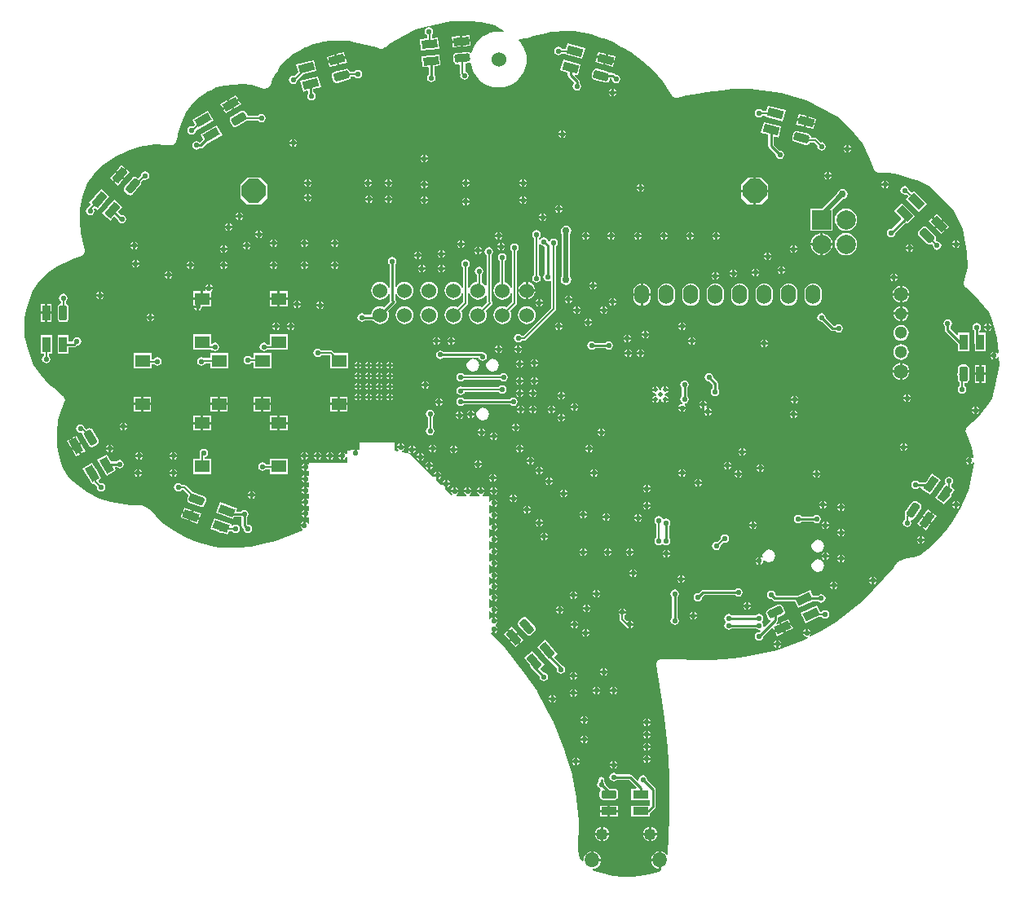
<source format=gtl>
G04 Layer_Physical_Order=1*
G04 Layer_Color=25308*
%FSLAX25Y25*%
%MOIN*%
G70*
G01*
G75*
%ADD10R,0.06102X0.05118*%
G04:AMPARAMS|DCode=11|XSize=62.99mil|YSize=33.47mil|CornerRadius=8.37mil|HoleSize=0mil|Usage=FLASHONLY|Rotation=340.000|XOffset=0mil|YOffset=0mil|HoleType=Round|Shape=RoundedRectangle|*
%AMROUNDEDRECTD11*
21,1,0.06299,0.01673,0,0,340.0*
21,1,0.04626,0.03347,0,0,340.0*
1,1,0.01673,0.01887,-0.01577*
1,1,0.01673,-0.02460,0.00005*
1,1,0.01673,-0.01887,0.01577*
1,1,0.01673,0.02460,-0.00005*
%
%ADD11ROUNDEDRECTD11*%
G04:AMPARAMS|DCode=12|XSize=62.99mil|YSize=33.47mil|CornerRadius=0mil|HoleSize=0mil|Usage=FLASHONLY|Rotation=340.000|XOffset=0mil|YOffset=0mil|HoleType=Round|Shape=Rectangle|*
%AMROTATEDRECTD12*
4,1,4,-0.03532,-0.00495,-0.02387,0.02650,0.03532,0.00495,0.02387,-0.02650,-0.03532,-0.00495,0.0*
%
%ADD12ROTATEDRECTD12*%

G04:AMPARAMS|DCode=13|XSize=62.99mil|YSize=33.47mil|CornerRadius=8.37mil|HoleSize=0mil|Usage=FLASHONLY|Rotation=300.000|XOffset=0mil|YOffset=0mil|HoleType=Round|Shape=RoundedRectangle|*
%AMROUNDEDRECTD13*
21,1,0.06299,0.01673,0,0,300.0*
21,1,0.04626,0.03347,0,0,300.0*
1,1,0.01673,0.00432,-0.02421*
1,1,0.01673,-0.01881,0.01585*
1,1,0.01673,-0.00432,0.02421*
1,1,0.01673,0.01881,-0.01585*
%
%ADD13ROUNDEDRECTD13*%
G04:AMPARAMS|DCode=14|XSize=62.99mil|YSize=33.47mil|CornerRadius=0mil|HoleSize=0mil|Usage=FLASHONLY|Rotation=300.000|XOffset=0mil|YOffset=0mil|HoleType=Round|Shape=Rectangle|*
%AMROTATEDRECTD14*
4,1,4,-0.03024,0.01891,-0.00126,0.03564,0.03024,-0.01891,0.00126,-0.03564,-0.03024,0.01891,0.0*
%
%ADD14ROTATEDRECTD14*%

G04:AMPARAMS|DCode=15|XSize=62.99mil|YSize=33.47mil|CornerRadius=8.37mil|HoleSize=0mil|Usage=FLASHONLY|Rotation=270.000|XOffset=0mil|YOffset=0mil|HoleType=Round|Shape=RoundedRectangle|*
%AMROUNDEDRECTD15*
21,1,0.06299,0.01673,0,0,270.0*
21,1,0.04626,0.03347,0,0,270.0*
1,1,0.01673,-0.00837,-0.02313*
1,1,0.01673,-0.00837,0.02313*
1,1,0.01673,0.00837,0.02313*
1,1,0.01673,0.00837,-0.02313*
%
%ADD15ROUNDEDRECTD15*%
%ADD16R,0.03347X0.06299*%
G04:AMPARAMS|DCode=17|XSize=62.99mil|YSize=33.47mil|CornerRadius=8.37mil|HoleSize=0mil|Usage=FLASHONLY|Rotation=230.000|XOffset=0mil|YOffset=0mil|HoleType=Round|Shape=RoundedRectangle|*
%AMROUNDEDRECTD17*
21,1,0.06299,0.01673,0,0,230.0*
21,1,0.04626,0.03347,0,0,230.0*
1,1,0.01673,-0.02128,-0.01234*
1,1,0.01673,0.00846,0.02310*
1,1,0.01673,0.02128,0.01234*
1,1,0.01673,-0.00846,-0.02310*
%
%ADD17ROUNDEDRECTD17*%
G04:AMPARAMS|DCode=18|XSize=62.99mil|YSize=33.47mil|CornerRadius=0mil|HoleSize=0mil|Usage=FLASHONLY|Rotation=230.000|XOffset=0mil|YOffset=0mil|HoleType=Round|Shape=Rectangle|*
%AMROTATEDRECTD18*
4,1,4,0.00743,0.03488,0.03306,0.01337,-0.00743,-0.03488,-0.03306,-0.01337,0.00743,0.03488,0.0*
%
%ADD18ROTATEDRECTD18*%

G04:AMPARAMS|DCode=19|XSize=62.99mil|YSize=33.47mil|CornerRadius=8.37mil|HoleSize=0mil|Usage=FLASHONLY|Rotation=210.000|XOffset=0mil|YOffset=0mil|HoleType=Round|Shape=RoundedRectangle|*
%AMROUNDEDRECTD19*
21,1,0.06299,0.01673,0,0,210.0*
21,1,0.04626,0.03347,0,0,210.0*
1,1,0.01673,-0.02421,-0.00432*
1,1,0.01673,0.01585,0.01881*
1,1,0.01673,0.02421,0.00432*
1,1,0.01673,-0.01585,-0.01881*
%
%ADD19ROUNDEDRECTD19*%
G04:AMPARAMS|DCode=20|XSize=62.99mil|YSize=33.47mil|CornerRadius=0mil|HoleSize=0mil|Usage=FLASHONLY|Rotation=210.000|XOffset=0mil|YOffset=0mil|HoleType=Round|Shape=Rectangle|*
%AMROTATEDRECTD20*
4,1,4,0.01891,0.03024,0.03564,0.00126,-0.01891,-0.03024,-0.03564,-0.00126,0.01891,0.03024,0.0*
%
%ADD20ROTATEDRECTD20*%

G04:AMPARAMS|DCode=21|XSize=62.99mil|YSize=33.47mil|CornerRadius=8.37mil|HoleSize=0mil|Usage=FLASHONLY|Rotation=195.000|XOffset=0mil|YOffset=0mil|HoleType=Round|Shape=RoundedRectangle|*
%AMROUNDEDRECTD21*
21,1,0.06299,0.01673,0,0,195.0*
21,1,0.04626,0.03347,0,0,195.0*
1,1,0.01673,-0.02451,0.00210*
1,1,0.01673,0.02018,0.01407*
1,1,0.01673,0.02451,-0.00210*
1,1,0.01673,-0.02018,-0.01407*
%
%ADD21ROUNDEDRECTD21*%
G04:AMPARAMS|DCode=22|XSize=62.99mil|YSize=33.47mil|CornerRadius=0mil|HoleSize=0mil|Usage=FLASHONLY|Rotation=195.000|XOffset=0mil|YOffset=0mil|HoleType=Round|Shape=Rectangle|*
%AMROTATEDRECTD22*
4,1,4,0.02609,0.02431,0.03475,-0.00801,-0.02609,-0.02431,-0.03475,0.00801,0.02609,0.02431,0.0*
%
%ADD22ROTATEDRECTD22*%

G04:AMPARAMS|DCode=23|XSize=62.99mil|YSize=33.47mil|CornerRadius=8.37mil|HoleSize=0mil|Usage=FLASHONLY|Rotation=185.000|XOffset=0mil|YOffset=0mil|HoleType=Round|Shape=RoundedRectangle|*
%AMROUNDEDRECTD23*
21,1,0.06299,0.01673,0,0,185.0*
21,1,0.04626,0.03347,0,0,185.0*
1,1,0.01673,-0.02377,0.00632*
1,1,0.01673,0.02231,0.01035*
1,1,0.01673,0.02377,-0.00632*
1,1,0.01673,-0.02231,-0.01035*
%
%ADD23ROUNDEDRECTD23*%
G04:AMPARAMS|DCode=24|XSize=62.99mil|YSize=33.47mil|CornerRadius=0mil|HoleSize=0mil|Usage=FLASHONLY|Rotation=185.000|XOffset=0mil|YOffset=0mil|HoleType=Round|Shape=Rectangle|*
%AMROTATEDRECTD24*
4,1,4,0.02992,0.01941,0.03284,-0.01392,-0.02992,-0.01941,-0.03284,0.01392,0.02992,0.01941,0.0*
%
%ADD24ROTATEDRECTD24*%

G04:AMPARAMS|DCode=25|XSize=62.99mil|YSize=33.47mil|CornerRadius=8.37mil|HoleSize=0mil|Usage=FLASHONLY|Rotation=165.000|XOffset=0mil|YOffset=0mil|HoleType=Round|Shape=RoundedRectangle|*
%AMROUNDEDRECTD25*
21,1,0.06299,0.01673,0,0,165.0*
21,1,0.04626,0.03347,0,0,165.0*
1,1,0.01673,-0.02018,0.01407*
1,1,0.01673,0.02451,0.00210*
1,1,0.01673,0.02018,-0.01407*
1,1,0.01673,-0.02451,-0.00210*
%
%ADD25ROUNDEDRECTD25*%
G04:AMPARAMS|DCode=26|XSize=62.99mil|YSize=33.47mil|CornerRadius=0mil|HoleSize=0mil|Usage=FLASHONLY|Rotation=165.000|XOffset=0mil|YOffset=0mil|HoleType=Round|Shape=Rectangle|*
%AMROTATEDRECTD26*
4,1,4,0.03475,0.00801,0.02609,-0.02431,-0.03475,-0.00801,-0.02609,0.02431,0.03475,0.00801,0.0*
%
%ADD26ROTATEDRECTD26*%

G04:AMPARAMS|DCode=27|XSize=62.99mil|YSize=33.47mil|CornerRadius=8.37mil|HoleSize=0mil|Usage=FLASHONLY|Rotation=135.000|XOffset=0mil|YOffset=0mil|HoleType=Round|Shape=RoundedRectangle|*
%AMROUNDEDRECTD27*
21,1,0.06299,0.01673,0,0,135.0*
21,1,0.04626,0.03347,0,0,135.0*
1,1,0.01673,-0.01044,0.02227*
1,1,0.01673,0.02227,-0.01044*
1,1,0.01673,0.01044,-0.02227*
1,1,0.01673,-0.02227,0.01044*
%
%ADD27ROUNDEDRECTD27*%
G04:AMPARAMS|DCode=28|XSize=62.99mil|YSize=33.47mil|CornerRadius=0mil|HoleSize=0mil|Usage=FLASHONLY|Rotation=135.000|XOffset=0mil|YOffset=0mil|HoleType=Round|Shape=Rectangle|*
%AMROTATEDRECTD28*
4,1,4,0.03410,-0.01044,0.01044,-0.03410,-0.03410,0.01044,-0.01044,0.03410,0.03410,-0.01044,0.0*
%
%ADD28ROTATEDRECTD28*%

G04:AMPARAMS|DCode=29|XSize=62.99mil|YSize=33.47mil|CornerRadius=8.37mil|HoleSize=0mil|Usage=FLASHONLY|Rotation=55.000|XOffset=0mil|YOffset=0mil|HoleType=Round|Shape=RoundedRectangle|*
%AMROUNDEDRECTD29*
21,1,0.06299,0.01673,0,0,55.0*
21,1,0.04626,0.03347,0,0,55.0*
1,1,0.01673,0.02012,0.01415*
1,1,0.01673,-0.00641,-0.02375*
1,1,0.01673,-0.02012,-0.01415*
1,1,0.01673,0.00641,0.02375*
%
%ADD29ROUNDEDRECTD29*%
G04:AMPARAMS|DCode=30|XSize=62.99mil|YSize=33.47mil|CornerRadius=0mil|HoleSize=0mil|Usage=FLASHONLY|Rotation=55.000|XOffset=0mil|YOffset=0mil|HoleType=Round|Shape=Rectangle|*
%AMROTATEDRECTD30*
4,1,4,-0.00436,-0.03540,-0.03177,-0.01620,0.00436,0.03540,0.03177,0.01620,-0.00436,-0.03540,0.0*
%
%ADD30ROTATEDRECTD30*%

G04:AMPARAMS|DCode=31|XSize=62.99mil|YSize=33.47mil|CornerRadius=8.37mil|HoleSize=0mil|Usage=FLASHONLY|Rotation=25.000|XOffset=0mil|YOffset=0mil|HoleType=Round|Shape=RoundedRectangle|*
%AMROUNDEDRECTD31*
21,1,0.06299,0.01673,0,0,25.0*
21,1,0.04626,0.03347,0,0,25.0*
1,1,0.01673,0.02450,0.00219*
1,1,0.01673,-0.01743,-0.01736*
1,1,0.01673,-0.02450,-0.00219*
1,1,0.01673,0.01743,0.01736*
%
%ADD31ROUNDEDRECTD31*%
G04:AMPARAMS|DCode=32|XSize=62.99mil|YSize=33.47mil|CornerRadius=0mil|HoleSize=0mil|Usage=FLASHONLY|Rotation=25.000|XOffset=0mil|YOffset=0mil|HoleType=Round|Shape=Rectangle|*
%AMROTATEDRECTD32*
4,1,4,-0.02147,-0.02848,-0.03562,0.00185,0.02147,0.02848,0.03562,-0.00185,-0.02147,-0.02848,0.0*
%
%ADD32ROTATEDRECTD32*%

G04:AMPARAMS|DCode=33|XSize=62.99mil|YSize=33.47mil|CornerRadius=8.37mil|HoleSize=0mil|Usage=FLASHONLY|Rotation=0.000|XOffset=0mil|YOffset=0mil|HoleType=Round|Shape=RoundedRectangle|*
%AMROUNDEDRECTD33*
21,1,0.06299,0.01673,0,0,0.0*
21,1,0.04626,0.03347,0,0,0.0*
1,1,0.01673,0.02313,-0.00837*
1,1,0.01673,-0.02313,-0.00837*
1,1,0.01673,-0.02313,0.00837*
1,1,0.01673,0.02313,0.00837*
%
%ADD33ROUNDEDRECTD33*%
%ADD34R,0.06299X0.03347*%
G04:AMPARAMS|DCode=35|XSize=62.99mil|YSize=33.47mil|CornerRadius=8.37mil|HoleSize=0mil|Usage=FLASHONLY|Rotation=310.000|XOffset=0mil|YOffset=0mil|HoleType=Round|Shape=RoundedRectangle|*
%AMROUNDEDRECTD35*
21,1,0.06299,0.01673,0,0,310.0*
21,1,0.04626,0.03347,0,0,310.0*
1,1,0.01673,0.00846,-0.02310*
1,1,0.01673,-0.02128,0.01234*
1,1,0.01673,-0.00846,0.02310*
1,1,0.01673,0.02128,-0.01234*
%
%ADD35ROUNDEDRECTD35*%
G04:AMPARAMS|DCode=36|XSize=62.99mil|YSize=33.47mil|CornerRadius=0mil|HoleSize=0mil|Usage=FLASHONLY|Rotation=310.000|XOffset=0mil|YOffset=0mil|HoleType=Round|Shape=Rectangle|*
%AMROTATEDRECTD36*
4,1,4,-0.03306,0.01337,-0.00743,0.03488,0.03306,-0.01337,0.00743,-0.03488,-0.03306,0.01337,0.0*
%
%ADD36ROTATEDRECTD36*%

%ADD37C,0.02000*%
%ADD38C,0.00800*%
%ADD39C,0.01000*%
%ADD40C,0.00600*%
%ADD41C,0.00100*%
%ADD42C,0.07874*%
%ADD43R,0.07874X0.07874*%
%ADD44O,0.04921X0.04921*%
%ADD45O,0.06102X0.06102*%
%ADD46C,0.05906*%
%ADD47C,0.05118*%
%ADD48P,0.10653X8X202.5*%
%ADD49C,0.06000*%
%ADD50O,0.06000X0.08000*%
%ADD51C,0.03000*%
%ADD52C,0.02200*%
%ADD53C,0.01969*%
G36*
X445440Y403254D02*
X449640Y402889D01*
X455365Y401409D01*
X459179Y399216D01*
X458992Y398746D01*
X458789Y398795D01*
X457000Y398936D01*
X455211Y398795D01*
X453466Y398376D01*
X451808Y397689D01*
X450278Y396752D01*
X448914Y395586D01*
X447748Y394222D01*
X446811Y392692D01*
X446124Y391034D01*
X445978Y390426D01*
X445444Y390292D01*
X444943Y390566D01*
X444375Y390629D01*
X439767Y390225D01*
X439218Y390066D01*
X438772Y389708D01*
X438497Y389207D01*
X438435Y388639D01*
X438581Y386972D01*
X438741Y386423D01*
X439099Y385977D01*
X439600Y385702D01*
X440168Y385640D01*
X440883Y385703D01*
X441252Y385365D01*
Y381728D01*
X441330Y381338D01*
X441333Y381333D01*
X441267Y381000D01*
X441399Y380337D01*
X441774Y379774D01*
X442337Y379399D01*
X443000Y379267D01*
X443663Y379399D01*
X444226Y379774D01*
X444601Y380337D01*
X444733Y381000D01*
X444601Y381663D01*
X444226Y382226D01*
X443663Y382601D01*
X443291Y382675D01*
Y385913D01*
X444776Y386043D01*
X445168Y386158D01*
X445690Y385904D01*
X445705Y385711D01*
X446124Y383966D01*
X446811Y382308D01*
X447748Y380778D01*
X448914Y379414D01*
X450278Y378248D01*
X451808Y377311D01*
X453466Y376624D01*
X455211Y376205D01*
X457000Y376064D01*
X458789Y376205D01*
X460534Y376624D01*
X462192Y377311D01*
X463722Y378248D01*
X465086Y379414D01*
X466252Y380778D01*
X467189Y382308D01*
X467876Y383966D01*
X468295Y385711D01*
X468436Y387500D01*
X468295Y389289D01*
X467876Y391034D01*
X467189Y392692D01*
X466252Y394222D01*
X465125Y395541D01*
X465135Y395609D01*
X465370Y396019D01*
X467947Y396091D01*
X468234Y396157D01*
X468527Y396188D01*
X469756Y396573D01*
X469937Y396672D01*
X470135Y396733D01*
X471297Y397362D01*
X474542Y397929D01*
X474607Y397954D01*
X474678Y397957D01*
X478464Y398875D01*
X485257Y399268D01*
X487730Y399191D01*
X495004Y397787D01*
X497978Y396621D01*
X498104Y396599D01*
X498220Y396543D01*
X501214Y395763D01*
X504153Y394498D01*
X507206Y392545D01*
X507315Y392502D01*
X507408Y392430D01*
X511152Y390572D01*
X515927Y386925D01*
X520124Y383299D01*
X524039Y378405D01*
X527742Y372850D01*
X527762Y372830D01*
X527774Y372804D01*
X528056Y372535D01*
X528333Y372258D01*
X528359Y372248D01*
X528379Y372228D01*
X528743Y372088D01*
X529104Y371938D01*
X529132Y371938D01*
X529158Y371928D01*
X529549Y371937D01*
X529940Y371937D01*
X529965Y371948D01*
X529993Y371949D01*
X533713Y372784D01*
X538542Y373498D01*
X538629Y373530D01*
X538722Y373533D01*
X541839Y374271D01*
X548485Y375023D01*
X552511Y375438D01*
X559895Y375480D01*
X572603Y373772D01*
X582730Y370837D01*
X589276Y367666D01*
X594752Y364466D01*
X594771Y364459D01*
X594787Y364446D01*
X596033Y363749D01*
X598159Y361855D01*
X600856Y359158D01*
X605802Y353108D01*
X608602Y347550D01*
X610617Y342594D01*
X610845Y342249D01*
X611070Y341904D01*
X611074Y341901D01*
X611077Y341897D01*
X611419Y341665D01*
X611759Y341432D01*
X611764Y341431D01*
X611768Y341428D01*
X612172Y341345D01*
X612577Y341260D01*
X616316Y341219D01*
X618825Y340952D01*
X621389Y340164D01*
X626027Y338674D01*
X626077Y338669D01*
X626122Y338646D01*
X627981Y338142D01*
X632637Y335912D01*
X635067Y333868D01*
X641909Y327358D01*
X643146Y325611D01*
X646895Y318159D01*
X648599Y308604D01*
X648621Y302518D01*
X647236Y296249D01*
X647228Y295890D01*
X647201Y295533D01*
X647219Y295475D01*
X647218Y295414D01*
X647348Y295080D01*
X647460Y294739D01*
X647500Y294692D01*
X647522Y294636D01*
X647770Y294377D01*
X648003Y294104D01*
X651061Y291701D01*
X653365Y289033D01*
X657459Y284149D01*
X658792Y281015D01*
X660890Y273563D01*
X661371Y267480D01*
X660883Y267311D01*
X660653Y267653D01*
X660124Y268007D01*
X660000Y268032D01*
Y266500D01*
Y264968D01*
X660124Y264993D01*
X660653Y265347D01*
X660997Y265861D01*
X661037Y265867D01*
X661505Y265785D01*
X661758Y262571D01*
X659941Y253045D01*
X658713Y248749D01*
X657433Y247021D01*
X657430Y247014D01*
X657424Y247009D01*
X653267Y241321D01*
X648626Y237404D01*
X648588Y237357D01*
X648536Y237325D01*
X648329Y237032D01*
X648105Y236752D01*
X648088Y236693D01*
X648053Y236644D01*
X647973Y236294D01*
X647873Y235949D01*
X647880Y235889D01*
X647866Y235829D01*
X647926Y235475D01*
X647966Y235119D01*
X647996Y235066D01*
X648006Y235006D01*
X650357Y228833D01*
X651113Y224866D01*
X650693Y224672D01*
X650643Y224660D01*
X650124Y225007D01*
X650000Y225032D01*
Y223500D01*
Y221968D01*
X650124Y221993D01*
X650654Y222346D01*
X650919Y222744D01*
X651397Y222560D01*
X650921Y219287D01*
X649245Y211342D01*
X645938Y204030D01*
X642920Y198712D01*
X640562Y195536D01*
X638324Y193050D01*
X633957Y188431D01*
X629420Y184840D01*
X626783Y183975D01*
X623324Y183382D01*
X623078Y183288D01*
X622822Y183230D01*
X620602Y182250D01*
X620389Y182100D01*
X620155Y181984D01*
X620050Y181862D01*
X619918Y181770D01*
X619778Y181550D01*
X619607Y181353D01*
X618492Y179402D01*
X606129Y166181D01*
X595098Y157578D01*
X588502Y153500D01*
X584435Y151393D01*
X583978Y151579D01*
X583923Y151672D01*
X584023Y151748D01*
X584154Y151847D01*
X584254Y151996D01*
X584507Y152376D01*
X584532Y152500D01*
X581468D01*
X581493Y152376D01*
X581847Y151847D01*
X582376Y151493D01*
X583000Y151369D01*
X583488Y151466D01*
X583522Y151367D01*
D01*
X583523Y151367D01*
D01*
Y151367D01*
X583489Y150903D01*
X581514Y149880D01*
X570695Y145855D01*
X569314Y145579D01*
X569301Y145573D01*
X569287Y145573D01*
X557757Y143113D01*
X552656Y142463D01*
X544337Y142006D01*
X523528Y142259D01*
X523353Y142226D01*
X523174Y142234D01*
X522946Y142150D01*
X522707Y142106D01*
X522557Y142008D01*
X522390Y141947D01*
X522211Y141783D01*
X522007Y141650D01*
X521906Y141503D01*
X521774Y141382D01*
X521672Y141162D01*
X521534Y140961D01*
X521497Y140787D01*
X521422Y140624D01*
X521412Y140382D01*
X521361Y140144D01*
X521394Y139968D01*
X521387Y139790D01*
X523998Y122954D01*
X524012Y122917D01*
X524012Y122877D01*
X524896Y118288D01*
X526039Y106201D01*
X526675Y95003D01*
X526918Y77385D01*
X526177Y62377D01*
X525669Y62218D01*
X525370Y62607D01*
X524628Y63176D01*
X523765Y63534D01*
X523338Y63590D01*
Y60074D01*
Y56320D01*
X523450Y56069D01*
X522413Y55183D01*
X518470Y54065D01*
X512074Y53291D01*
X507931Y53333D01*
X503731Y53664D01*
X498848Y54859D01*
X496150Y55658D01*
X495483Y56015D01*
X495577Y56532D01*
X496206Y56614D01*
X497069Y56972D01*
X497811Y57541D01*
X498380Y58283D01*
X498738Y59147D01*
X498795Y59574D01*
X495279D01*
Y60074D01*
X494778D01*
Y63590D01*
X494351Y63534D01*
X493488Y63176D01*
X492746Y62607D01*
X492176Y61865D01*
X491819Y61001D01*
X491697Y60074D01*
X491731Y59811D01*
X491253Y59614D01*
X490237Y60950D01*
X489594Y64309D01*
X489629Y75705D01*
X489612Y75791D01*
X489622Y75878D01*
X488882Y85364D01*
X488852Y85470D01*
X488854Y85579D01*
X487231Y94536D01*
X487185Y94653D01*
X487173Y94779D01*
X484281Y104265D01*
X484235Y104350D01*
X484217Y104445D01*
X478992Y117333D01*
X478931Y117427D01*
X478898Y117535D01*
X472852Y128894D01*
X472769Y128994D01*
X472717Y129113D01*
X467486Y136609D01*
X467447Y136646D01*
X467422Y136695D01*
X459737Y146614D01*
X459683Y146661D01*
X459647Y146722D01*
X458447Y148077D01*
X458401Y148113D01*
X458368Y148162D01*
X456315Y150242D01*
X456314Y150243D01*
X456313Y150244D01*
X453812Y152768D01*
X454132Y153156D01*
X454376Y152993D01*
X454500Y152968D01*
Y154500D01*
X455000D01*
Y155000D01*
X456532D01*
X456507Y155124D01*
X456153Y155654D01*
X455652Y155989D01*
X455624Y156202D01*
Y156298D01*
X455652Y156511D01*
X456153Y156846D01*
X456507Y157376D01*
X456532Y157500D01*
X455000D01*
Y158000D01*
X454500D01*
Y159532D01*
X454376Y159507D01*
X453847Y159153D01*
X453493Y158624D01*
X453000Y158710D01*
Y161790D01*
X453493Y161876D01*
X453847Y161346D01*
X454376Y160993D01*
X454500Y160968D01*
Y162500D01*
Y164032D01*
X454376Y164007D01*
X453847Y163654D01*
X453493Y163124D01*
X453000Y163210D01*
Y166790D01*
X453493Y166876D01*
X453847Y166347D01*
X454376Y165993D01*
X454500Y165968D01*
Y167500D01*
Y169032D01*
X454376Y169007D01*
X453847Y168654D01*
X453493Y168124D01*
X453000Y168210D01*
Y171290D01*
X453493Y171376D01*
X453847Y170846D01*
X454376Y170493D01*
X454500Y170468D01*
Y172000D01*
Y173532D01*
X454376Y173507D01*
X453847Y173153D01*
X453493Y172624D01*
X453000Y172710D01*
Y174500D01*
Y175790D01*
X453493Y175876D01*
X453847Y175347D01*
X454376Y174993D01*
X454500Y174968D01*
Y176500D01*
Y178032D01*
X454376Y178007D01*
X453847Y177654D01*
X453493Y177124D01*
X453000Y177210D01*
Y180719D01*
X453493Y180804D01*
X453847Y180275D01*
X454376Y179921D01*
X454500Y179897D01*
Y181429D01*
Y182960D01*
X454376Y182936D01*
X453847Y182582D01*
X453493Y182053D01*
X453000Y182138D01*
Y185648D01*
X453493Y185733D01*
X453847Y185204D01*
X454376Y184850D01*
X454500Y184825D01*
Y186357D01*
Y187889D01*
X454376Y187864D01*
X453847Y187511D01*
X453493Y186981D01*
X453000Y187067D01*
Y190576D01*
X453493Y190661D01*
X453847Y190132D01*
X454376Y189778D01*
X454500Y189754D01*
Y191286D01*
Y192818D01*
X454376Y192793D01*
X453847Y192439D01*
X453493Y191910D01*
X453000Y191995D01*
Y195505D01*
X453493Y195590D01*
X453847Y195061D01*
X454376Y194707D01*
X454500Y194682D01*
Y196214D01*
Y197746D01*
X454376Y197722D01*
X453847Y197368D01*
X453493Y196839D01*
X453000Y196924D01*
Y200433D01*
X453493Y200519D01*
X453847Y199989D01*
X454376Y199636D01*
X454500Y199611D01*
Y201143D01*
Y202675D01*
X454376Y202650D01*
X453847Y202296D01*
X453493Y201767D01*
X453000Y201852D01*
Y205362D01*
X453493Y205447D01*
X453847Y204918D01*
X454376Y204564D01*
X454500Y204539D01*
Y206071D01*
Y207603D01*
X454376Y207579D01*
X453847Y207225D01*
X453493Y206696D01*
X453000Y206781D01*
Y209000D01*
X450376D01*
X450291Y209493D01*
X450820Y209846D01*
X451174Y210376D01*
X451198Y210500D01*
X448135D01*
X448160Y210376D01*
X448513Y209846D01*
X449042Y209493D01*
X448957Y209000D01*
X445043D01*
X444958Y209493D01*
X445487Y209846D01*
X445841Y210376D01*
X445865Y210500D01*
X442801D01*
X442826Y210376D01*
X443180Y209846D01*
X443709Y209493D01*
X443624Y209000D01*
X439710D01*
X439624Y209493D01*
X440154Y209846D01*
X440507Y210376D01*
X440532Y210500D01*
X437468D01*
X437493Y210376D01*
X437847Y209846D01*
X437979Y209758D01*
X437901Y209208D01*
X437814Y209181D01*
X434946Y211969D01*
X435000Y212071D01*
Y213500D01*
X433672D01*
X433479Y213395D01*
X431320Y215494D01*
X431500Y215836D01*
Y217000D01*
X430419D01*
X430008Y216770D01*
X420404Y226107D01*
X420310Y226199D01*
X420245Y226632D01*
X420245Y226633D01*
X420282Y226679D01*
X420716Y226599D01*
X420759Y226571D01*
X420716Y226599D01*
X420759Y226571D01*
X420876Y226493D01*
X421000Y226468D01*
Y227500D01*
X419968D01*
X419993Y227376D01*
X420116Y227191D01*
X420116Y227191D01*
X420132Y227167D01*
X420268Y226907D01*
X420190Y226658D01*
X419980Y226524D01*
X419676Y226559D01*
X419637Y226566D01*
X419637D01*
X417490Y226956D01*
X417486Y227465D01*
X417624Y227493D01*
X418153Y227847D01*
X418507Y228376D01*
X418532Y228500D01*
X415468D01*
X415493Y228376D01*
X415846Y227847D01*
X416017Y227732D01*
X415826Y227259D01*
X414500Y227500D01*
Y231000D01*
X400000D01*
Y228000D01*
X399248Y227925D01*
X399124Y228007D01*
X399000Y228032D01*
Y226500D01*
X398000D01*
Y228032D01*
X397876Y228007D01*
X397489Y227749D01*
X395000Y227500D01*
Y226210D01*
X394507Y226124D01*
X394153Y226654D01*
X393624Y227007D01*
X393500Y227032D01*
Y225500D01*
Y223968D01*
X393624Y223993D01*
X394153Y224346D01*
X394507Y224876D01*
X395000Y224790D01*
Y222500D01*
X379500D01*
Y222217D01*
X379000Y222006D01*
X378624Y222257D01*
X378500Y222282D01*
Y220750D01*
Y219218D01*
X378624Y219243D01*
X379000Y219494D01*
X379500Y219284D01*
Y217466D01*
X379000Y217256D01*
X378624Y217507D01*
X378500Y217532D01*
Y216000D01*
Y214468D01*
X378624Y214493D01*
X379000Y214744D01*
X379500Y214533D01*
Y212717D01*
X379000Y212506D01*
X378624Y212757D01*
X378500Y212782D01*
Y211250D01*
Y209718D01*
X378624Y209743D01*
X379000Y209994D01*
X379500Y209784D01*
Y207966D01*
X379000Y207756D01*
X378624Y208007D01*
X378500Y208032D01*
Y206500D01*
Y204968D01*
X378624Y204993D01*
X379000Y205244D01*
X379500Y205033D01*
Y203217D01*
X379000Y203006D01*
X378624Y203257D01*
X378500Y203282D01*
Y201750D01*
Y200218D01*
X378624Y200243D01*
X379000Y200494D01*
X379500Y200284D01*
Y197710D01*
X379007Y197624D01*
X378654Y198153D01*
X378124Y198507D01*
X378000Y198532D01*
Y197000D01*
X377500D01*
Y196500D01*
X375968D01*
X375993Y196376D01*
X376346Y195846D01*
X376781Y195556D01*
X376815Y195200D01*
X376774Y195005D01*
X374960Y194188D01*
X365929Y190610D01*
X361088Y189427D01*
X355822Y188287D01*
X350097Y187917D01*
X342858Y187929D01*
X340695Y188300D01*
X333533Y190164D01*
X328766Y192176D01*
X324021Y194951D01*
X319287Y198232D01*
X314546Y203383D01*
X314521Y203401D01*
X314505Y203427D01*
X314185Y203647D01*
X313871Y203876D01*
X313842Y203883D01*
X313816Y203901D01*
X311083Y205076D01*
X311068Y205079D01*
X311055Y205088D01*
X310660Y205166D01*
X310266Y205250D01*
X310251Y205247D01*
X310236Y205250D01*
X306328Y205248D01*
X298432Y206402D01*
X293658Y207921D01*
X288835Y210459D01*
X284800Y213602D01*
X281617Y216303D01*
X278984Y219879D01*
X278095Y222203D01*
X277418Y224816D01*
X276462Y229149D01*
Y235331D01*
X276850Y239782D01*
X277577Y242086D01*
X277579Y242106D01*
X277588Y242124D01*
X278372Y244780D01*
X279482Y247440D01*
X279496Y247511D01*
X279533Y247574D01*
X279578Y247918D01*
X279647Y248258D01*
X279633Y248330D01*
X279642Y248402D01*
X279553Y248738D01*
X279486Y249078D01*
X279445Y249139D01*
X279427Y249209D01*
X279216Y249485D01*
X279023Y249774D01*
X278963Y249815D01*
X278919Y249873D01*
X276132Y252321D01*
X276055Y252365D01*
X275995Y252431D01*
X272972Y254676D01*
X269948Y258446D01*
X266847Y262668D01*
X264718Y268070D01*
X263162Y274258D01*
X263090Y281406D01*
X263902Y285195D01*
X266513Y292839D01*
X268353Y295739D01*
X270185Y297920D01*
X272500Y300193D01*
X276498Y302776D01*
X282730Y305850D01*
X286301Y307182D01*
X286536Y307327D01*
X286788Y307439D01*
X286888Y307545D01*
X287012Y307621D01*
X287173Y307845D01*
X287363Y308046D01*
X287415Y308181D01*
X287500Y308298D01*
X287564Y308568D01*
X287663Y308825D01*
X287659Y308970D01*
X287692Y309111D01*
X287648Y309384D01*
X287641Y309661D01*
X286075Y316579D01*
X285769Y321173D01*
X285659Y326249D01*
X286862Y331442D01*
X288626Y337003D01*
X290553Y339235D01*
X290611Y339337D01*
X290695Y339418D01*
X292316Y341765D01*
X292604Y341899D01*
X292914Y342125D01*
X293231Y342341D01*
X294576Y343712D01*
X300578Y347881D01*
X305317Y350250D01*
X310286Y351717D01*
X316402Y352910D01*
X321090Y352604D01*
X321123Y352608D01*
X321155Y352601D01*
X323012Y352537D01*
X323013Y352537D01*
X323014Y352537D01*
X323425Y352604D01*
X323836Y352671D01*
X323837Y352672D01*
X323839Y352672D01*
X324194Y352893D01*
X324547Y353111D01*
X324547Y353112D01*
X324548Y353113D01*
X324792Y353453D01*
X325034Y353789D01*
X325035Y353791D01*
X325035Y353792D01*
X325131Y354200D01*
X325187Y354441D01*
X325425Y354954D01*
X325429Y354968D01*
X325436Y354979D01*
X325527Y355373D01*
X325622Y355766D01*
X325620Y355780D01*
X325623Y355793D01*
X325652Y356803D01*
X326017Y358346D01*
X327527Y361997D01*
X327531Y362015D01*
X327541Y362031D01*
X328439Y364307D01*
X328443Y364330D01*
X328455Y364349D01*
X329056Y365971D01*
X331131Y368553D01*
X333660Y371441D01*
X337626Y374283D01*
X337669Y374329D01*
X337724Y374358D01*
X337889Y374491D01*
X339345Y374902D01*
X339583Y375024D01*
X339836Y375110D01*
X341547Y376100D01*
X344802Y376842D01*
X351962Y377513D01*
X356142Y377078D01*
X360694Y375682D01*
X361106Y375641D01*
X361519Y375597D01*
X361522Y375598D01*
X361525Y375598D01*
X361921Y375717D01*
X362320Y375835D01*
X362873Y376127D01*
X362925Y376168D01*
X362987Y376191D01*
X363247Y376430D01*
X363522Y376653D01*
X363554Y376711D01*
X363603Y376755D01*
X363752Y377076D01*
X363921Y377387D01*
X363928Y377453D01*
X363955Y377513D01*
X364222Y378605D01*
X364940Y380092D01*
X364963Y380178D01*
X365011Y380254D01*
X365561Y381686D01*
X366452Y382515D01*
X366453Y382517D01*
X366455Y382518D01*
X366697Y382855D01*
X366941Y383192D01*
X366941Y383194D01*
X366943Y383196D01*
X367566Y384567D01*
X368831Y386184D01*
X373206Y389711D01*
X375625Y391238D01*
X377677Y392415D01*
X377955Y392452D01*
X378233Y392547D01*
X378520Y392609D01*
X381078Y393713D01*
X382777Y394047D01*
X382874Y394087D01*
X382979Y394097D01*
X385449Y394839D01*
X387965Y395202D01*
X395949Y395188D01*
X398152Y394556D01*
X398218Y394551D01*
X398278Y394524D01*
X407258Y392529D01*
X407701Y392236D01*
X407896Y392156D01*
X408072Y392039D01*
X408279Y391999D01*
X408474Y391919D01*
X408685Y391920D01*
X408892Y391879D01*
X409099Y391921D01*
X409309Y391922D01*
X409504Y392003D01*
X409711Y392045D01*
X410566Y392403D01*
X410651Y392460D01*
X410748Y392490D01*
X410994Y392692D01*
X411259Y392870D01*
X411315Y392955D01*
X411394Y393020D01*
X412043Y393810D01*
X417987Y397289D01*
X423208Y399713D01*
X427068Y400963D01*
X437321Y403329D01*
X445440Y403254D01*
D02*
G37*
%LPC*%
G36*
X426532Y224500D02*
X425500D01*
Y223468D01*
X425624Y223493D01*
X426154Y223847D01*
X426507Y224376D01*
X426532Y224500D01*
D02*
G37*
G36*
X311532Y225000D02*
X310500D01*
Y223968D01*
X310624Y223993D01*
X311154Y224346D01*
X311507Y224876D01*
X311532Y225000D01*
D02*
G37*
G36*
X309500D02*
X308468D01*
X308493Y224876D01*
X308846Y224346D01*
X309376Y223993D01*
X309500Y223968D01*
Y225000D01*
D02*
G37*
G36*
X424500Y224500D02*
X423468D01*
X423493Y224376D01*
X423846Y223847D01*
X424376Y223493D01*
X424500Y223468D01*
Y224500D01*
D02*
G37*
G36*
X370734Y224301D02*
X363431D01*
Y222020D01*
X361863D01*
X361726Y222226D01*
X361163Y222601D01*
X360500Y222733D01*
X359837Y222601D01*
X359274Y222226D01*
X358899Y221663D01*
X358767Y221000D01*
X358899Y220337D01*
X359274Y219774D01*
X359837Y219399D01*
X360500Y219267D01*
X361163Y219399D01*
X361726Y219774D01*
X361863Y219980D01*
X363431D01*
Y217983D01*
X370734D01*
Y224301D01*
D02*
G37*
G36*
X551000Y223032D02*
Y222000D01*
X552032D01*
X552007Y222124D01*
X551653Y222654D01*
X551124Y223007D01*
X551000Y223032D01*
D02*
G37*
G36*
X449000Y223532D02*
Y222500D01*
X450032D01*
X450007Y222624D01*
X449653Y223153D01*
X449124Y223507D01*
X449000Y223532D01*
D02*
G37*
G36*
X448000D02*
X447876Y223507D01*
X447346Y223153D01*
X446993Y222624D01*
X446968Y222500D01*
X448000D01*
Y223532D01*
D02*
G37*
G36*
X323500Y225000D02*
X322468D01*
X322493Y224876D01*
X322847Y224346D01*
X323376Y223993D01*
X323500Y223968D01*
Y225000D01*
D02*
G37*
G36*
X387500D02*
X386468D01*
X386493Y224876D01*
X386846Y224346D01*
X387376Y223993D01*
X387500Y223968D01*
Y225000D01*
D02*
G37*
G36*
X384532D02*
X383500D01*
Y223968D01*
X383624Y223993D01*
X384154Y224346D01*
X384507Y224876D01*
X384532Y225000D01*
D02*
G37*
G36*
X392500D02*
X391468D01*
X391493Y224876D01*
X391846Y224346D01*
X392376Y223993D01*
X392500Y223968D01*
Y225000D01*
D02*
G37*
G36*
X389532D02*
X388500D01*
Y223968D01*
X388624Y223993D01*
X389154Y224346D01*
X389507Y224876D01*
X389532Y225000D01*
D02*
G37*
G36*
X377000D02*
X375968D01*
X375993Y224876D01*
X376346Y224346D01*
X376876Y223993D01*
X377000Y223968D01*
Y225000D01*
D02*
G37*
G36*
X325532D02*
X324500D01*
Y223968D01*
X324624Y223993D01*
X325153Y224346D01*
X325507Y224876D01*
X325532Y225000D01*
D02*
G37*
G36*
X382500D02*
X381468D01*
X381493Y224876D01*
X381846Y224346D01*
X382376Y223993D01*
X382500Y223968D01*
Y225000D01*
D02*
G37*
G36*
X379032D02*
X378000D01*
Y223968D01*
X378124Y223993D01*
X378654Y224346D01*
X379007Y224876D01*
X379032Y225000D01*
D02*
G37*
G36*
X550000Y223032D02*
X549876Y223007D01*
X549346Y222654D01*
X548993Y222124D01*
X548968Y222000D01*
X550000D01*
Y223032D01*
D02*
G37*
G36*
X474000Y221032D02*
Y220000D01*
X475032D01*
X475007Y220124D01*
X474653Y220654D01*
X474124Y221007D01*
X474000Y221032D01*
D02*
G37*
G36*
X473000D02*
X472876Y221007D01*
X472346Y220654D01*
X471993Y220124D01*
X471968Y220000D01*
X473000D01*
Y221032D01*
D02*
G37*
G36*
X448000Y221500D02*
X446968D01*
X446993Y221376D01*
X447346Y220847D01*
X447876Y220493D01*
X448000Y220468D01*
Y221500D01*
D02*
G37*
G36*
X296825Y225980D02*
X292888Y223707D01*
X296638Y217213D01*
X300575Y219486D01*
X300039Y220415D01*
X300277Y220831D01*
X300732Y220838D01*
X300774Y220774D01*
X301337Y220399D01*
X302000Y220267D01*
X302663Y220399D01*
X303226Y220774D01*
X303601Y221337D01*
X303733Y222000D01*
X303601Y222663D01*
X303226Y223226D01*
X302663Y223601D01*
X302000Y223733D01*
X301337Y223601D01*
X300774Y223226D01*
X300705Y223122D01*
X298476D01*
X296825Y225980D01*
D02*
G37*
G36*
X430032Y221000D02*
X429000D01*
Y219968D01*
X429124Y219993D01*
X429654Y220346D01*
X430007Y220876D01*
X430032Y221000D01*
D02*
G37*
G36*
X428000D02*
X426968D01*
X426993Y220876D01*
X427347Y220346D01*
X427876Y219993D01*
X428000Y219968D01*
Y221000D01*
D02*
G37*
G36*
X552032D02*
X551000D01*
Y219968D01*
X551124Y219993D01*
X551653Y220346D01*
X552007Y220876D01*
X552032Y221000D01*
D02*
G37*
G36*
X550000D02*
X548968D01*
X548993Y220876D01*
X549346Y220346D01*
X549876Y219993D01*
X550000Y219968D01*
Y221000D01*
D02*
G37*
G36*
X450032Y221500D02*
X449000D01*
Y220468D01*
X449124Y220493D01*
X449653Y220847D01*
X450007Y221376D01*
X450032Y221500D01*
D02*
G37*
G36*
X649000Y223000D02*
X647968D01*
X647993Y222876D01*
X648347Y222346D01*
X648876Y221993D01*
X649000Y221968D01*
Y223000D01*
D02*
G37*
G36*
X471532D02*
X470500D01*
Y221968D01*
X470624Y221993D01*
X471153Y222346D01*
X471507Y222876D01*
X471532Y223000D01*
D02*
G37*
G36*
X429000Y223032D02*
Y222000D01*
X430032D01*
X430007Y222124D01*
X429654Y222654D01*
X429124Y223007D01*
X429000Y223032D01*
D02*
G37*
G36*
X428000D02*
X427876Y223007D01*
X427347Y222654D01*
X426993Y222124D01*
X426968Y222000D01*
X428000D01*
Y223032D01*
D02*
G37*
G36*
X564500Y222032D02*
Y221000D01*
X565532D01*
X565507Y221124D01*
X565154Y221654D01*
X564624Y222007D01*
X564500Y222032D01*
D02*
G37*
G36*
X563500D02*
X563376Y222007D01*
X562847Y221654D01*
X562493Y221124D01*
X562468Y221000D01*
X563500D01*
Y222032D01*
D02*
G37*
G36*
X469500Y223000D02*
X468468D01*
X468493Y222876D01*
X468847Y222346D01*
X469376Y221993D01*
X469500Y221968D01*
Y223000D01*
D02*
G37*
G36*
X377500Y222282D02*
X377376Y222257D01*
X376847Y221903D01*
X376493Y221374D01*
X376468Y221250D01*
X377500D01*
Y222282D01*
D02*
G37*
G36*
X469500Y225032D02*
X469376Y225007D01*
X468847Y224654D01*
X468493Y224124D01*
X468468Y224000D01*
X469500D01*
Y225032D01*
D02*
G37*
G36*
X299532Y228000D02*
X298500D01*
Y226968D01*
X298624Y226993D01*
X299153Y227346D01*
X299507Y227876D01*
X299532Y228000D01*
D02*
G37*
G36*
X297500D02*
X296468D01*
X296493Y227876D01*
X296847Y227346D01*
X297376Y226993D01*
X297500Y226968D01*
Y228000D01*
D02*
G37*
G36*
X431532D02*
X430500D01*
Y226968D01*
X430624Y226993D01*
X431153Y227346D01*
X431507Y227876D01*
X431532Y228000D01*
D02*
G37*
G36*
X429500D02*
X428468D01*
X428493Y227876D01*
X428847Y227346D01*
X429376Y226993D01*
X429500Y226968D01*
Y228000D01*
D02*
G37*
G36*
X438000Y227500D02*
X436968D01*
X436993Y227376D01*
X437347Y226847D01*
X437876Y226493D01*
X438000Y226468D01*
Y227500D01*
D02*
G37*
G36*
X423032D02*
X422000D01*
Y226468D01*
X422124Y226493D01*
X422653Y226847D01*
X423007Y227376D01*
X423032Y227500D01*
D02*
G37*
G36*
X286401Y230057D02*
X284952Y229220D01*
X286526Y226493D01*
X287976Y227329D01*
X286401Y230057D01*
D02*
G37*
G36*
X440032Y227500D02*
X439000D01*
Y226468D01*
X439124Y226493D01*
X439653Y226847D01*
X440007Y227376D01*
X440032Y227500D01*
D02*
G37*
G36*
X465000Y228000D02*
X463968D01*
X463993Y227876D01*
X464347Y227346D01*
X464876Y226993D01*
X465000Y226968D01*
Y228000D01*
D02*
G37*
G36*
X556000Y228532D02*
X555876Y228507D01*
X555346Y228153D01*
X554993Y227624D01*
X554968Y227500D01*
X556000D01*
Y228532D01*
D02*
G37*
G36*
X624032Y228500D02*
X623000D01*
Y227468D01*
X623124Y227493D01*
X623654Y227847D01*
X624007Y228376D01*
X624032Y228500D01*
D02*
G37*
G36*
X421000Y229532D02*
X420876Y229507D01*
X420346Y229153D01*
X419993Y228624D01*
X419968Y228500D01*
X421000D01*
Y229532D01*
D02*
G37*
G36*
X557000Y228532D02*
Y227500D01*
X558032D01*
X558007Y227624D01*
X557654Y228153D01*
X557124Y228507D01*
X557000Y228532D01*
D02*
G37*
G36*
X493500Y228000D02*
X492468D01*
X492493Y227876D01*
X492846Y227346D01*
X493376Y226993D01*
X493500Y226968D01*
Y228000D01*
D02*
G37*
G36*
X467032D02*
X466000D01*
Y226968D01*
X466124Y226993D01*
X466653Y227346D01*
X467007Y227876D01*
X467032Y228000D01*
D02*
G37*
G36*
X622000Y228500D02*
X620968D01*
X620993Y228376D01*
X621347Y227847D01*
X621876Y227493D01*
X622000Y227468D01*
Y228500D01*
D02*
G37*
G36*
X495532Y228000D02*
X494500D01*
Y226968D01*
X494624Y226993D01*
X495154Y227346D01*
X495507Y227876D01*
X495532Y228000D01*
D02*
G37*
G36*
X392500Y227032D02*
X392376Y227007D01*
X391846Y226654D01*
X391493Y226124D01*
X391468Y226000D01*
X392500D01*
Y227032D01*
D02*
G37*
G36*
X424500Y226532D02*
X424376Y226507D01*
X423846Y226153D01*
X423493Y225624D01*
X423468Y225500D01*
X424500D01*
Y226532D01*
D02*
G37*
G36*
X558032Y226500D02*
X557000D01*
Y225468D01*
X557124Y225493D01*
X557654Y225847D01*
X558007Y226376D01*
X558032Y226500D01*
D02*
G37*
G36*
X309500Y227032D02*
X309376Y227007D01*
X308846Y226654D01*
X308493Y226124D01*
X308468Y226000D01*
X309500D01*
Y227032D01*
D02*
G37*
G36*
X425500Y226532D02*
Y225500D01*
X426532D01*
X426507Y225624D01*
X426154Y226153D01*
X425624Y226507D01*
X425500Y226532D01*
D02*
G37*
G36*
X649000Y225032D02*
X648876Y225007D01*
X648347Y224654D01*
X647993Y224124D01*
X647968Y224000D01*
X649000D01*
Y225032D01*
D02*
G37*
G36*
X470500D02*
Y224000D01*
X471532D01*
X471507Y224124D01*
X471153Y224654D01*
X470624Y225007D01*
X470500Y225032D01*
D02*
G37*
G36*
X556000Y226500D02*
X554968D01*
X554993Y226376D01*
X555346Y225847D01*
X555876Y225493D01*
X556000Y225468D01*
Y226500D01*
D02*
G37*
G36*
X284086Y228720D02*
X282636Y227884D01*
X284211Y225156D01*
X285660Y225993D01*
X284086Y228720D01*
D02*
G37*
G36*
X310500Y227032D02*
Y226000D01*
X311532D01*
X311507Y226124D01*
X311154Y226654D01*
X310624Y227007D01*
X310500Y227032D01*
D02*
G37*
G36*
X383500D02*
Y226000D01*
X384532D01*
X384507Y226124D01*
X384154Y226654D01*
X383624Y227007D01*
X383500Y227032D01*
D02*
G37*
G36*
X382500D02*
X382376Y227007D01*
X381846Y226654D01*
X381493Y226124D01*
X381468Y226000D01*
X382500D01*
Y227032D01*
D02*
G37*
G36*
X388500D02*
Y226000D01*
X389532D01*
X389507Y226124D01*
X389154Y226654D01*
X388624Y227007D01*
X388500Y227032D01*
D02*
G37*
G36*
X387500D02*
X387376Y227007D01*
X386846Y226654D01*
X386493Y226124D01*
X386468Y226000D01*
X387500D01*
Y227032D01*
D02*
G37*
G36*
X324500D02*
Y226000D01*
X325532D01*
X325507Y226124D01*
X325153Y226654D01*
X324624Y227007D01*
X324500Y227032D01*
D02*
G37*
G36*
X323500D02*
X323376Y227007D01*
X322847Y226654D01*
X322493Y226124D01*
X322468Y226000D01*
X323500D01*
Y227032D01*
D02*
G37*
G36*
X378000D02*
Y226000D01*
X379032D01*
X379007Y226124D01*
X378654Y226654D01*
X378124Y227007D01*
X378000Y227032D01*
D02*
G37*
G36*
X377000D02*
X376876Y227007D01*
X376346Y226654D01*
X375993Y226124D01*
X375968Y226000D01*
X377000D01*
Y227032D01*
D02*
G37*
G36*
X477000Y214500D02*
X475968D01*
X475993Y214376D01*
X476346Y213846D01*
X476876Y213493D01*
X477000Y213468D01*
Y214500D01*
D02*
G37*
G36*
X540032Y214000D02*
X539000D01*
Y212968D01*
X539124Y212993D01*
X539653Y213347D01*
X540007Y213876D01*
X540032Y214000D01*
D02*
G37*
G36*
X377500Y215500D02*
X376468D01*
X376493Y215376D01*
X376847Y214846D01*
X377376Y214493D01*
X377500Y214468D01*
Y215500D01*
D02*
G37*
G36*
X479032Y214500D02*
X478000D01*
Y213468D01*
X478124Y213493D01*
X478653Y213846D01*
X479007Y214376D01*
X479032Y214500D01*
D02*
G37*
G36*
X517000Y213532D02*
X516876Y213507D01*
X516347Y213154D01*
X515993Y212624D01*
X515968Y212500D01*
X517000D01*
Y213532D01*
D02*
G37*
G36*
X437032Y213500D02*
X436000D01*
Y212468D01*
X436124Y212493D01*
X436654Y212846D01*
X437007Y213376D01*
X437032Y213500D01*
D02*
G37*
G36*
X538000Y214000D02*
X536968D01*
X536993Y213876D01*
X537347Y213347D01*
X537876Y212993D01*
X538000Y212968D01*
Y214000D01*
D02*
G37*
G36*
X518000Y213532D02*
Y212500D01*
X519032D01*
X519007Y212624D01*
X518653Y213154D01*
X518124Y213507D01*
X518000Y213532D01*
D02*
G37*
G36*
X435000Y215532D02*
X434876Y215507D01*
X434346Y215154D01*
X433993Y214624D01*
X433968Y214500D01*
X435000D01*
Y215532D01*
D02*
G37*
G36*
X539000Y216032D02*
Y215000D01*
X540032D01*
X540007Y215124D01*
X539653Y215653D01*
X539124Y216007D01*
X539000Y216032D01*
D02*
G37*
G36*
X538000D02*
X537876Y216007D01*
X537347Y215653D01*
X536993Y215124D01*
X536968Y215000D01*
X538000D01*
Y216032D01*
D02*
G37*
G36*
X478000Y216532D02*
Y215500D01*
X479032D01*
X479007Y215624D01*
X478653Y216154D01*
X478124Y216507D01*
X478000Y216532D01*
D02*
G37*
G36*
X477000D02*
X476876Y216507D01*
X476346Y216154D01*
X475993Y215624D01*
X475968Y215500D01*
X477000D01*
Y216532D01*
D02*
G37*
G36*
X634193Y218173D02*
X631706Y214621D01*
X628795D01*
X628726Y214726D01*
X628163Y215101D01*
X627500Y215233D01*
X626837Y215101D01*
X626274Y214726D01*
X625899Y214163D01*
X625767Y213500D01*
X625899Y212837D01*
X626274Y212274D01*
X626837Y211899D01*
X627500Y211767D01*
X628163Y211899D01*
X628726Y212274D01*
X628795Y212379D01*
X629588D01*
X629891Y212030D01*
X629891Y212030D01*
X629891Y212030D01*
X633615Y209422D01*
X637917Y215565D01*
X634193Y218173D01*
D02*
G37*
G36*
X436000Y215532D02*
Y214500D01*
X437032D01*
X437007Y214624D01*
X436654Y215154D01*
X436124Y215507D01*
X436000Y215532D01*
D02*
G37*
G36*
X456032Y216000D02*
X455000D01*
Y214968D01*
X455124Y214993D01*
X455653Y215347D01*
X456007Y215876D01*
X456032Y216000D01*
D02*
G37*
G36*
X454000D02*
X452968D01*
X452993Y215876D01*
X453346Y215347D01*
X453876Y214993D01*
X454000Y214968D01*
Y216000D01*
D02*
G37*
G36*
X377500Y212782D02*
X377376Y212757D01*
X376847Y212403D01*
X376493Y211874D01*
X376468Y211750D01*
X377500D01*
Y212782D01*
D02*
G37*
G36*
X519032Y211500D02*
X518000D01*
Y210468D01*
X518124Y210493D01*
X518653Y210846D01*
X519007Y211376D01*
X519032Y211500D01*
D02*
G37*
G36*
X517000D02*
X515968D01*
X515993Y211376D01*
X516347Y210846D01*
X516876Y210493D01*
X517000Y210468D01*
Y211500D01*
D02*
G37*
G36*
X484000Y211532D02*
Y210500D01*
X485032D01*
X485007Y210624D01*
X484654Y211154D01*
X484124Y211507D01*
X484000Y211532D01*
D02*
G37*
G36*
X483000D02*
X482876Y211507D01*
X482346Y211154D01*
X481993Y210624D01*
X481968Y210500D01*
X483000D01*
Y211532D01*
D02*
G37*
G36*
X377500Y210750D02*
X376468D01*
X376493Y210626D01*
X376847Y210097D01*
X377376Y209743D01*
X377500Y209718D01*
Y210750D01*
D02*
G37*
G36*
X456532Y210500D02*
X455500D01*
Y209468D01*
X455624Y209493D01*
X456153Y209846D01*
X456507Y210376D01*
X456532Y210500D01*
D02*
G37*
G36*
X356500Y211032D02*
Y210000D01*
X357532D01*
X357507Y210124D01*
X357154Y210653D01*
X356624Y211007D01*
X356500Y211032D01*
D02*
G37*
G36*
X355500D02*
X355376Y211007D01*
X354847Y210653D01*
X354493Y210124D01*
X354468Y210000D01*
X355500D01*
Y211032D01*
D02*
G37*
G36*
X290859Y222536D02*
X286921Y220262D01*
X290671Y213768D01*
X291380Y214178D01*
X292815Y212743D01*
X292767Y212500D01*
X292899Y211837D01*
X293274Y211274D01*
X293837Y210899D01*
X294500Y210767D01*
X295163Y210899D01*
X295726Y211274D01*
X296101Y211837D01*
X296233Y212500D01*
X296101Y213163D01*
X295726Y213726D01*
X295163Y214101D01*
X294500Y214233D01*
X294257Y214185D01*
X293499Y214943D01*
X293564Y215439D01*
X294608Y216041D01*
X293020Y218793D01*
Y219000D01*
X292942Y219390D01*
X292721Y219721D01*
X292159Y220283D01*
X290859Y222536D01*
D02*
G37*
G36*
X450167Y212532D02*
Y211500D01*
X451198D01*
X451174Y211624D01*
X450820Y212154D01*
X450291Y212507D01*
X450167Y212532D01*
D02*
G37*
G36*
X449167D02*
X449042Y212507D01*
X448513Y212154D01*
X448160Y211624D01*
X448135Y211500D01*
X449167D01*
Y212532D01*
D02*
G37*
G36*
X455500D02*
Y211500D01*
X456532D01*
X456507Y211624D01*
X456153Y212154D01*
X455624Y212507D01*
X455500Y212532D01*
D02*
G37*
G36*
X454500D02*
X454376Y212507D01*
X453847Y212154D01*
X453493Y211624D01*
X453468Y211500D01*
X454500D01*
Y212532D01*
D02*
G37*
G36*
X439500D02*
Y211500D01*
X440532D01*
X440507Y211624D01*
X440154Y212154D01*
X439624Y212507D01*
X439500Y212532D01*
D02*
G37*
G36*
X438500D02*
X438376Y212507D01*
X437847Y212154D01*
X437493Y211624D01*
X437468Y211500D01*
X438500D01*
Y212532D01*
D02*
G37*
G36*
X444833D02*
Y211500D01*
X445865D01*
X445841Y211624D01*
X445487Y212154D01*
X444958Y212507D01*
X444833Y212532D01*
D02*
G37*
G36*
X443833D02*
X443709Y212507D01*
X443180Y212154D01*
X442826Y211624D01*
X442801Y211500D01*
X443833D01*
Y212532D01*
D02*
G37*
G36*
X433532Y217000D02*
X432500D01*
Y215968D01*
X432624Y215993D01*
X433153Y216347D01*
X433507Y216876D01*
X433532Y217000D01*
D02*
G37*
G36*
X587500Y219532D02*
Y218500D01*
X588532D01*
X588507Y218624D01*
X588154Y219153D01*
X587624Y219507D01*
X587500Y219532D01*
D02*
G37*
G36*
X586500D02*
X586376Y219507D01*
X585847Y219153D01*
X585493Y218624D01*
X585468Y218500D01*
X586500D01*
Y219532D01*
D02*
G37*
G36*
X565532Y220000D02*
X564500D01*
Y218968D01*
X564624Y218993D01*
X565154Y219346D01*
X565507Y219876D01*
X565532Y220000D01*
D02*
G37*
G36*
X563500D02*
X562468D01*
X562493Y219876D01*
X562847Y219346D01*
X563376Y218993D01*
X563500Y218968D01*
Y220000D01*
D02*
G37*
G36*
X432500Y219032D02*
Y218000D01*
X433532D01*
X433507Y218124D01*
X433153Y218653D01*
X432624Y219007D01*
X432500Y219032D01*
D02*
G37*
G36*
X431500D02*
X431376Y219007D01*
X430847Y218653D01*
X430493Y218124D01*
X430468Y218000D01*
X431500D01*
Y219032D01*
D02*
G37*
G36*
X555500Y219532D02*
Y218500D01*
X556532D01*
X556507Y218624D01*
X556153Y219153D01*
X555624Y219507D01*
X555500Y219532D01*
D02*
G37*
G36*
X554500D02*
X554376Y219507D01*
X553847Y219153D01*
X553493Y218624D01*
X553468Y218500D01*
X554500D01*
Y219532D01*
D02*
G37*
G36*
X309000Y220032D02*
X308876Y220007D01*
X308347Y219654D01*
X307993Y219124D01*
X307968Y219000D01*
X309000D01*
Y220032D01*
D02*
G37*
G36*
X531500D02*
X531376Y220007D01*
X530847Y219654D01*
X530493Y219124D01*
X530468Y219000D01*
X531500D01*
Y220032D01*
D02*
G37*
G36*
X496500D02*
Y219000D01*
X497532D01*
X497507Y219124D01*
X497154Y219654D01*
X496624Y220007D01*
X496500Y220032D01*
D02*
G37*
G36*
X377500Y220250D02*
X376468D01*
X376493Y220126D01*
X376847Y219597D01*
X377376Y219243D01*
X377500Y219218D01*
Y220250D01*
D02*
G37*
G36*
X532500Y220032D02*
Y219000D01*
X533532D01*
X533507Y219124D01*
X533153Y219654D01*
X532624Y220007D01*
X532500Y220032D01*
D02*
G37*
G36*
X323500D02*
X323376Y220007D01*
X322847Y219654D01*
X322493Y219124D01*
X322468Y219000D01*
X323500D01*
Y220032D01*
D02*
G37*
G36*
X310000D02*
Y219000D01*
X311032D01*
X311007Y219124D01*
X310653Y219654D01*
X310124Y220007D01*
X310000Y220032D01*
D02*
G37*
G36*
X495500D02*
X495376Y220007D01*
X494846Y219654D01*
X494493Y219124D01*
X494468Y219000D01*
X495500D01*
Y220032D01*
D02*
G37*
G36*
X324500D02*
Y219000D01*
X325532D01*
X325507Y219124D01*
X325153Y219654D01*
X324624Y220007D01*
X324500Y220032D01*
D02*
G37*
G36*
X336500Y228233D02*
X335837Y228101D01*
X335274Y227726D01*
X334899Y227163D01*
X334767Y226500D01*
X334837Y226149D01*
X334832Y226124D01*
X334764Y225783D01*
Y224301D01*
X332132D01*
Y217983D01*
X339435D01*
Y224301D01*
X336803D01*
Y224827D01*
X337163Y224899D01*
X337726Y225274D01*
X338101Y225837D01*
X338233Y226500D01*
X338101Y227163D01*
X337726Y227726D01*
X337163Y228101D01*
X336500Y228233D01*
D02*
G37*
G36*
X309000Y218000D02*
X307968D01*
X307993Y217876D01*
X308347Y217347D01*
X308876Y216993D01*
X309000Y216968D01*
Y218000D01*
D02*
G37*
G36*
X377500Y217532D02*
X377376Y217507D01*
X376847Y217154D01*
X376493Y216624D01*
X376468Y216500D01*
X377500D01*
Y217532D01*
D02*
G37*
G36*
X323500Y218000D02*
X322468D01*
X322493Y217876D01*
X322847Y217347D01*
X323376Y216993D01*
X323500Y216968D01*
Y218000D01*
D02*
G37*
G36*
X311032D02*
X310000D01*
Y216968D01*
X310124Y216993D01*
X310653Y217347D01*
X311007Y217876D01*
X311032Y218000D01*
D02*
G37*
G36*
X556532Y217500D02*
X555500D01*
Y216468D01*
X555624Y216493D01*
X556153Y216846D01*
X556507Y217376D01*
X556532Y217500D01*
D02*
G37*
G36*
X554500D02*
X553468D01*
X553493Y217376D01*
X553847Y216846D01*
X554376Y216493D01*
X554500Y216468D01*
Y217500D01*
D02*
G37*
G36*
X588532D02*
X587500D01*
Y216468D01*
X587624Y216493D01*
X588154Y216846D01*
X588507Y217376D01*
X588532Y217500D01*
D02*
G37*
G36*
X586500D02*
X585468D01*
X585493Y217376D01*
X585847Y216846D01*
X586376Y216493D01*
X586500Y216468D01*
Y217500D01*
D02*
G37*
G36*
X325532Y218000D02*
X324500D01*
Y216968D01*
X324624Y216993D01*
X325153Y217347D01*
X325507Y217876D01*
X325532Y218000D01*
D02*
G37*
G36*
X455000Y218032D02*
Y217000D01*
X456032D01*
X456007Y217124D01*
X455653Y217653D01*
X455124Y218007D01*
X455000Y218032D01*
D02*
G37*
G36*
X454000D02*
X453876Y218007D01*
X453346Y217653D01*
X452993Y217124D01*
X452968Y217000D01*
X454000D01*
Y218032D01*
D02*
G37*
G36*
X475032Y219000D02*
X474000D01*
Y217968D01*
X474124Y217993D01*
X474653Y218347D01*
X475007Y218876D01*
X475032Y219000D01*
D02*
G37*
G36*
X473000D02*
X471968D01*
X471993Y218876D01*
X472346Y218347D01*
X472876Y217993D01*
X473000Y217968D01*
Y219000D01*
D02*
G37*
G36*
X497532Y218000D02*
X496500D01*
Y216968D01*
X496624Y216993D01*
X497154Y217347D01*
X497507Y217876D01*
X497532Y218000D01*
D02*
G37*
G36*
X495500D02*
X494468D01*
X494493Y217876D01*
X494846Y217347D01*
X495376Y216993D01*
X495500Y216968D01*
Y218000D01*
D02*
G37*
G36*
X533532D02*
X532500D01*
Y216968D01*
X532624Y216993D01*
X533153Y217347D01*
X533507Y217876D01*
X533532Y218000D01*
D02*
G37*
G36*
X531500D02*
X530468D01*
X530493Y217876D01*
X530847Y217347D01*
X531376Y216993D01*
X531500Y216968D01*
Y218000D01*
D02*
G37*
G36*
X471500Y246032D02*
Y245000D01*
X472532D01*
X472507Y245124D01*
X472154Y245654D01*
X471624Y246007D01*
X471500Y246032D01*
D02*
G37*
G36*
X470500D02*
X470376Y246007D01*
X469846Y245654D01*
X469493Y245124D01*
X469468Y245000D01*
X470500D01*
Y246032D01*
D02*
G37*
G36*
X479000D02*
Y245000D01*
X480032D01*
X480007Y245124D01*
X479654Y245654D01*
X479124Y246007D01*
X479000Y246032D01*
D02*
G37*
G36*
X478000D02*
X477876Y246007D01*
X477347Y245654D01*
X476993Y245124D01*
X476968Y245000D01*
X478000D01*
Y246032D01*
D02*
G37*
G36*
X540000Y246000D02*
X538968D01*
X538993Y245876D01*
X539347Y245346D01*
X539876Y244993D01*
X540000Y244968D01*
Y246000D01*
D02*
G37*
G36*
X652500Y245532D02*
Y244500D01*
X653532D01*
X653507Y244624D01*
X653154Y245153D01*
X652624Y245507D01*
X652500Y245532D01*
D02*
G37*
G36*
X466500Y246032D02*
Y245000D01*
X467532D01*
X467507Y245124D01*
X467154Y245654D01*
X466624Y246007D01*
X466500Y246032D01*
D02*
G37*
G36*
X465500D02*
X465376Y246007D01*
X464847Y245654D01*
X464493Y245124D01*
X464468Y245000D01*
X465500D01*
Y246032D01*
D02*
G37*
G36*
X533000Y256233D02*
X532337Y256101D01*
X532310Y256084D01*
X532071Y256036D01*
X531707Y255793D01*
X531464Y255429D01*
X531416Y255189D01*
X531399Y255163D01*
X531267Y254500D01*
X531399Y253837D01*
X531774Y253274D01*
X531878Y253205D01*
Y249795D01*
X531774Y249726D01*
X531399Y249163D01*
X531267Y248500D01*
X531399Y247837D01*
X531774Y247274D01*
X532024Y247107D01*
X532020Y247022D01*
X531874Y246606D01*
X531376Y246507D01*
X530847Y246153D01*
X530493Y245624D01*
X530468Y245500D01*
X533532D01*
X533507Y245624D01*
X533153Y246153D01*
X532954Y246287D01*
X532970Y246448D01*
X533105Y246788D01*
X533663Y246899D01*
X534226Y247274D01*
X534601Y247837D01*
X534733Y248500D01*
X534601Y249163D01*
X534226Y249726D01*
X534122Y249795D01*
Y253205D01*
X534226Y253274D01*
X534601Y253837D01*
X534733Y254500D01*
X534601Y255163D01*
X534226Y255726D01*
X533663Y256101D01*
X533000Y256233D01*
D02*
G37*
G36*
X579532Y248000D02*
X578500D01*
Y246968D01*
X578624Y246993D01*
X579153Y247346D01*
X579507Y247876D01*
X579532Y248000D01*
D02*
G37*
G36*
X577500D02*
X576468D01*
X576493Y247876D01*
X576847Y247346D01*
X577376Y246993D01*
X577500Y246968D01*
Y248000D01*
D02*
G37*
G36*
X541000Y248032D02*
Y247000D01*
X542032D01*
X542007Y247124D01*
X541653Y247654D01*
X541124Y248007D01*
X541000Y248032D01*
D02*
G37*
G36*
X540000D02*
X539876Y248007D01*
X539347Y247654D01*
X538993Y247124D01*
X538968Y247000D01*
X540000D01*
Y248032D01*
D02*
G37*
G36*
X434032Y247000D02*
X433000D01*
Y245968D01*
X433124Y245993D01*
X433653Y246346D01*
X434007Y246876D01*
X434032Y247000D01*
D02*
G37*
G36*
X432000D02*
X430968D01*
X430993Y246876D01*
X431347Y246346D01*
X431876Y245993D01*
X432000Y245968D01*
Y247000D01*
D02*
G37*
G36*
X488500Y247032D02*
Y246000D01*
X489532D01*
X489507Y246124D01*
X489153Y246654D01*
X488624Y247007D01*
X488500Y247032D01*
D02*
G37*
G36*
X487500D02*
X487376Y247007D01*
X486846Y246654D01*
X486493Y246124D01*
X486468Y246000D01*
X487500D01*
Y247032D01*
D02*
G37*
G36*
X651500Y245532D02*
X651376Y245507D01*
X650846Y245153D01*
X650493Y244624D01*
X650468Y244500D01*
X651500D01*
Y245532D01*
D02*
G37*
G36*
X310850Y246142D02*
X307799D01*
Y243583D01*
X310850D01*
Y246142D01*
D02*
G37*
G36*
X533532Y244500D02*
X532500D01*
Y243468D01*
X532624Y243493D01*
X533153Y243847D01*
X533507Y244376D01*
X533532Y244500D01*
D02*
G37*
G36*
X342150Y246142D02*
X339098D01*
Y243583D01*
X342150D01*
Y246142D01*
D02*
G37*
G36*
X314902D02*
X311850D01*
Y243583D01*
X314902D01*
Y246142D01*
D02*
G37*
G36*
X577000Y244032D02*
X576876Y244007D01*
X576346Y243653D01*
X575993Y243124D01*
X575968Y243000D01*
X577000D01*
Y244032D01*
D02*
G37*
G36*
X446000D02*
Y243000D01*
X447032D01*
X447007Y243124D01*
X446654Y243653D01*
X446124Y244007D01*
X446000Y244032D01*
D02*
G37*
G36*
X531500Y244500D02*
X530468D01*
X530493Y244376D01*
X530847Y243847D01*
X531376Y243493D01*
X531500Y243468D01*
Y244500D01*
D02*
G37*
G36*
X578000Y244032D02*
Y243000D01*
X579032D01*
X579007Y243124D01*
X578653Y243653D01*
X578124Y244007D01*
X578000Y244032D01*
D02*
G37*
G36*
X346201Y246142D02*
X343150D01*
Y243583D01*
X346201D01*
Y246142D01*
D02*
G37*
G36*
X489532Y245000D02*
X488500D01*
Y243968D01*
X488624Y243993D01*
X489153Y244346D01*
X489507Y244876D01*
X489532Y245000D01*
D02*
G37*
G36*
X487500D02*
X486468D01*
X486493Y244876D01*
X486846Y244346D01*
X487376Y243993D01*
X487500Y243968D01*
Y245000D01*
D02*
G37*
G36*
X543000Y245032D02*
Y244000D01*
X544032D01*
X544007Y244124D01*
X543653Y244654D01*
X543124Y245007D01*
X543000Y245032D01*
D02*
G37*
G36*
X542032Y246000D02*
X541000D01*
Y244933D01*
X541265Y244531D01*
X540993Y244124D01*
X540968Y244000D01*
X542000D01*
Y245067D01*
X541735Y245469D01*
X542007Y245876D01*
X542032Y246000D01*
D02*
G37*
G36*
X363902Y246142D02*
X360850D01*
Y243583D01*
X363902D01*
Y246142D01*
D02*
G37*
G36*
X359850D02*
X356799D01*
Y243583D01*
X359850D01*
Y246142D01*
D02*
G37*
G36*
X395201D02*
X392150D01*
Y243583D01*
X395201D01*
Y246142D01*
D02*
G37*
G36*
X391150D02*
X388098D01*
Y243583D01*
X391150D01*
Y246142D01*
D02*
G37*
G36*
X526414Y248000D02*
X525500D01*
Y247086D01*
X525579Y247102D01*
X526070Y247430D01*
X526398Y247921D01*
X526414Y248000D01*
D02*
G37*
G36*
X463000Y249233D02*
X462337Y249101D01*
X461774Y248726D01*
X461705Y248622D01*
X442795D01*
X442726Y248726D01*
X442163Y249101D01*
X441500Y249233D01*
X440837Y249101D01*
X440274Y248726D01*
X439899Y248163D01*
X439767Y247500D01*
X439899Y246837D01*
X440274Y246274D01*
X440837Y245899D01*
X441500Y245767D01*
X442163Y245899D01*
X442726Y246274D01*
X442795Y246378D01*
X461705D01*
X461774Y246274D01*
X462337Y245899D01*
X463000Y245767D01*
X463663Y245899D01*
X464226Y246274D01*
X464601Y246837D01*
X464733Y247500D01*
X464601Y248163D01*
X464226Y248726D01*
X463663Y249101D01*
X463000Y249233D01*
D02*
G37*
G36*
X484032Y249500D02*
X483000D01*
Y248468D01*
X483124Y248493D01*
X483653Y248847D01*
X484007Y249376D01*
X484032Y249500D01*
D02*
G37*
G36*
X578500Y250032D02*
Y249000D01*
X579532D01*
X579507Y249124D01*
X579153Y249654D01*
X578624Y250007D01*
X578500Y250032D01*
D02*
G37*
G36*
X577500D02*
X577376Y250007D01*
X576847Y249654D01*
X576493Y249124D01*
X576468Y249000D01*
X577500D01*
Y250032D01*
D02*
G37*
G36*
X411996Y249004D02*
X411082D01*
X411098Y248925D01*
X411426Y248434D01*
X411917Y248106D01*
X411996Y248090D01*
Y249004D01*
D02*
G37*
G36*
X409579D02*
X408665D01*
Y248090D01*
X408744Y248106D01*
X409235Y248434D01*
X409563Y248925D01*
X409579Y249004D01*
D02*
G37*
G36*
X482000Y249500D02*
X480968D01*
X480993Y249376D01*
X481347Y248847D01*
X481876Y248493D01*
X482000Y248468D01*
Y249500D01*
D02*
G37*
G36*
X413910Y249004D02*
X412996D01*
Y248090D01*
X413075Y248106D01*
X413566Y248434D01*
X413894Y248925D01*
X413910Y249004D01*
D02*
G37*
G36*
X465000Y250500D02*
X463968D01*
X463993Y250376D01*
X464347Y249847D01*
X464876Y249493D01*
X465000Y249468D01*
Y250500D01*
D02*
G37*
G36*
X543000Y259233D02*
X542337Y259101D01*
X541774Y258726D01*
X541399Y258163D01*
X541267Y257500D01*
X541399Y256837D01*
X541774Y256274D01*
X542337Y255899D01*
X543000Y255767D01*
X543123Y255791D01*
X544378Y254535D01*
Y252795D01*
X544274Y252726D01*
X543899Y252163D01*
X543767Y251500D01*
X543899Y250837D01*
X544274Y250274D01*
X544837Y249899D01*
X545500Y249767D01*
X546163Y249899D01*
X546726Y250274D01*
X547101Y250837D01*
X547233Y251500D01*
X547101Y252163D01*
X546726Y252726D01*
X546622Y252795D01*
Y255000D01*
X546536Y255429D01*
X546293Y255793D01*
X546293Y255793D01*
X544709Y257377D01*
X544733Y257500D01*
X544601Y258163D01*
X544226Y258726D01*
X543663Y259101D01*
X543000Y259233D01*
D02*
G37*
G36*
X624500Y250532D02*
Y249500D01*
X625532D01*
X625507Y249624D01*
X625153Y250153D01*
X624624Y250507D01*
X624500Y250532D01*
D02*
G37*
G36*
X399004Y250918D02*
X398925Y250902D01*
X398434Y250574D01*
X398106Y250083D01*
X398090Y250004D01*
X399004D01*
Y250918D01*
D02*
G37*
G36*
X521563Y253851D02*
Y252437D01*
X521063D01*
Y251937D01*
X519649D01*
X519665Y251858D01*
X519993Y251367D01*
X520484Y251039D01*
X521063Y250924D01*
X521190Y250949D01*
X521543Y250595D01*
X521518Y250468D01*
X521543Y250342D01*
X521190Y249988D01*
X521063Y250013D01*
X520484Y249898D01*
X519993Y249570D01*
X519665Y249079D01*
X519649Y249000D01*
X521063D01*
Y248500D01*
X521563D01*
Y247086D01*
X521642Y247102D01*
X522133Y247430D01*
X522461Y247921D01*
X522576Y248500D01*
X522987Y248806D01*
X523076D01*
X523487Y248500D01*
X523602Y247921D01*
X523930Y247430D01*
X524421Y247102D01*
X524500Y247086D01*
Y248500D01*
X525000D01*
Y249000D01*
X526414D01*
X526398Y249079D01*
X526070Y249570D01*
X525579Y249898D01*
X525000Y250013D01*
X524694Y250424D01*
Y250513D01*
X525000Y250924D01*
X525579Y251039D01*
X526070Y251367D01*
X526398Y251858D01*
X526414Y251937D01*
X525000D01*
Y252437D01*
X524500D01*
Y253851D01*
X524421Y253835D01*
X523930Y253507D01*
X523602Y253016D01*
X523487Y252437D01*
X523076Y252131D01*
X522987D01*
X522576Y252437D01*
X522461Y253016D01*
X522133Y253507D01*
X521642Y253835D01*
X521563Y253851D01*
D02*
G37*
G36*
X470500Y250500D02*
X469468D01*
X469493Y250376D01*
X469846Y249847D01*
X470376Y249493D01*
X470500Y249468D01*
Y250500D01*
D02*
G37*
G36*
X467032D02*
X466000D01*
Y249468D01*
X466124Y249493D01*
X466653Y249847D01*
X467007Y250376D01*
X467032Y250500D01*
D02*
G37*
G36*
X623500Y250532D02*
X623376Y250507D01*
X622847Y250153D01*
X622493Y249624D01*
X622468Y249500D01*
X623500D01*
Y250532D01*
D02*
G37*
G36*
X472532Y250500D02*
X471500D01*
Y249468D01*
X471624Y249493D01*
X472154Y249847D01*
X472507Y250376D01*
X472532Y250500D01*
D02*
G37*
G36*
X407665Y249004D02*
X406751D01*
X406767Y248925D01*
X407095Y248434D01*
X407586Y248106D01*
X407665Y248090D01*
Y249004D01*
D02*
G37*
G36*
X359850Y249701D02*
X356799D01*
Y247142D01*
X359850D01*
Y249701D01*
D02*
G37*
G36*
X346201D02*
X343150D01*
Y247142D01*
X346201D01*
Y249701D01*
D02*
G37*
G36*
X391150D02*
X388098D01*
Y247142D01*
X391150D01*
Y249701D01*
D02*
G37*
G36*
X363902D02*
X360850D01*
Y247142D01*
X363902D01*
Y249701D01*
D02*
G37*
G36*
X310850D02*
X307799D01*
Y247142D01*
X310850D01*
Y249701D01*
D02*
G37*
G36*
X520563Y248000D02*
X519649D01*
X519665Y247921D01*
X519993Y247430D01*
X520484Y247102D01*
X520563Y247086D01*
Y248000D01*
D02*
G37*
G36*
X342150Y249701D02*
X339098D01*
Y247142D01*
X342150D01*
Y249701D01*
D02*
G37*
G36*
X314902D02*
X311850D01*
Y247142D01*
X314902D01*
Y249701D01*
D02*
G37*
G36*
X395201D02*
X392150D01*
Y247142D01*
X395201D01*
Y249701D01*
D02*
G37*
G36*
X400918Y249004D02*
X400004D01*
Y248090D01*
X400083Y248106D01*
X400574Y248434D01*
X400902Y248925D01*
X400918Y249004D01*
D02*
G37*
G36*
X399004D02*
X398090D01*
X398106Y248925D01*
X398434Y248434D01*
X398925Y248106D01*
X399004Y248090D01*
Y249004D01*
D02*
G37*
G36*
X405248D02*
X404335D01*
Y248090D01*
X404414Y248106D01*
X404905Y248434D01*
X405233Y248925D01*
X405248Y249004D01*
D02*
G37*
G36*
X403335D02*
X402421D01*
X402436Y248925D01*
X402765Y248434D01*
X403256Y248106D01*
X403335Y248090D01*
Y249004D01*
D02*
G37*
G36*
X625532Y248500D02*
X624500D01*
Y247468D01*
X624624Y247493D01*
X625153Y247847D01*
X625507Y248376D01*
X625532Y248500D01*
D02*
G37*
G36*
X623500D02*
X622468D01*
X622493Y248376D01*
X622847Y247847D01*
X623376Y247493D01*
X623500Y247468D01*
Y248500D01*
D02*
G37*
G36*
X433000Y249032D02*
Y248000D01*
X434032D01*
X434007Y248124D01*
X433653Y248654D01*
X433124Y249007D01*
X433000Y249032D01*
D02*
G37*
G36*
X432000D02*
X431876Y249007D01*
X431347Y248654D01*
X430993Y248124D01*
X430968Y248000D01*
X432000D01*
Y249032D01*
D02*
G37*
G36*
X500532Y234500D02*
X499500D01*
Y233468D01*
X499624Y233493D01*
X500153Y233846D01*
X500507Y234376D01*
X500532Y234500D01*
D02*
G37*
G36*
X498500D02*
X497468D01*
X497493Y234376D01*
X497847Y233846D01*
X498376Y233493D01*
X498500Y233468D01*
Y234500D01*
D02*
G37*
G36*
X454500Y235032D02*
X454376Y235007D01*
X453847Y234653D01*
X453493Y234124D01*
X453468Y234000D01*
X454500D01*
Y235032D01*
D02*
G37*
G36*
X429000Y244233D02*
X428337Y244101D01*
X427774Y243726D01*
X427399Y243163D01*
X427267Y242500D01*
X427399Y241837D01*
X427774Y241274D01*
X427980Y241137D01*
Y236863D01*
X427774Y236726D01*
X427399Y236163D01*
X427267Y235500D01*
X427399Y234837D01*
X427774Y234274D01*
X428337Y233899D01*
X429000Y233767D01*
X429663Y233899D01*
X430226Y234274D01*
X430601Y234837D01*
X430733Y235500D01*
X430601Y236163D01*
X430226Y236726D01*
X430020Y236863D01*
Y241137D01*
X430226Y241274D01*
X430601Y241837D01*
X430733Y242500D01*
X430601Y243163D01*
X430226Y243726D01*
X429663Y244101D01*
X429000Y244233D01*
D02*
G37*
G36*
X456532Y233000D02*
X455500D01*
Y231968D01*
X455624Y231993D01*
X456153Y232347D01*
X456507Y232876D01*
X456532Y233000D01*
D02*
G37*
G36*
X454500D02*
X453468D01*
X453493Y232876D01*
X453847Y232347D01*
X454376Y231993D01*
X454500Y231968D01*
Y233000D01*
D02*
G37*
G36*
X451532Y234500D02*
X450500D01*
Y233468D01*
X450624Y233493D01*
X451154Y233846D01*
X451507Y234376D01*
X451532Y234500D01*
D02*
G37*
G36*
X449500D02*
X448468D01*
X448493Y234376D01*
X448846Y233846D01*
X449376Y233493D01*
X449500Y233468D01*
Y234500D01*
D02*
G37*
G36*
X455500Y235032D02*
Y234000D01*
X456532D01*
X456507Y234124D01*
X456153Y234653D01*
X455624Y235007D01*
X455500Y235032D01*
D02*
G37*
G36*
X499500Y236532D02*
Y235500D01*
X500532D01*
X500507Y235624D01*
X500153Y236154D01*
X499624Y236507D01*
X499500Y236532D01*
D02*
G37*
G36*
X498500D02*
X498376Y236507D01*
X497847Y236154D01*
X497493Y235624D01*
X497468Y235500D01*
X498500D01*
Y236532D01*
D02*
G37*
G36*
X339335Y238358D02*
X336283D01*
Y235799D01*
X339335D01*
Y238358D01*
D02*
G37*
G36*
X335283D02*
X332232D01*
Y235799D01*
X335283D01*
Y238358D01*
D02*
G37*
G36*
X465532Y236500D02*
X464500D01*
Y235468D01*
X464624Y235493D01*
X465154Y235846D01*
X465507Y236376D01*
X465532Y236500D01*
D02*
G37*
G36*
X463500D02*
X462468D01*
X462493Y236376D01*
X462847Y235846D01*
X463376Y235493D01*
X463500Y235468D01*
Y236500D01*
D02*
G37*
G36*
X450500Y236532D02*
Y235500D01*
X451532D01*
X451507Y235624D01*
X451154Y236154D01*
X450624Y236507D01*
X450500Y236532D01*
D02*
G37*
G36*
X449500D02*
X449376Y236507D01*
X448846Y236154D01*
X448493Y235624D01*
X448468Y235500D01*
X449500D01*
Y236532D01*
D02*
G37*
G36*
X284326Y233651D02*
X282877Y232814D01*
X284452Y230086D01*
X285901Y230923D01*
X284326Y233651D01*
D02*
G37*
G36*
X297500Y230032D02*
X297376Y230007D01*
X296847Y229654D01*
X296493Y229124D01*
X296468Y229000D01*
X297500D01*
Y230032D01*
D02*
G37*
G36*
X286000Y238233D02*
X285337Y238101D01*
X284774Y237726D01*
X284399Y237163D01*
X284267Y236500D01*
X284399Y235837D01*
X284774Y235274D01*
X285337Y234899D01*
X286000Y234767D01*
X286495Y234865D01*
X286871Y234555D01*
X286918Y234478D01*
X286902Y234242D01*
X287086Y233701D01*
X289399Y229694D01*
X289776Y229265D01*
X290288Y229012D01*
X290859Y228975D01*
X291400Y229158D01*
X292849Y229995D01*
X293278Y230372D01*
X293531Y230884D01*
X293569Y231455D01*
X293385Y231996D01*
X291072Y236002D01*
X290695Y236432D01*
X290182Y236684D01*
X289612Y236722D01*
X289071Y236538D01*
X288384Y236141D01*
X287661Y236865D01*
X287601Y237163D01*
X287226Y237726D01*
X286663Y238101D01*
X286000Y238233D01*
D02*
G37*
G36*
X429500Y230032D02*
X429376Y230007D01*
X428847Y229654D01*
X428493Y229124D01*
X428468Y229000D01*
X429500D01*
Y230032D01*
D02*
G37*
G36*
X298500D02*
Y229000D01*
X299532D01*
X299507Y229124D01*
X299153Y229654D01*
X298624Y230007D01*
X298500Y230032D01*
D02*
G37*
G36*
X438000Y229532D02*
X437876Y229507D01*
X437347Y229153D01*
X436993Y228624D01*
X436968Y228500D01*
X438000D01*
Y229532D01*
D02*
G37*
G36*
X422000D02*
Y228500D01*
X423032D01*
X423007Y228624D01*
X422653Y229153D01*
X422124Y229507D01*
X422000Y229532D01*
D02*
G37*
G36*
X282011Y232314D02*
X280562Y231477D01*
X282137Y228750D01*
X283586Y229586D01*
X282011Y232314D01*
D02*
G37*
G36*
X439000Y229532D02*
Y228500D01*
X440032D01*
X440007Y228624D01*
X439653Y229153D01*
X439124Y229507D01*
X439000Y229532D01*
D02*
G37*
G36*
X430500Y230032D02*
Y229000D01*
X431532D01*
X431507Y229124D01*
X431153Y229654D01*
X430624Y230007D01*
X430500Y230032D01*
D02*
G37*
G36*
X417500Y230532D02*
Y229500D01*
X418532D01*
X418507Y229624D01*
X418153Y230153D01*
X417624Y230507D01*
X417500Y230532D01*
D02*
G37*
G36*
X416500D02*
X416376Y230507D01*
X415846Y230153D01*
X415493Y229624D01*
X415468Y229500D01*
X416500D01*
Y230532D01*
D02*
G37*
G36*
X623000D02*
Y229500D01*
X624032D01*
X624007Y229624D01*
X623654Y230153D01*
X623124Y230507D01*
X623000Y230532D01*
D02*
G37*
G36*
X622000D02*
X621876Y230507D01*
X621347Y230153D01*
X620993Y229624D01*
X620968Y229500D01*
X622000D01*
Y230532D01*
D02*
G37*
G36*
X466000Y230032D02*
Y229000D01*
X467032D01*
X467007Y229124D01*
X466653Y229654D01*
X466124Y230007D01*
X466000Y230032D01*
D02*
G37*
G36*
X465000D02*
X464876Y230007D01*
X464347Y229654D01*
X463993Y229124D01*
X463968Y229000D01*
X465000D01*
Y230032D01*
D02*
G37*
G36*
X494500D02*
Y229000D01*
X495532D01*
X495507Y229124D01*
X495154Y229654D01*
X494624Y230007D01*
X494500Y230032D01*
D02*
G37*
G36*
X493500D02*
X493376Y230007D01*
X492846Y229654D01*
X492493Y229124D01*
X492468Y229000D01*
X493500D01*
Y230032D01*
D02*
G37*
G36*
X366583Y238358D02*
X363531D01*
Y235799D01*
X366583D01*
Y238358D01*
D02*
G37*
G36*
X544032Y243000D02*
X543000D01*
Y241968D01*
X543124Y241993D01*
X543653Y242347D01*
X544007Y242876D01*
X544032Y243000D01*
D02*
G37*
G36*
X542000D02*
X540968D01*
X540993Y242876D01*
X541347Y242347D01*
X541876Y241993D01*
X542000Y241968D01*
Y243000D01*
D02*
G37*
G36*
X653532Y243500D02*
X652500D01*
Y242468D01*
X652624Y242493D01*
X653154Y242846D01*
X653507Y243376D01*
X653532Y243500D01*
D02*
G37*
G36*
X651500D02*
X650468D01*
X650493Y243376D01*
X650846Y242846D01*
X651376Y242493D01*
X651500Y242468D01*
Y243500D01*
D02*
G37*
G36*
X579032Y242000D02*
X578000D01*
Y240968D01*
X578124Y240993D01*
X578653Y241347D01*
X579007Y241876D01*
X579032Y242000D01*
D02*
G37*
G36*
X577000D02*
X575968D01*
X575993Y241876D01*
X576346Y241347D01*
X576876Y240993D01*
X577000Y240968D01*
Y242000D01*
D02*
G37*
G36*
X483000Y242532D02*
Y241500D01*
X484032D01*
X484007Y241624D01*
X483653Y242154D01*
X483124Y242507D01*
X483000Y242532D01*
D02*
G37*
G36*
X482000D02*
X481876Y242507D01*
X481347Y242154D01*
X480993Y241624D01*
X480968Y241500D01*
X482000D01*
Y242532D01*
D02*
G37*
G36*
X440500Y243532D02*
X440376Y243507D01*
X439847Y243154D01*
X439493Y242624D01*
X439468Y242500D01*
X440500D01*
Y243532D01*
D02*
G37*
G36*
X478000Y244000D02*
X476968D01*
X476993Y243876D01*
X477347Y243347D01*
X477876Y242993D01*
X478000Y242968D01*
Y244000D01*
D02*
G37*
G36*
X472532D02*
X471500D01*
Y242968D01*
X471624Y242993D01*
X472154Y243347D01*
X472507Y243876D01*
X472532Y244000D01*
D02*
G37*
G36*
X445000Y244032D02*
X444876Y244007D01*
X444347Y243653D01*
X443993Y243124D01*
X443968Y243000D01*
X445000D01*
Y244032D01*
D02*
G37*
G36*
X480032Y244000D02*
X479000D01*
Y242968D01*
X479124Y242993D01*
X479654Y243347D01*
X480007Y243876D01*
X480032Y244000D01*
D02*
G37*
G36*
X465500D02*
X464468D01*
X464493Y243876D01*
X464847Y243347D01*
X465376Y242993D01*
X465500Y242968D01*
Y244000D01*
D02*
G37*
G36*
X441500Y243532D02*
Y242500D01*
X442532D01*
X442507Y242624D01*
X442154Y243154D01*
X441624Y243507D01*
X441500Y243532D01*
D02*
G37*
G36*
X470500Y244000D02*
X469468D01*
X469493Y243876D01*
X469846Y243347D01*
X470376Y242993D01*
X470500Y242968D01*
Y244000D01*
D02*
G37*
G36*
X467532D02*
X466500D01*
Y242968D01*
X466624Y242993D01*
X467154Y243347D01*
X467507Y243876D01*
X467532Y244000D01*
D02*
G37*
G36*
X447032Y242000D02*
X446000D01*
Y240968D01*
X446124Y240993D01*
X446654Y241347D01*
X447007Y241876D01*
X447032Y242000D01*
D02*
G37*
G36*
X303000Y239032D02*
X302876Y239007D01*
X302346Y238653D01*
X301993Y238124D01*
X301968Y238000D01*
X303000D01*
Y239032D01*
D02*
G37*
G36*
X464500Y238532D02*
Y237500D01*
X465532D01*
X465507Y237624D01*
X465154Y238154D01*
X464624Y238507D01*
X464500Y238532D01*
D02*
G37*
G36*
X335283Y241917D02*
X332232D01*
Y239358D01*
X335283D01*
Y241917D01*
D02*
G37*
G36*
X304000Y239032D02*
Y238000D01*
X305032D01*
X305007Y238124D01*
X304654Y238653D01*
X304124Y239007D01*
X304000Y239032D01*
D02*
G37*
G36*
X303000Y237000D02*
X301968D01*
X301993Y236876D01*
X302346Y236347D01*
X302876Y235993D01*
X303000Y235968D01*
Y237000D01*
D02*
G37*
G36*
X370634Y238358D02*
X367583D01*
Y235799D01*
X370634D01*
Y238358D01*
D02*
G37*
G36*
X463500Y238532D02*
X463376Y238507D01*
X462847Y238154D01*
X462493Y237624D01*
X462468Y237500D01*
X463500D01*
Y238532D01*
D02*
G37*
G36*
X305032Y237000D02*
X304000D01*
Y235968D01*
X304124Y235993D01*
X304654Y236347D01*
X305007Y236876D01*
X305032Y237000D01*
D02*
G37*
G36*
X339335Y241917D02*
X336283D01*
Y239358D01*
X339335D01*
Y241917D01*
D02*
G37*
G36*
X440500Y241500D02*
X439468D01*
X439493Y241376D01*
X439847Y240846D01*
X440376Y240493D01*
X440500Y240468D01*
Y241500D01*
D02*
G37*
G36*
X450500Y245100D02*
X449505Y244902D01*
X448662Y244338D01*
X448098Y243495D01*
X447900Y242500D01*
X448098Y241505D01*
X448662Y240662D01*
X449505Y240098D01*
X450500Y239900D01*
X451495Y240098D01*
X452339Y240662D01*
X452902Y241505D01*
X453100Y242500D01*
X452902Y243495D01*
X452339Y244338D01*
X451495Y244902D01*
X450500Y245100D01*
D02*
G37*
G36*
X445000Y242000D02*
X443968D01*
X443993Y241876D01*
X444347Y241347D01*
X444876Y240993D01*
X445000Y240968D01*
Y242000D01*
D02*
G37*
G36*
X442532Y241500D02*
X441500D01*
Y240468D01*
X441624Y240493D01*
X442154Y240846D01*
X442507Y241376D01*
X442532Y241500D01*
D02*
G37*
G36*
X370634Y241917D02*
X367583D01*
Y239358D01*
X370634D01*
Y241917D01*
D02*
G37*
G36*
X366583D02*
X363531D01*
Y239358D01*
X366583D01*
Y241917D01*
D02*
G37*
G36*
X484032Y240500D02*
X483000D01*
Y239468D01*
X483124Y239493D01*
X483653Y239846D01*
X484007Y240376D01*
X484032Y240500D01*
D02*
G37*
G36*
X482000D02*
X480968D01*
X480993Y240376D01*
X481347Y239846D01*
X481876Y239493D01*
X482000Y239468D01*
Y240500D01*
D02*
G37*
G36*
X489532Y156000D02*
X488500D01*
Y154968D01*
X488624Y154993D01*
X489153Y155347D01*
X489507Y155876D01*
X489532Y156000D01*
D02*
G37*
G36*
X487500D02*
X486468D01*
X486493Y155876D01*
X486846Y155347D01*
X487376Y154993D01*
X487500Y154968D01*
Y156000D01*
D02*
G37*
G36*
X512000D02*
X510968D01*
Y154968D01*
X511092Y154993D01*
X511622Y155347D01*
X511975Y155876D01*
X512000Y156000D01*
D02*
G37*
G36*
X509032Y161000D02*
X505968D01*
X505993Y160876D01*
X506347Y160346D01*
X506480Y160257D01*
Y158468D01*
X506558Y158078D01*
X506779Y157747D01*
X508747Y155779D01*
X509078Y155558D01*
X509188Y155536D01*
X509315Y155347D01*
X509844Y154993D01*
X509968Y154968D01*
Y156500D01*
Y158032D01*
X509844Y158007D01*
X509580Y157831D01*
X508520Y158890D01*
Y160257D01*
X508653Y160346D01*
X509007Y160876D01*
X509032Y161000D01*
D02*
G37*
G36*
X493000Y154532D02*
Y153500D01*
X494032D01*
X494007Y153624D01*
X493653Y154154D01*
X493124Y154507D01*
X493000Y154532D01*
D02*
G37*
G36*
X492000D02*
X491876Y154507D01*
X491347Y154154D01*
X490993Y153624D01*
X490968Y153500D01*
X492000D01*
Y154532D01*
D02*
G37*
G36*
X583500D02*
Y153500D01*
X584532D01*
X584507Y153624D01*
X584154Y154154D01*
X583624Y154507D01*
X583500Y154532D01*
D02*
G37*
G36*
X582500D02*
X582376Y154507D01*
X581847Y154154D01*
X581493Y153624D01*
X581468Y153500D01*
X582500D01*
Y154532D01*
D02*
G37*
G36*
X571836Y164576D02*
X571280Y164440D01*
X567088Y162485D01*
X566627Y162147D01*
X566330Y161659D01*
X566244Y161094D01*
X566379Y160538D01*
X567087Y159022D01*
X567424Y158561D01*
X567913Y158265D01*
X567964Y158257D01*
X568138Y157724D01*
X565744Y155330D01*
X565612Y155342D01*
X565209Y155880D01*
X565233Y156000D01*
X565101Y156663D01*
X564726Y157226D01*
X564689Y157250D01*
Y157750D01*
X564726Y157774D01*
X565101Y158337D01*
X565233Y159000D01*
X565101Y159663D01*
X564726Y160226D01*
X564163Y160601D01*
X563500Y160733D01*
X562837Y160601D01*
X562274Y160226D01*
X562205Y160122D01*
X552295D01*
X552226Y160226D01*
X551663Y160601D01*
X551000Y160733D01*
X550337Y160601D01*
X549774Y160226D01*
X549399Y159663D01*
X549267Y159000D01*
X549399Y158337D01*
X549774Y157774D01*
X549811Y157750D01*
Y157250D01*
X549774Y157226D01*
X549399Y156663D01*
X549267Y156000D01*
X549399Y155337D01*
X549774Y154774D01*
X550337Y154399D01*
X551000Y154267D01*
X551663Y154399D01*
X552226Y154774D01*
X552295Y154878D01*
X562205D01*
X562274Y154774D01*
X562837Y154399D01*
X563500Y154267D01*
X563620Y154290D01*
X564158Y153888D01*
X564170Y153756D01*
X563623Y153209D01*
X563500Y153233D01*
X562837Y153101D01*
X562274Y152726D01*
X561899Y152163D01*
X561767Y151500D01*
X561899Y150837D01*
X562274Y150274D01*
X562837Y149899D01*
X563500Y149767D01*
X564163Y149899D01*
X564726Y150274D01*
X565101Y150837D01*
X565233Y151500D01*
X565209Y151623D01*
X568631Y155044D01*
X569123Y154958D01*
X569550Y154043D01*
X572404Y155374D01*
X571697Y156891D01*
X570716Y156433D01*
X570429Y156843D01*
X570950Y157364D01*
X571193Y157728D01*
X571278Y158157D01*
X571278Y158157D01*
Y159361D01*
X573226Y160268D01*
X573687Y160607D01*
X573983Y161095D01*
X574070Y161660D01*
X573934Y162215D01*
X573227Y163732D01*
X572889Y164192D01*
X572400Y164489D01*
X571836Y164576D01*
D02*
G37*
G36*
X536000Y159500D02*
X534968D01*
X534993Y159376D01*
X535347Y158846D01*
X535876Y158493D01*
X536000Y158468D01*
Y159500D01*
D02*
G37*
G36*
X510968Y158032D02*
Y157000D01*
X512000D01*
X511975Y157124D01*
X511622Y157653D01*
X511092Y158007D01*
X510968Y158032D01*
D02*
G37*
G36*
X455500Y159532D02*
Y158500D01*
X456532D01*
X456507Y158624D01*
X456153Y159153D01*
X455624Y159507D01*
X455500Y159532D01*
D02*
G37*
G36*
X538032Y159500D02*
X537000D01*
Y158468D01*
X537124Y158493D01*
X537653Y158846D01*
X538007Y159376D01*
X538032Y159500D01*
D02*
G37*
G36*
X529000Y170733D02*
X528337Y170601D01*
X527774Y170226D01*
X527399Y169663D01*
X527267Y169000D01*
X527399Y168337D01*
X527774Y167774D01*
X527878Y167705D01*
Y159295D01*
X527774Y159226D01*
X527399Y158663D01*
X527267Y158000D01*
X527399Y157337D01*
X527774Y156774D01*
X528337Y156399D01*
X529000Y156267D01*
X529663Y156399D01*
X530226Y156774D01*
X530601Y157337D01*
X530733Y158000D01*
X530601Y158663D01*
X530226Y159226D01*
X530122Y159295D01*
Y167705D01*
X530226Y167774D01*
X530601Y168337D01*
X530733Y169000D01*
X530601Y169663D01*
X530226Y170226D01*
X529663Y170601D01*
X529000Y170733D01*
D02*
G37*
G36*
X575458Y158644D02*
X572603Y157313D01*
X573310Y155797D01*
X576165Y157128D01*
X575458Y158644D01*
D02*
G37*
G36*
X488500Y158032D02*
Y157000D01*
X489532D01*
X489507Y157124D01*
X489153Y157653D01*
X488624Y158007D01*
X488500Y158032D01*
D02*
G37*
G36*
X487500D02*
X487376Y158007D01*
X486846Y157653D01*
X486493Y157124D01*
X486468Y157000D01*
X487500D01*
Y158032D01*
D02*
G37*
G36*
X576587Y156222D02*
X573733Y154891D01*
X574440Y153374D01*
X577294Y154705D01*
X576587Y156222D01*
D02*
G37*
G36*
X572532Y148000D02*
X571500D01*
Y146968D01*
X571624Y146993D01*
X572154Y147346D01*
X572507Y147876D01*
X572532Y148000D01*
D02*
G37*
G36*
X570500D02*
X569468D01*
X569493Y147876D01*
X569846Y147346D01*
X570376Y146993D01*
X570500Y146968D01*
Y148000D01*
D02*
G37*
G36*
X465172Y152276D02*
X463890Y151200D01*
X465914Y148788D01*
X467196Y149863D01*
X465172Y152276D01*
D02*
G37*
G36*
X463124Y150557D02*
X461842Y149482D01*
X463867Y147069D01*
X465148Y148145D01*
X463124Y150557D01*
D02*
G37*
G36*
X476146Y150072D02*
X472663Y147149D01*
X477483Y141404D01*
X477798Y141668D01*
X480883Y138584D01*
X480767Y138000D01*
X480899Y137337D01*
X481274Y136774D01*
X481837Y136399D01*
X482500Y136267D01*
X483163Y136399D01*
X483726Y136774D01*
X484101Y137337D01*
X484233Y138000D01*
X484101Y138663D01*
X483726Y139226D01*
X483163Y139601D01*
X483006Y139633D01*
X479784Y142854D01*
X479806Y143354D01*
X480966Y144327D01*
X476146Y150072D01*
D02*
G37*
G36*
X488000Y137032D02*
Y136000D01*
X489032D01*
X489007Y136124D01*
X488654Y136653D01*
X488124Y137007D01*
X488000Y137032D01*
D02*
G37*
G36*
X500500Y138532D02*
Y137500D01*
X501532D01*
X501507Y137624D01*
X501154Y138154D01*
X500624Y138507D01*
X500500Y138532D01*
D02*
G37*
G36*
X499500D02*
X499376Y138507D01*
X498846Y138154D01*
X498493Y137624D01*
X498468Y137500D01*
X499500D01*
Y138532D01*
D02*
G37*
G36*
X570500Y150032D02*
X570376Y150007D01*
X569846Y149653D01*
X569493Y149124D01*
X569468Y149000D01*
X570500D01*
Y150032D01*
D02*
G37*
G36*
X467745Y159459D02*
X467177Y159397D01*
X466676Y159122D01*
X465394Y158047D01*
X465036Y157601D01*
X464877Y157052D01*
X464939Y156484D01*
X465214Y155983D01*
X468187Y152439D01*
X468633Y152082D01*
X469181Y151922D01*
X469750Y151984D01*
X470251Y152259D01*
X471532Y153334D01*
X471890Y153780D01*
X472050Y154329D01*
X471988Y154897D01*
X471713Y155398D01*
X468740Y158942D01*
X468294Y159300D01*
X467745Y159459D01*
D02*
G37*
G36*
X572827Y154468D02*
X569972Y153137D01*
X570679Y151620D01*
X573534Y152952D01*
X572827Y154468D01*
D02*
G37*
G36*
X456532Y154000D02*
X455500D01*
Y152968D01*
X455624Y152993D01*
X456153Y153347D01*
X456507Y153876D01*
X456532Y154000D01*
D02*
G37*
G36*
X462504Y155455D02*
X461223Y154379D01*
X463247Y151966D01*
X464529Y153042D01*
X462504Y155455D01*
D02*
G37*
G36*
X460457Y153736D02*
X459175Y152661D01*
X461199Y150248D01*
X462481Y151324D01*
X460457Y153736D01*
D02*
G37*
G36*
X571500Y150032D02*
Y149000D01*
X572532D01*
X572507Y149124D01*
X572154Y149653D01*
X571624Y150007D01*
X571500Y150032D01*
D02*
G37*
G36*
X494032Y152500D02*
X493000D01*
Y151468D01*
X493124Y151493D01*
X493653Y151847D01*
X494007Y152376D01*
X494032Y152500D01*
D02*
G37*
G36*
X492000D02*
X490968D01*
X490993Y152376D01*
X491347Y151847D01*
X491876Y151493D01*
X492000Y151468D01*
Y152500D01*
D02*
G37*
G36*
X587281Y164268D02*
X580484Y161099D01*
X580738Y160555D01*
X580727Y160500D01*
X580804Y160110D01*
X581026Y159779D01*
X581133Y159707D01*
X582406Y156978D01*
X587771Y159480D01*
X589137D01*
X589274Y159274D01*
X589837Y158899D01*
X590500Y158767D01*
X591163Y158899D01*
X591726Y159274D01*
X592101Y159837D01*
X592233Y160500D01*
X592101Y161163D01*
X591726Y161726D01*
X591163Y162101D01*
X590500Y162233D01*
X589837Y162101D01*
X589274Y161726D01*
X589137Y161520D01*
X588562D01*
X587281Y164268D01*
D02*
G37*
G36*
X455500Y169032D02*
Y168000D01*
X456532D01*
X456507Y168124D01*
X456153Y168654D01*
X455624Y169007D01*
X455500Y169032D01*
D02*
G37*
G36*
X498532Y168500D02*
X497500D01*
Y167468D01*
X497624Y167493D01*
X498153Y167847D01*
X498507Y168376D01*
X498532Y168500D01*
D02*
G37*
G36*
X487000Y170032D02*
X486876Y170007D01*
X486346Y169653D01*
X485993Y169124D01*
X485968Y169000D01*
X487000D01*
Y170032D01*
D02*
G37*
G36*
X584369Y170512D02*
X579456Y168222D01*
X570660D01*
X570233Y168500D01*
X570101Y169163D01*
X569726Y169726D01*
X569163Y170101D01*
X568500Y170233D01*
X567837Y170101D01*
X567274Y169726D01*
X566899Y169163D01*
X566767Y168500D01*
X566899Y167837D01*
X567274Y167274D01*
X567837Y166899D01*
X568500Y166767D01*
X568623Y166791D01*
X569107Y166307D01*
X569107Y166307D01*
X569471Y166064D01*
X569900Y165978D01*
X569900Y165978D01*
X578209D01*
X579494Y163223D01*
X585404Y165978D01*
X587605D01*
X587674Y165874D01*
X588237Y165499D01*
X588900Y165367D01*
X589563Y165499D01*
X590126Y165874D01*
X590501Y166437D01*
X590633Y167100D01*
X590501Y167763D01*
X590126Y168326D01*
X589563Y168701D01*
X588900Y168833D01*
X588237Y168701D01*
X587674Y168326D01*
X587605Y168222D01*
X585437D01*
X584369Y170512D01*
D02*
G37*
G36*
X487000Y168000D02*
X485968D01*
X485993Y167876D01*
X486346Y167347D01*
X486876Y166993D01*
X487000Y166968D01*
Y168000D01*
D02*
G37*
G36*
X456532Y167000D02*
X455500D01*
Y165968D01*
X455624Y165993D01*
X456153Y166347D01*
X456507Y166876D01*
X456532Y167000D01*
D02*
G37*
G36*
X496500Y168500D02*
X495468D01*
X495493Y168376D01*
X495847Y167847D01*
X496376Y167493D01*
X496500Y167468D01*
Y168500D01*
D02*
G37*
G36*
X489032Y168000D02*
X488000D01*
Y166968D01*
X488124Y166993D01*
X488654Y167347D01*
X489007Y167876D01*
X489032Y168000D01*
D02*
G37*
G36*
X488000Y170032D02*
Y169000D01*
X489032D01*
X489007Y169124D01*
X488654Y169653D01*
X488124Y170007D01*
X488000Y170032D01*
D02*
G37*
G36*
X595532Y172000D02*
X594500D01*
Y170968D01*
X594624Y170993D01*
X595154Y171346D01*
X595507Y171876D01*
X595532Y172000D01*
D02*
G37*
G36*
X593500D02*
X592468D01*
X592493Y171876D01*
X592846Y171346D01*
X593376Y170993D01*
X593500Y170968D01*
Y172000D01*
D02*
G37*
G36*
X609500Y174000D02*
X608468D01*
X608493Y173876D01*
X608847Y173346D01*
X609376Y172993D01*
X609500Y172968D01*
Y174000D01*
D02*
G37*
G36*
X455500Y173532D02*
Y172500D01*
X456532D01*
X456507Y172624D01*
X456153Y173153D01*
X455624Y173507D01*
X455500Y173532D01*
D02*
G37*
G36*
X497500Y170532D02*
Y169500D01*
X498532D01*
X498507Y169624D01*
X498153Y170153D01*
X497624Y170507D01*
X497500Y170532D01*
D02*
G37*
G36*
X496500D02*
X496376Y170507D01*
X495847Y170153D01*
X495493Y169624D01*
X495468Y169500D01*
X496500D01*
Y170532D01*
D02*
G37*
G36*
X555000Y171233D02*
X554337Y171101D01*
X553774Y170726D01*
X553705Y170622D01*
X540500D01*
X540500Y170622D01*
X540071Y170536D01*
X539707Y170293D01*
X539707Y170293D01*
X538623Y169209D01*
X538500Y169233D01*
X537837Y169101D01*
X537274Y168726D01*
X536899Y168163D01*
X536767Y167500D01*
X536899Y166837D01*
X537274Y166274D01*
X537837Y165899D01*
X538500Y165767D01*
X539163Y165899D01*
X539726Y166274D01*
X540101Y166837D01*
X540233Y167500D01*
X540209Y167623D01*
X540965Y168378D01*
X553705D01*
X553774Y168274D01*
X554337Y167899D01*
X555000Y167767D01*
X555663Y167899D01*
X556226Y168274D01*
X556601Y168837D01*
X556733Y169500D01*
X556601Y170163D01*
X556226Y170726D01*
X555663Y171101D01*
X555000Y171233D01*
D02*
G37*
G36*
X456532Y171500D02*
X455500D01*
Y170468D01*
X455624Y170493D01*
X456153Y170846D01*
X456507Y171376D01*
X456532Y171500D01*
D02*
G37*
G36*
X559000Y165532D02*
Y164500D01*
X560032D01*
X560007Y164624D01*
X559654Y165154D01*
X559124Y165507D01*
X559000Y165532D01*
D02*
G37*
G36*
X492500Y162500D02*
X491468D01*
X491493Y162376D01*
X491847Y161846D01*
X492376Y161493D01*
X492500Y161468D01*
Y162500D01*
D02*
G37*
G36*
X483532Y162000D02*
X482500D01*
Y160968D01*
X482624Y160993D01*
X483153Y161346D01*
X483507Y161876D01*
X483532Y162000D01*
D02*
G37*
G36*
X507000Y163032D02*
X506876Y163007D01*
X506347Y162654D01*
X505993Y162124D01*
X505968Y162000D01*
X507000D01*
Y163032D01*
D02*
G37*
G36*
X494532Y162500D02*
X493500D01*
Y161468D01*
X493624Y161493D01*
X494153Y161846D01*
X494507Y162376D01*
X494532Y162500D01*
D02*
G37*
G36*
X537000Y161532D02*
Y160500D01*
X538032D01*
X538007Y160624D01*
X537653Y161153D01*
X537124Y161507D01*
X537000Y161532D01*
D02*
G37*
G36*
X536000D02*
X535876Y161507D01*
X535347Y161153D01*
X534993Y160624D01*
X534968Y160500D01*
X536000D01*
Y161532D01*
D02*
G37*
G36*
X481500Y162000D02*
X480468D01*
X480493Y161876D01*
X480847Y161346D01*
X481376Y160993D01*
X481500Y160968D01*
Y162000D01*
D02*
G37*
G36*
X456532D02*
X455500D01*
Y160968D01*
X455624Y160993D01*
X456153Y161346D01*
X456507Y161876D01*
X456532Y162000D01*
D02*
G37*
G36*
X508000Y163032D02*
Y162000D01*
X509032D01*
X509007Y162124D01*
X508653Y162654D01*
X508124Y163007D01*
X508000Y163032D01*
D02*
G37*
G36*
X492500Y164532D02*
X492376Y164507D01*
X491847Y164154D01*
X491493Y163624D01*
X491468Y163500D01*
X492500D01*
Y164532D01*
D02*
G37*
G36*
X482500Y164032D02*
Y163000D01*
X483532D01*
X483507Y163124D01*
X483153Y163654D01*
X482624Y164007D01*
X482500Y164032D01*
D02*
G37*
G36*
X558000Y165532D02*
X557876Y165507D01*
X557346Y165154D01*
X556993Y164624D01*
X556968Y164500D01*
X558000D01*
Y165532D01*
D02*
G37*
G36*
X493500Y164532D02*
Y163500D01*
X494532D01*
X494507Y163624D01*
X494153Y164154D01*
X493624Y164507D01*
X493500Y164532D01*
D02*
G37*
G36*
X560032Y163500D02*
X559000D01*
Y162468D01*
X559124Y162493D01*
X559654Y162847D01*
X560007Y163376D01*
X560032Y163500D01*
D02*
G37*
G36*
X558000D02*
X556968D01*
X556993Y163376D01*
X557346Y162847D01*
X557876Y162493D01*
X558000Y162468D01*
Y163500D01*
D02*
G37*
G36*
X481500Y164032D02*
X481376Y164007D01*
X480847Y163654D01*
X480493Y163124D01*
X480468Y163000D01*
X481500D01*
Y164032D01*
D02*
G37*
G36*
X455500D02*
Y163000D01*
X456532D01*
X456507Y163124D01*
X456153Y163654D01*
X455624Y164007D01*
X455500Y164032D01*
D02*
G37*
G36*
X517000Y101000D02*
X515968D01*
X515993Y100876D01*
X516347Y100347D01*
X516876Y99993D01*
X517000Y99968D01*
Y101000D01*
D02*
G37*
G36*
X504500Y100532D02*
Y99500D01*
X505532D01*
X505507Y99624D01*
X505154Y100154D01*
X504624Y100507D01*
X504500Y100532D01*
D02*
G37*
G36*
X488000Y102032D02*
X487876Y102007D01*
X487347Y101654D01*
X486993Y101124D01*
X486968Y101000D01*
X488000D01*
Y102032D01*
D02*
G37*
G36*
X519032Y101000D02*
X518000D01*
Y99968D01*
X518124Y99993D01*
X518653Y100347D01*
X519007Y100876D01*
X519032Y101000D01*
D02*
G37*
G36*
X488000Y100000D02*
X486968D01*
X486993Y99876D01*
X487347Y99347D01*
X487876Y98993D01*
X488000Y98968D01*
Y100000D01*
D02*
G37*
G36*
X505532Y98500D02*
X504500D01*
Y97468D01*
X504624Y97493D01*
X505154Y97847D01*
X505507Y98376D01*
X505532Y98500D01*
D02*
G37*
G36*
X503500Y100532D02*
X503376Y100507D01*
X502846Y100154D01*
X502493Y99624D01*
X502468Y99500D01*
X503500D01*
Y100532D01*
D02*
G37*
G36*
X490032Y100000D02*
X489000D01*
Y98968D01*
X489124Y98993D01*
X489653Y99347D01*
X490007Y99876D01*
X490032Y100000D01*
D02*
G37*
G36*
X489000Y102032D02*
Y101000D01*
X490032D01*
X490007Y101124D01*
X489653Y101654D01*
X489124Y102007D01*
X489000Y102032D01*
D02*
G37*
G36*
X518000Y108032D02*
Y107000D01*
X519032D01*
X519007Y107124D01*
X518653Y107653D01*
X518124Y108007D01*
X518000Y108032D01*
D02*
G37*
G36*
X517000D02*
X516876Y108007D01*
X516347Y107653D01*
X515993Y107124D01*
X515968Y107000D01*
X517000D01*
Y108032D01*
D02*
G37*
G36*
X493532Y109000D02*
X492500D01*
Y107968D01*
X492624Y107993D01*
X493153Y108346D01*
X493507Y108876D01*
X493532Y109000D01*
D02*
G37*
G36*
X491500D02*
X490468D01*
X490493Y108876D01*
X490846Y108346D01*
X491376Y107993D01*
X491500Y107968D01*
Y109000D01*
D02*
G37*
G36*
X518000Y103032D02*
Y102000D01*
X519032D01*
X519007Y102124D01*
X518653Y102654D01*
X518124Y103007D01*
X518000Y103032D01*
D02*
G37*
G36*
X517000D02*
X516876Y103007D01*
X516347Y102654D01*
X515993Y102124D01*
X515968Y102000D01*
X517000D01*
Y103032D01*
D02*
G37*
G36*
X519032Y106000D02*
X518000D01*
Y104968D01*
X518124Y104993D01*
X518653Y105347D01*
X519007Y105876D01*
X519032Y106000D01*
D02*
G37*
G36*
X517000D02*
X515968D01*
X515993Y105876D01*
X516347Y105347D01*
X516876Y104993D01*
X517000Y104968D01*
Y106000D01*
D02*
G37*
G36*
X503500Y98500D02*
X502468D01*
X502493Y98376D01*
X502846Y97847D01*
X503376Y97493D01*
X503500Y97468D01*
Y98500D01*
D02*
G37*
G36*
X518400Y70204D02*
X515980D01*
X516016Y69931D01*
X516314Y69211D01*
X516789Y68593D01*
X517407Y68118D01*
X518128Y67820D01*
X518400Y67784D01*
Y70204D01*
D02*
G37*
G36*
X502136D02*
X499716D01*
Y67784D01*
X499988Y67820D01*
X500709Y68118D01*
X501327Y68593D01*
X501802Y69211D01*
X502100Y69931D01*
X502136Y70204D01*
D02*
G37*
G36*
X498715Y73624D02*
X498443Y73589D01*
X497722Y73290D01*
X497104Y72816D01*
X496629Y72197D01*
X496331Y71477D01*
X496295Y71204D01*
X498715D01*
Y73624D01*
D02*
G37*
G36*
X521821Y70204D02*
X519401D01*
Y67784D01*
X519673Y67820D01*
X520394Y68118D01*
X521012Y68593D01*
X521487Y69211D01*
X521785Y69931D01*
X521821Y70204D01*
D02*
G37*
G36*
X495779Y63590D02*
Y60574D01*
X498795D01*
X498738Y61001D01*
X498380Y61865D01*
X497811Y62607D01*
X497069Y63176D01*
X496206Y63534D01*
X495779Y63590D01*
D02*
G37*
G36*
X522337Y59574D02*
X519321D01*
X519378Y59147D01*
X519736Y58283D01*
X520305Y57541D01*
X521047Y56972D01*
X521910Y56614D01*
X522337Y56558D01*
Y59574D01*
D02*
G37*
G36*
X498715Y70204D02*
X496295D01*
X496331Y69931D01*
X496629Y69211D01*
X497104Y68593D01*
X497722Y68118D01*
X498443Y67820D01*
X498715Y67784D01*
Y70204D01*
D02*
G37*
G36*
X522337Y63590D02*
X521910Y63534D01*
X521047Y63176D01*
X520305Y62607D01*
X519736Y61865D01*
X519378Y61001D01*
X519321Y60574D01*
X522337D01*
Y63590D01*
D02*
G37*
G36*
X499716Y73624D02*
Y71204D01*
X502136D01*
X502100Y71477D01*
X501802Y72197D01*
X501327Y72816D01*
X500709Y73290D01*
X499988Y73589D01*
X499716Y73624D01*
D02*
G37*
G36*
X501504Y82228D02*
X498354D01*
Y80555D01*
X501504D01*
Y82228D01*
D02*
G37*
G36*
X505653Y79555D02*
X502504D01*
Y77882D01*
X505653D01*
Y79555D01*
D02*
G37*
G36*
X499000Y94114D02*
X498571Y94028D01*
X498207Y93785D01*
X497964Y93421D01*
X497878Y92992D01*
Y92295D01*
X497774Y92226D01*
X497399Y91663D01*
X497267Y91000D01*
X497399Y90337D01*
X497774Y89774D01*
X498337Y89399D01*
X498559Y89354D01*
X498665Y88824D01*
X498655Y88817D01*
X498338Y88342D01*
X498226Y87782D01*
Y86108D01*
X498338Y85548D01*
X498655Y85072D01*
X499130Y84755D01*
X499691Y84644D01*
X504317D01*
X504878Y84755D01*
X505353Y85072D01*
X505670Y85548D01*
X505782Y86108D01*
Y87782D01*
X505670Y88342D01*
X505353Y88817D01*
X504878Y89135D01*
X504317Y89246D01*
X502340D01*
X500709Y90877D01*
X500733Y91000D01*
X500601Y91663D01*
X500226Y92226D01*
X500122Y92295D01*
Y92992D01*
X500036Y93421D01*
X499793Y93785D01*
X499429Y94028D01*
X499000Y94114D01*
D02*
G37*
G36*
X505653Y82228D02*
X502504D01*
Y80555D01*
X505653D01*
Y82228D01*
D02*
G37*
G36*
X519401Y73624D02*
Y71204D01*
X521821D01*
X521785Y71477D01*
X521487Y72197D01*
X521012Y72816D01*
X520394Y73290D01*
X519673Y73589D01*
X519401Y73624D01*
D02*
G37*
G36*
X518400D02*
X518128Y73589D01*
X517407Y73290D01*
X516789Y72816D01*
X516314Y72197D01*
X516016Y71477D01*
X515980Y71204D01*
X518400D01*
Y73624D01*
D02*
G37*
G36*
X501504Y79555D02*
X498354D01*
Y77882D01*
X501504D01*
Y79555D01*
D02*
G37*
G36*
X504000Y95733D02*
X503337Y95601D01*
X502774Y95226D01*
X502399Y94663D01*
X502267Y94000D01*
X502399Y93337D01*
X502774Y92774D01*
X503337Y92399D01*
X504000Y92267D01*
X504663Y92399D01*
X505226Y92774D01*
X505295Y92878D01*
X510235D01*
X513396Y89718D01*
X513189Y89218D01*
X511246D01*
Y84672D01*
X518746D01*
X518878Y84227D01*
Y82465D01*
X518742Y82328D01*
X511246D01*
Y77782D01*
X518746D01*
Y79194D01*
X518848Y79262D01*
X520793Y81207D01*
X520793Y81207D01*
X521036Y81571D01*
X521122Y82000D01*
X521122Y82000D01*
Y89000D01*
X521036Y89429D01*
X520793Y89793D01*
X520793Y89793D01*
X517709Y92877D01*
X517733Y93000D01*
X517601Y93663D01*
X517226Y94226D01*
X516663Y94601D01*
X516000Y94733D01*
X515337Y94601D01*
X514774Y94226D01*
X514399Y93663D01*
X514267Y93000D01*
X514335Y92659D01*
X513874Y92412D01*
X511493Y94793D01*
X511129Y95036D01*
X510700Y95122D01*
X510700Y95122D01*
X505295D01*
X505226Y95226D01*
X504663Y95601D01*
X504000Y95733D01*
D02*
G37*
G36*
X517000Y111000D02*
X515968D01*
X515993Y110876D01*
X516347Y110346D01*
X516876Y109993D01*
X517000Y109968D01*
Y111000D01*
D02*
G37*
G36*
X487000Y130032D02*
X486876Y130007D01*
X486346Y129654D01*
X485993Y129124D01*
X485968Y129000D01*
X487000D01*
Y130032D01*
D02*
G37*
G36*
X505532Y129000D02*
X504500D01*
Y127968D01*
X504624Y127993D01*
X505154Y128347D01*
X505507Y128876D01*
X505532Y129000D01*
D02*
G37*
G36*
X496500Y131032D02*
X496376Y131007D01*
X495847Y130654D01*
X495493Y130124D01*
X495468Y130000D01*
X496500D01*
Y131032D01*
D02*
G37*
G36*
X488000Y130032D02*
Y129000D01*
X489032D01*
X489007Y129124D01*
X488654Y129654D01*
X488124Y130007D01*
X488000Y130032D01*
D02*
G37*
G36*
X496500Y129000D02*
X495468D01*
X495493Y128876D01*
X495847Y128347D01*
X496376Y127993D01*
X496500Y127968D01*
Y129000D01*
D02*
G37*
G36*
X489032Y128000D02*
X488000D01*
Y126968D01*
X488124Y126993D01*
X488654Y127347D01*
X489007Y127876D01*
X489032Y128000D01*
D02*
G37*
G36*
X503500Y129000D02*
X502468D01*
X502493Y128876D01*
X502846Y128347D01*
X503376Y127993D01*
X503500Y127968D01*
Y129000D01*
D02*
G37*
G36*
X498532D02*
X497500D01*
Y127968D01*
X497624Y127993D01*
X498153Y128347D01*
X498507Y128876D01*
X498532Y129000D01*
D02*
G37*
G36*
X497500Y131032D02*
Y130000D01*
X498532D01*
X498507Y130124D01*
X498153Y130654D01*
X497624Y131007D01*
X497500Y131032D01*
D02*
G37*
G36*
X499500Y136500D02*
X498468D01*
X498493Y136376D01*
X498846Y135846D01*
X499376Y135493D01*
X499500Y135468D01*
Y136500D01*
D02*
G37*
G36*
X489032Y135000D02*
X488000D01*
Y133968D01*
X488124Y133993D01*
X488654Y134346D01*
X489007Y134876D01*
X489032Y135000D01*
D02*
G37*
G36*
X487000Y137032D02*
X486876Y137007D01*
X486346Y136653D01*
X485993Y136124D01*
X485968Y136000D01*
X487000D01*
Y137032D01*
D02*
G37*
G36*
X501532Y136500D02*
X500500D01*
Y135468D01*
X500624Y135493D01*
X501154Y135846D01*
X501507Y136376D01*
X501532Y136500D01*
D02*
G37*
G36*
X504500Y131032D02*
Y130000D01*
X505532D01*
X505507Y130124D01*
X505154Y130654D01*
X504624Y131007D01*
X504500Y131032D01*
D02*
G37*
G36*
X503500D02*
X503376Y131007D01*
X502846Y130654D01*
X502493Y130124D01*
X502468Y130000D01*
X503500D01*
Y131032D01*
D02*
G37*
G36*
X487000Y135000D02*
X485968D01*
X485993Y134876D01*
X486346Y134346D01*
X486876Y133993D01*
X487000Y133968D01*
Y135000D01*
D02*
G37*
G36*
X470868Y145643D02*
X467385Y142721D01*
X469915Y139705D01*
Y139463D01*
X469915Y139463D01*
X470001Y139034D01*
X470244Y138670D01*
X473791Y135123D01*
X473767Y135000D01*
X473899Y134337D01*
X474274Y133774D01*
X474837Y133399D01*
X475500Y133267D01*
X476163Y133399D01*
X476726Y133774D01*
X477101Y134337D01*
X477233Y135000D01*
X477101Y135663D01*
X476726Y136226D01*
X476163Y136601D01*
X475500Y136733D01*
X475377Y136709D01*
X474047Y138040D01*
X474068Y138539D01*
X475688Y139898D01*
X470868Y145643D01*
D02*
G37*
G36*
X487000Y128000D02*
X485968D01*
X485993Y127876D01*
X486346Y127347D01*
X486876Y126993D01*
X487000Y126968D01*
Y128000D01*
D02*
G37*
G36*
X517000Y116000D02*
X515968D01*
X515993Y115876D01*
X516347Y115347D01*
X516876Y114993D01*
X517000Y114968D01*
Y116000D01*
D02*
G37*
G36*
X518000Y113032D02*
Y112000D01*
X519032D01*
X519007Y112124D01*
X518653Y112654D01*
X518124Y113007D01*
X518000Y113032D01*
D02*
G37*
G36*
X491500Y117000D02*
X490468D01*
X490493Y116876D01*
X490846Y116347D01*
X491376Y115993D01*
X491500Y115968D01*
Y117000D01*
D02*
G37*
G36*
X519032Y116000D02*
X518000D01*
Y114968D01*
X518124Y114993D01*
X518653Y115347D01*
X519007Y115876D01*
X519032Y116000D01*
D02*
G37*
G36*
X491500Y111032D02*
X491376Y111007D01*
X490846Y110653D01*
X490493Y110124D01*
X490468Y110000D01*
X491500D01*
Y111032D01*
D02*
G37*
G36*
X519032Y111000D02*
X518000D01*
Y109968D01*
X518124Y109993D01*
X518653Y110346D01*
X519007Y110876D01*
X519032Y111000D01*
D02*
G37*
G36*
X517000Y113032D02*
X516876Y113007D01*
X516347Y112654D01*
X515993Y112124D01*
X515968Y112000D01*
X517000D01*
Y113032D01*
D02*
G37*
G36*
X492500Y111032D02*
Y110000D01*
X493532D01*
X493507Y110124D01*
X493153Y110653D01*
X492624Y111007D01*
X492500Y111032D01*
D02*
G37*
G36*
X493532Y117000D02*
X492500D01*
Y115968D01*
X492624Y115993D01*
X493153Y116347D01*
X493507Y116876D01*
X493532Y117000D01*
D02*
G37*
G36*
X480532Y125500D02*
X479500D01*
Y124468D01*
X479624Y124493D01*
X480154Y124846D01*
X480507Y125376D01*
X480532Y125500D01*
D02*
G37*
G36*
X478500D02*
X477468D01*
X477493Y125376D01*
X477846Y124846D01*
X478376Y124493D01*
X478500Y124468D01*
Y125500D01*
D02*
G37*
G36*
X479500Y127532D02*
Y126500D01*
X480532D01*
X480507Y126624D01*
X480154Y127154D01*
X479624Y127507D01*
X479500Y127532D01*
D02*
G37*
G36*
X478500D02*
X478376Y127507D01*
X477846Y127154D01*
X477493Y126624D01*
X477468Y126500D01*
X478500D01*
Y127532D01*
D02*
G37*
G36*
X518000Y118032D02*
Y117000D01*
X519032D01*
X519007Y117124D01*
X518653Y117654D01*
X518124Y118007D01*
X518000Y118032D01*
D02*
G37*
G36*
X517000D02*
X516876Y118007D01*
X516347Y117654D01*
X515993Y117124D01*
X515968Y117000D01*
X517000D01*
Y118032D01*
D02*
G37*
G36*
X492500Y119032D02*
Y118000D01*
X493532D01*
X493507Y118124D01*
X493153Y118654D01*
X492624Y119007D01*
X492500Y119032D01*
D02*
G37*
G36*
X491500D02*
X491376Y119007D01*
X490846Y118654D01*
X490493Y118124D01*
X490468Y118000D01*
X491500D01*
Y119032D01*
D02*
G37*
G36*
X493032Y201000D02*
X492000D01*
Y199968D01*
X492124Y199993D01*
X492654Y200346D01*
X493007Y200876D01*
X493032Y201000D01*
D02*
G37*
G36*
X491000D02*
X489968D01*
X489993Y200876D01*
X490346Y200346D01*
X490876Y199993D01*
X491000Y199968D01*
Y201000D01*
D02*
G37*
G36*
X377500Y201250D02*
X376468D01*
X376493Y201126D01*
X376847Y200596D01*
X377376Y200243D01*
X377500Y200218D01*
Y201250D01*
D02*
G37*
G36*
X332431Y202856D02*
X331858Y201284D01*
X334818Y200206D01*
X335390Y201779D01*
X332431Y202856D01*
D02*
G37*
G36*
X626839Y206972D02*
X626306Y206765D01*
X625894Y206369D01*
X623240Y202580D01*
X623010Y202057D01*
X622998Y201485D01*
X623116Y201180D01*
X623058Y201093D01*
X622980Y200703D01*
Y199363D01*
X622774Y199226D01*
X622399Y198663D01*
X622267Y198000D01*
X622399Y197337D01*
X622774Y196774D01*
X623337Y196399D01*
X624000Y196267D01*
X624663Y196399D01*
X625226Y196774D01*
X625601Y197337D01*
X625733Y198000D01*
X625601Y198663D01*
X625474Y198854D01*
X625747Y199345D01*
X626065Y199338D01*
X626598Y199545D01*
X627011Y199940D01*
X629664Y203729D01*
X629894Y204252D01*
X629907Y204824D01*
X629700Y205357D01*
X629304Y205769D01*
X627934Y206729D01*
X627411Y206959D01*
X626839Y206972D01*
D02*
G37*
G36*
X327617Y201763D02*
X327045Y200191D01*
X330004Y199114D01*
X330577Y200686D01*
X327617Y201763D01*
D02*
G37*
G36*
X632409Y203439D02*
X630603Y200859D01*
X631973Y199899D01*
X633780Y202479D01*
X632409Y203439D01*
D02*
G37*
G36*
X456532Y200643D02*
X455500D01*
Y199611D01*
X455624Y199636D01*
X456153Y199989D01*
X456507Y200519D01*
X456532Y200643D01*
D02*
G37*
G36*
X513500Y201532D02*
X513376Y201507D01*
X512847Y201153D01*
X512493Y200624D01*
X512468Y200500D01*
X513500D01*
Y201532D01*
D02*
G37*
G36*
X455500Y202675D02*
Y201643D01*
X456532D01*
X456507Y201767D01*
X456153Y202296D01*
X455624Y202650D01*
X455500Y202675D01*
D02*
G37*
G36*
X328531Y204275D02*
X327959Y202703D01*
X330919Y201625D01*
X331491Y203198D01*
X328531Y204275D01*
D02*
G37*
G36*
X470032Y203000D02*
X469000D01*
Y201968D01*
X469124Y201993D01*
X469654Y202346D01*
X470007Y202876D01*
X470032Y203000D01*
D02*
G37*
G36*
X468000D02*
X466968D01*
X466993Y202876D01*
X467346Y202346D01*
X467876Y201993D01*
X468000Y201968D01*
Y203000D01*
D02*
G37*
G36*
X587000Y201233D02*
X586337Y201101D01*
X585774Y200726D01*
X585705Y200622D01*
X580795D01*
X580726Y200726D01*
X580163Y201101D01*
X579500Y201233D01*
X578837Y201101D01*
X578274Y200726D01*
X577899Y200163D01*
X577767Y199500D01*
X577899Y198837D01*
X578274Y198274D01*
X578837Y197899D01*
X579500Y197767D01*
X580163Y197899D01*
X580726Y198274D01*
X580795Y198378D01*
X585705D01*
X585774Y198274D01*
X586337Y197899D01*
X587000Y197767D01*
X587663Y197899D01*
X588226Y198274D01*
X588601Y198837D01*
X588733Y199500D01*
X588601Y200163D01*
X588226Y200726D01*
X587663Y201101D01*
X587000Y201233D01*
D02*
G37*
G36*
X514500Y201532D02*
Y200500D01*
X515532D01*
X515507Y200624D01*
X515154Y201153D01*
X514624Y201507D01*
X514500Y201532D01*
D02*
G37*
G36*
X501500Y202032D02*
Y201000D01*
X502532D01*
X502507Y201124D01*
X502153Y201654D01*
X501624Y202007D01*
X501500Y202032D01*
D02*
G37*
G36*
X500500D02*
X500376Y202007D01*
X499847Y201654D01*
X499493Y201124D01*
X499468Y201000D01*
X500500D01*
Y202032D01*
D02*
G37*
G36*
X502532Y200000D02*
X501500D01*
Y198968D01*
X501624Y198993D01*
X502153Y199346D01*
X502507Y199876D01*
X502532Y200000D01*
D02*
G37*
G36*
X377000Y198532D02*
X376876Y198507D01*
X376346Y198153D01*
X375993Y197624D01*
X375968Y197500D01*
X377000D01*
Y198532D01*
D02*
G37*
G36*
X455500Y197746D02*
Y196714D01*
X456532D01*
X456507Y196839D01*
X456153Y197368D01*
X455624Y197722D01*
X455500Y197746D01*
D02*
G37*
G36*
X561500Y198532D02*
Y197500D01*
X562532D01*
X562507Y197624D01*
X562153Y198153D01*
X561624Y198507D01*
X561500Y198532D01*
D02*
G37*
G36*
X560500D02*
X560376Y198507D01*
X559846Y198153D01*
X559493Y197624D01*
X559468Y197500D01*
X560500D01*
Y198532D01*
D02*
G37*
G36*
X473000Y197500D02*
X471968D01*
X471993Y197376D01*
X472346Y196846D01*
X472876Y196493D01*
X473000Y196468D01*
Y197500D01*
D02*
G37*
G36*
X592032Y196500D02*
X591000D01*
Y195468D01*
X591124Y195493D01*
X591653Y195846D01*
X592007Y196376D01*
X592032Y196500D01*
D02*
G37*
G36*
X630029Y200040D02*
X628222Y197460D01*
X629593Y196500D01*
X631399Y199080D01*
X630029Y200040D01*
D02*
G37*
G36*
X475032Y197500D02*
X474000D01*
Y196468D01*
X474124Y196493D01*
X474653Y196846D01*
X475007Y197376D01*
X475032Y197500D01*
D02*
G37*
G36*
X590000Y198532D02*
X589876Y198507D01*
X589347Y198153D01*
X588993Y197624D01*
X588968Y197500D01*
X590000D01*
Y198532D01*
D02*
G37*
G36*
X473000Y199532D02*
X472876Y199507D01*
X472346Y199153D01*
X471993Y198624D01*
X471968Y198500D01*
X473000D01*
Y199532D01*
D02*
G37*
G36*
X515532Y199500D02*
X514500D01*
Y198468D01*
X514624Y198493D01*
X515154Y198846D01*
X515507Y199376D01*
X515532Y199500D01*
D02*
G37*
G36*
X500500Y200000D02*
X499468D01*
X499493Y199876D01*
X499847Y199346D01*
X500376Y198993D01*
X500500Y198968D01*
Y200000D01*
D02*
G37*
G36*
X474000Y199532D02*
Y198500D01*
X475032D01*
X475007Y198624D01*
X474653Y199153D01*
X474124Y199507D01*
X474000Y199532D01*
D02*
G37*
G36*
X331516Y200344D02*
X330944Y198772D01*
X333904Y197694D01*
X334476Y199267D01*
X331516Y200344D01*
D02*
G37*
G36*
X591000Y198532D02*
Y197500D01*
X592032D01*
X592007Y197624D01*
X591653Y198153D01*
X591124Y198507D01*
X591000Y198532D01*
D02*
G37*
G36*
X513500Y199500D02*
X512468D01*
X512493Y199376D01*
X512847Y198846D01*
X513376Y198493D01*
X513500Y198468D01*
Y199500D01*
D02*
G37*
G36*
X634599Y201906D02*
X632792Y199326D01*
X634163Y198366D01*
X635969Y200946D01*
X634599Y201906D01*
D02*
G37*
G36*
X491000Y203032D02*
X490876Y203007D01*
X490346Y202654D01*
X489993Y202124D01*
X489968Y202000D01*
X491000D01*
Y203032D01*
D02*
G37*
G36*
X644500Y207032D02*
Y206000D01*
X645532D01*
X645507Y206124D01*
X645154Y206653D01*
X644624Y207007D01*
X644500Y207032D01*
D02*
G37*
G36*
X643500D02*
X643376Y207007D01*
X642846Y206653D01*
X642493Y206124D01*
X642468Y206000D01*
X643500D01*
Y207032D01*
D02*
G37*
G36*
X464532Y207500D02*
X463500D01*
Y206468D01*
X463624Y206493D01*
X464153Y206846D01*
X464507Y207376D01*
X464532Y207500D01*
D02*
G37*
G36*
X462500D02*
X461468D01*
X461493Y207376D01*
X461846Y206846D01*
X462376Y206493D01*
X462500Y206468D01*
Y207500D01*
D02*
G37*
G36*
X518000Y206532D02*
Y205500D01*
X519032D01*
X519007Y205624D01*
X518653Y206153D01*
X518124Y206507D01*
X518000Y206532D01*
D02*
G37*
G36*
X517000D02*
X516876Y206507D01*
X516347Y206153D01*
X515993Y205624D01*
X515968Y205500D01*
X517000D01*
Y206532D01*
D02*
G37*
G36*
X590000Y207032D02*
Y206000D01*
X591032D01*
X591007Y206124D01*
X590654Y206653D01*
X590124Y207007D01*
X590000Y207032D01*
D02*
G37*
G36*
X589000D02*
X588876Y207007D01*
X588346Y206653D01*
X587993Y206124D01*
X587968Y206000D01*
X589000D01*
Y207032D01*
D02*
G37*
G36*
X455500Y207603D02*
Y206571D01*
X456532D01*
X456507Y206696D01*
X456153Y207225D01*
X455624Y207579D01*
X455500Y207603D01*
D02*
G37*
G36*
X462500Y209532D02*
X462376Y209507D01*
X461846Y209154D01*
X461493Y208624D01*
X461468Y208500D01*
X462500D01*
Y209532D01*
D02*
G37*
G36*
X485032Y209500D02*
X484000D01*
Y208468D01*
X484124Y208493D01*
X484654Y208846D01*
X485007Y209376D01*
X485032Y209500D01*
D02*
G37*
G36*
X454500Y210500D02*
X453468D01*
X453493Y210376D01*
X453847Y209846D01*
X454376Y209493D01*
X454500Y209468D01*
Y210500D01*
D02*
G37*
G36*
X463500Y209532D02*
Y208500D01*
X464532D01*
X464507Y208624D01*
X464153Y209154D01*
X463624Y209507D01*
X463500Y209532D01*
D02*
G37*
G36*
X355500Y209000D02*
X354468D01*
X354493Y208876D01*
X354847Y208347D01*
X355376Y207993D01*
X355500Y207968D01*
Y209000D01*
D02*
G37*
G36*
X377500Y208032D02*
X377376Y208007D01*
X376847Y207653D01*
X376493Y207124D01*
X376468Y207000D01*
X377500D01*
Y208032D01*
D02*
G37*
G36*
X483000Y209500D02*
X481968D01*
X481993Y209376D01*
X482346Y208846D01*
X482876Y208493D01*
X483000Y208468D01*
Y209500D01*
D02*
G37*
G36*
X357532Y209000D02*
X356500D01*
Y207968D01*
X356624Y207993D01*
X357154Y208347D01*
X357507Y208876D01*
X357532Y209000D01*
D02*
G37*
G36*
X641100Y216833D02*
X640437Y216701D01*
X639874Y216326D01*
X639499Y215763D01*
X639367Y215100D01*
X639499Y214437D01*
X639737Y214079D01*
X635535Y208078D01*
X639259Y205470D01*
X640157Y206752D01*
X640269Y206827D01*
X641821Y208379D01*
X642042Y208710D01*
X642120Y209100D01*
Y209555D01*
X643561Y211613D01*
X642120Y212622D01*
Y213737D01*
X642326Y213874D01*
X642701Y214437D01*
X642833Y215100D01*
X642701Y215763D01*
X642326Y216326D01*
X641763Y216701D01*
X641100Y216833D01*
D02*
G37*
G36*
X519032Y204500D02*
X518000D01*
Y203468D01*
X518124Y203493D01*
X518653Y203847D01*
X519007Y204376D01*
X519032Y204500D01*
D02*
G37*
G36*
X517000D02*
X515968D01*
X515993Y204376D01*
X516347Y203847D01*
X516876Y203493D01*
X517000Y203468D01*
Y204500D01*
D02*
G37*
G36*
X591032Y205000D02*
X590000D01*
Y203968D01*
X590124Y203993D01*
X590654Y204346D01*
X591007Y204876D01*
X591032Y205000D01*
D02*
G37*
G36*
X589000D02*
X587968D01*
X587993Y204876D01*
X588346Y204346D01*
X588876Y203993D01*
X589000Y203968D01*
Y205000D01*
D02*
G37*
G36*
X377500Y203282D02*
X377376Y203257D01*
X376847Y202904D01*
X376493Y202374D01*
X376468Y202250D01*
X377500D01*
Y203282D01*
D02*
G37*
G36*
X492000Y203032D02*
Y202000D01*
X493032D01*
X493007Y202124D01*
X492654Y202654D01*
X492124Y203007D01*
X492000Y203032D01*
D02*
G37*
G36*
X598532Y204000D02*
X597500D01*
Y202968D01*
X597624Y202993D01*
X598153Y203346D01*
X598507Y203876D01*
X598532Y204000D01*
D02*
G37*
G36*
X596500D02*
X595468D01*
X595493Y203876D01*
X595847Y203346D01*
X596376Y202993D01*
X596500Y202968D01*
Y204000D01*
D02*
G37*
G36*
X643500Y205000D02*
X642468D01*
X642493Y204876D01*
X642846Y204346D01*
X643376Y203993D01*
X643500Y203968D01*
Y205000D01*
D02*
G37*
G36*
X377500Y206000D02*
X376468D01*
X376493Y205876D01*
X376847Y205346D01*
X377376Y204993D01*
X377500Y204968D01*
Y206000D01*
D02*
G37*
G36*
X456532Y205571D02*
X455500D01*
Y204539D01*
X455624Y204564D01*
X456153Y204918D01*
X456507Y205447D01*
X456532Y205571D01*
D02*
G37*
G36*
X597500Y206032D02*
Y205000D01*
X598532D01*
X598507Y205124D01*
X598153Y205654D01*
X597624Y206007D01*
X597500Y206032D01*
D02*
G37*
G36*
X596500D02*
X596376Y206007D01*
X595847Y205654D01*
X595493Y205124D01*
X595468Y205000D01*
X596500D01*
Y206032D01*
D02*
G37*
G36*
X468000Y205032D02*
X467876Y205007D01*
X467346Y204654D01*
X466993Y204124D01*
X466968Y204000D01*
X468000D01*
Y205032D01*
D02*
G37*
G36*
X645532Y205000D02*
X644500D01*
Y203968D01*
X644624Y203993D01*
X645154Y204346D01*
X645507Y204876D01*
X645532Y205000D01*
D02*
G37*
G36*
X326000Y214233D02*
X325337Y214101D01*
X324774Y213726D01*
X324399Y213163D01*
X324267Y212500D01*
X324399Y211837D01*
X324774Y211274D01*
X325337Y210899D01*
X326000Y210767D01*
X326663Y210899D01*
X327226Y211274D01*
X327363Y211480D01*
X328111D01*
X330242Y209349D01*
X329738Y207965D01*
X329651Y207400D01*
X329787Y206845D01*
X330125Y206384D01*
X330613Y206087D01*
X334960Y204505D01*
X335525Y204418D01*
X336080Y204554D01*
X336541Y204892D01*
X336838Y205381D01*
X337410Y206953D01*
X337497Y207518D01*
X337361Y208073D01*
X337023Y208534D01*
X336535Y208830D01*
X332188Y210413D01*
X332039Y210435D01*
X329254Y213221D01*
X328923Y213442D01*
X328533Y213520D01*
X327363D01*
X327226Y213726D01*
X326663Y214101D01*
X326000Y214233D01*
D02*
G37*
G36*
X469000Y205032D02*
Y204000D01*
X470032D01*
X470007Y204124D01*
X469654Y204654D01*
X469124Y205007D01*
X469000Y205032D01*
D02*
G37*
G36*
X563000Y184032D02*
X562876Y184007D01*
X562347Y183653D01*
X561993Y183124D01*
X561968Y183000D01*
X563000D01*
Y184032D01*
D02*
G37*
G36*
X592032Y184000D02*
X591000D01*
Y182968D01*
X591124Y182993D01*
X591653Y183346D01*
X592007Y183876D01*
X592032Y184000D01*
D02*
G37*
G36*
X525000Y185000D02*
X523968D01*
X523993Y184876D01*
X524346Y184346D01*
X524876Y183993D01*
X525000Y183968D01*
Y185000D01*
D02*
G37*
G36*
X567500Y187100D02*
X566505Y186902D01*
X565661Y186338D01*
X565098Y185495D01*
X564900Y184500D01*
X565005Y183975D01*
X564950Y183925D01*
X564544Y183727D01*
X564124Y184007D01*
X564000Y184032D01*
Y182500D01*
Y180968D01*
X564124Y180993D01*
X564653Y181346D01*
X565007Y181876D01*
X565131Y182500D01*
X565116Y182578D01*
X565587Y182773D01*
X565661Y182662D01*
X566505Y182098D01*
X567500Y181900D01*
X568495Y182098D01*
X569339Y182662D01*
X569902Y183505D01*
X570100Y184500D01*
X569902Y185495D01*
X569339Y186338D01*
X568495Y186902D01*
X567500Y187100D01*
D02*
G37*
G36*
X596500Y183000D02*
X595468D01*
X595493Y182876D01*
X595847Y182346D01*
X596376Y181993D01*
X596500Y181968D01*
Y183000D01*
D02*
G37*
G36*
X455500Y182960D02*
Y181929D01*
X456532D01*
X456507Y182053D01*
X456153Y182582D01*
X455624Y182936D01*
X455500Y182960D01*
D02*
G37*
G36*
X590000Y184000D02*
X588968D01*
X588993Y183876D01*
X589347Y183346D01*
X589876Y182993D01*
X590000Y182968D01*
Y184000D01*
D02*
G37*
G36*
X598532Y183000D02*
X597500D01*
Y181968D01*
X597624Y181993D01*
X598153Y182346D01*
X598507Y182876D01*
X598532Y183000D01*
D02*
G37*
G36*
X527032Y185000D02*
X526000D01*
Y183968D01*
X526124Y183993D01*
X526653Y184346D01*
X527007Y184876D01*
X527032Y185000D01*
D02*
G37*
G36*
X503032Y185500D02*
X502000D01*
Y184468D01*
X502124Y184493D01*
X502654Y184846D01*
X503007Y185376D01*
X503032Y185500D01*
D02*
G37*
G36*
X501000D02*
X499968D01*
X499993Y185376D01*
X500347Y184846D01*
X500876Y184493D01*
X501000Y184468D01*
Y185500D01*
D02*
G37*
G36*
X512032D02*
X511000D01*
Y184468D01*
X511124Y184493D01*
X511654Y184846D01*
X512007Y185376D01*
X512032Y185500D01*
D02*
G37*
G36*
X510000D02*
X508968D01*
X508993Y185376D01*
X509346Y184846D01*
X509876Y184493D01*
X510000Y184468D01*
Y185500D01*
D02*
G37*
G36*
X597500Y185032D02*
Y184000D01*
X598532D01*
X598507Y184124D01*
X598153Y184653D01*
X597624Y185007D01*
X597500Y185032D01*
D02*
G37*
G36*
X596500D02*
X596376Y185007D01*
X595847Y184653D01*
X595493Y184124D01*
X595468Y184000D01*
X596500D01*
Y185032D01*
D02*
G37*
G36*
X493032Y185500D02*
X492000D01*
Y184468D01*
X492124Y184493D01*
X492654Y184846D01*
X493007Y185376D01*
X493032Y185500D01*
D02*
G37*
G36*
X491000D02*
X489968D01*
X489993Y185376D01*
X490346Y184846D01*
X490876Y184493D01*
X491000Y184468D01*
Y185500D01*
D02*
G37*
G36*
X563000Y182000D02*
X561968D01*
X561993Y181876D01*
X562347Y181346D01*
X562876Y180993D01*
X563000Y180968D01*
Y182000D01*
D02*
G37*
G36*
X456532Y176000D02*
X455500D01*
Y174968D01*
X455624Y174993D01*
X456153Y175347D01*
X456507Y175876D01*
X456532Y176000D01*
D02*
G37*
G36*
X533032Y174500D02*
X532000D01*
Y173468D01*
X532124Y173493D01*
X532654Y173846D01*
X533007Y174376D01*
X533032Y174500D01*
D02*
G37*
G36*
X610500Y176032D02*
Y175000D01*
X611532D01*
X611507Y175124D01*
X611154Y175654D01*
X610624Y176007D01*
X610500Y176032D01*
D02*
G37*
G36*
X609500D02*
X609376Y176007D01*
X608847Y175654D01*
X608493Y175124D01*
X608468Y175000D01*
X609500D01*
Y176032D01*
D02*
G37*
G36*
X593500Y174032D02*
X593376Y174007D01*
X592846Y173653D01*
X592493Y173124D01*
X592468Y173000D01*
X593500D01*
Y174032D01*
D02*
G37*
G36*
X611532Y174000D02*
X610500D01*
Y172968D01*
X610624Y172993D01*
X611154Y173346D01*
X611507Y173876D01*
X611532Y174000D01*
D02*
G37*
G36*
X531000Y174500D02*
X529968D01*
X529993Y174376D01*
X530346Y173846D01*
X530876Y173493D01*
X531000Y173468D01*
Y174500D01*
D02*
G37*
G36*
X594500Y174032D02*
Y173000D01*
X595532D01*
X595507Y173124D01*
X595154Y173653D01*
X594624Y174007D01*
X594500Y174032D01*
D02*
G37*
G36*
X531000Y176532D02*
X530876Y176507D01*
X530346Y176154D01*
X529993Y175624D01*
X529968Y175500D01*
X531000D01*
Y176532D01*
D02*
G37*
G36*
X511500Y179032D02*
X511376Y179007D01*
X510847Y178654D01*
X510493Y178124D01*
X510468Y178000D01*
X511500D01*
Y179032D01*
D02*
G37*
G36*
X587500Y183100D02*
X586505Y182902D01*
X585662Y182338D01*
X585098Y181495D01*
X584900Y180500D01*
X585098Y179505D01*
X585662Y178662D01*
X586505Y178098D01*
X587500Y177900D01*
X588495Y178098D01*
X589338Y178662D01*
X589902Y179505D01*
X590100Y180500D01*
X589902Y181495D01*
X589338Y182338D01*
X588495Y182902D01*
X587500Y183100D01*
D02*
G37*
G36*
X456532Y180929D02*
X455500D01*
Y179897D01*
X455624Y179921D01*
X456153Y180275D01*
X456507Y180804D01*
X456532Y180929D01*
D02*
G37*
G36*
X512500Y179032D02*
Y178000D01*
X513532D01*
X513507Y178124D01*
X513154Y178654D01*
X512624Y179007D01*
X512500Y179032D01*
D02*
G37*
G36*
X511500Y177000D02*
X510468D01*
X510493Y176876D01*
X510847Y176347D01*
X511376Y175993D01*
X511500Y175968D01*
Y177000D01*
D02*
G37*
G36*
X532000Y176532D02*
Y175500D01*
X533032D01*
X533007Y175624D01*
X532654Y176154D01*
X532124Y176507D01*
X532000Y176532D01*
D02*
G37*
G36*
X455500Y178032D02*
Y177000D01*
X456532D01*
X456507Y177124D01*
X456153Y177654D01*
X455624Y178007D01*
X455500Y178032D01*
D02*
G37*
G36*
X513532Y177000D02*
X512500D01*
Y175968D01*
X512624Y175993D01*
X513154Y176347D01*
X513507Y176876D01*
X513532Y177000D01*
D02*
G37*
G36*
X456532Y185857D02*
X455500D01*
Y184825D01*
X455624Y184850D01*
X456153Y185204D01*
X456507Y185733D01*
X456532Y185857D01*
D02*
G37*
G36*
X598532Y193500D02*
X597500D01*
Y192468D01*
X597624Y192493D01*
X598153Y192847D01*
X598507Y193376D01*
X598532Y193500D01*
D02*
G37*
G36*
X596500D02*
X595468D01*
X595493Y193376D01*
X595847Y192847D01*
X596376Y192493D01*
X596500Y192468D01*
Y193500D01*
D02*
G37*
G36*
X476000Y194032D02*
Y193000D01*
X477032D01*
X477007Y193124D01*
X476653Y193654D01*
X476124Y194007D01*
X476000Y194032D01*
D02*
G37*
G36*
X475000D02*
X474876Y194007D01*
X474346Y193654D01*
X473993Y193124D01*
X473968Y193000D01*
X475000D01*
Y194032D01*
D02*
G37*
G36*
X629000Y192532D02*
X628876Y192507D01*
X628346Y192154D01*
X627993Y191624D01*
X627968Y191500D01*
X629000D01*
Y192532D01*
D02*
G37*
G36*
X477032Y192000D02*
X476000D01*
Y190968D01*
X476124Y190993D01*
X476653Y191347D01*
X477007Y191876D01*
X477032Y192000D01*
D02*
G37*
G36*
X455500Y192818D02*
Y191786D01*
X456532D01*
X456507Y191910D01*
X456153Y192439D01*
X455624Y192793D01*
X455500Y192818D01*
D02*
G37*
G36*
X630000Y192532D02*
Y191500D01*
X631032D01*
X631007Y191624D01*
X630653Y192154D01*
X630124Y192507D01*
X630000Y192532D01*
D02*
G37*
G36*
X340680Y199960D02*
X339125Y195687D01*
X342056Y194621D01*
X342058Y194610D01*
X342279Y194279D01*
X342610Y194058D01*
X343000Y193980D01*
X343390Y194058D01*
X343465Y194108D01*
X346172Y193122D01*
X346666Y194480D01*
X348137D01*
X348274Y194274D01*
X348837Y193899D01*
X349500Y193767D01*
X350163Y193899D01*
X350726Y194274D01*
X351101Y194837D01*
X351233Y195500D01*
X351101Y196163D01*
X350726Y196726D01*
X350163Y197101D01*
X349500Y197233D01*
X348837Y197101D01*
X348274Y196726D01*
X348272Y196723D01*
X347993Y196721D01*
X347656Y197199D01*
X347727Y197395D01*
X340680Y199960D01*
D02*
G37*
G36*
X560500Y196500D02*
X559468D01*
X559493Y196376D01*
X559846Y195846D01*
X560376Y195493D01*
X560500Y195468D01*
Y196500D01*
D02*
G37*
G36*
X632219Y198506D02*
X630412Y195926D01*
X631783Y194967D01*
X633589Y197547D01*
X632219Y198506D01*
D02*
G37*
G36*
X590000Y196500D02*
X588968D01*
X588993Y196376D01*
X589347Y195846D01*
X589876Y195493D01*
X590000Y195468D01*
Y196500D01*
D02*
G37*
G36*
X562532D02*
X561500D01*
Y195468D01*
X561624Y195493D01*
X562153Y195846D01*
X562507Y196376D01*
X562532Y196500D01*
D02*
G37*
G36*
X596500Y195532D02*
X596376Y195507D01*
X595847Y195153D01*
X595493Y194624D01*
X595468Y194500D01*
X596500D01*
Y195532D01*
D02*
G37*
G36*
X343037Y206434D02*
X341482Y202162D01*
X348529Y199597D01*
X348813Y200378D01*
X351705D01*
X351774Y200274D01*
X351878Y200205D01*
Y197000D01*
X351878Y197000D01*
X351964Y196571D01*
X352207Y196207D01*
X352791Y195623D01*
X352767Y195500D01*
X352899Y194837D01*
X353274Y194274D01*
X353837Y193899D01*
X354500Y193767D01*
X355163Y193899D01*
X355726Y194274D01*
X356101Y194837D01*
X356233Y195500D01*
X356101Y196163D01*
X355726Y196726D01*
X355163Y197101D01*
X354500Y197233D01*
X354121Y197594D01*
Y200205D01*
X354226Y200274D01*
X354601Y200837D01*
X354733Y201500D01*
X354601Y202163D01*
X354226Y202726D01*
X353663Y203101D01*
X353000Y203233D01*
X352337Y203101D01*
X351774Y202726D01*
X351705Y202622D01*
X350065D01*
X349779Y203031D01*
X350083Y203869D01*
X343037Y206434D01*
D02*
G37*
G36*
X456532Y195714D02*
X455500D01*
Y194682D01*
X455624Y194707D01*
X456153Y195061D01*
X456507Y195590D01*
X456532Y195714D01*
D02*
G37*
G36*
X597500Y195532D02*
Y194500D01*
X598532D01*
X598507Y194624D01*
X598153Y195153D01*
X597624Y195507D01*
X597500Y195532D01*
D02*
G37*
G36*
X475000Y192000D02*
X473968D01*
X473993Y191876D01*
X474346Y191347D01*
X474876Y190993D01*
X475000Y190968D01*
Y192000D01*
D02*
G37*
G36*
X491000Y187532D02*
X490876Y187507D01*
X490346Y187153D01*
X489993Y186624D01*
X489968Y186500D01*
X491000D01*
Y187532D01*
D02*
G37*
G36*
X526000Y187032D02*
Y186000D01*
X527032D01*
X527007Y186124D01*
X526653Y186653D01*
X526124Y187007D01*
X526000Y187032D01*
D02*
G37*
G36*
X501000Y187532D02*
X500876Y187507D01*
X500347Y187153D01*
X499993Y186624D01*
X499968Y186500D01*
X501000D01*
Y187532D01*
D02*
G37*
G36*
X492000D02*
Y186500D01*
X493032D01*
X493007Y186624D01*
X492654Y187153D01*
X492124Y187507D01*
X492000Y187532D01*
D02*
G37*
G36*
X591000Y186032D02*
Y185000D01*
X592032D01*
X592007Y185124D01*
X591653Y185653D01*
X591124Y186007D01*
X591000Y186032D01*
D02*
G37*
G36*
X590000D02*
X589876Y186007D01*
X589347Y185653D01*
X588993Y185124D01*
X588968Y185000D01*
X590000D01*
Y186032D01*
D02*
G37*
G36*
X525000Y187032D02*
X524876Y187007D01*
X524346Y186653D01*
X523993Y186124D01*
X523968Y186000D01*
X525000D01*
Y187032D01*
D02*
G37*
G36*
X587500Y191100D02*
X586505Y190902D01*
X585662Y190338D01*
X585098Y189495D01*
X584900Y188500D01*
X585098Y187505D01*
X585662Y186662D01*
X586505Y186098D01*
X587500Y185900D01*
X588495Y186098D01*
X589338Y186662D01*
X589902Y187505D01*
X590100Y188500D01*
X589902Y189495D01*
X589338Y190338D01*
X588495Y190902D01*
X587500Y191100D01*
D02*
G37*
G36*
X502000Y187532D02*
Y186500D01*
X503032D01*
X503007Y186624D01*
X502654Y187153D01*
X502124Y187507D01*
X502000Y187532D01*
D02*
G37*
G36*
X631032Y190500D02*
X630000D01*
Y189468D01*
X630124Y189493D01*
X630653Y189847D01*
X631007Y190376D01*
X631032Y190500D01*
D02*
G37*
G36*
X629000D02*
X627968D01*
X627993Y190376D01*
X628346Y189847D01*
X628876Y189493D01*
X629000Y189468D01*
Y190500D01*
D02*
G37*
G36*
X549500Y193233D02*
X548837Y193101D01*
X548274Y192726D01*
X547899Y192163D01*
X547783Y191580D01*
X546363Y190161D01*
X546000Y190233D01*
X545337Y190101D01*
X544774Y189726D01*
X544399Y189163D01*
X544267Y188500D01*
X544399Y187837D01*
X544774Y187274D01*
X545337Y186899D01*
X546000Y186767D01*
X546663Y186899D01*
X547226Y187274D01*
X547601Y187837D01*
X547733Y188500D01*
X547661Y188863D01*
X548753Y189955D01*
X548837Y189899D01*
X549500Y189767D01*
X550163Y189899D01*
X550726Y190274D01*
X551101Y190837D01*
X551233Y191500D01*
X551101Y192163D01*
X550726Y192726D01*
X550163Y193101D01*
X549500Y193233D01*
D02*
G37*
G36*
X456532Y190786D02*
X455500D01*
Y189754D01*
X455624Y189778D01*
X456153Y190132D01*
X456507Y190661D01*
X456532Y190786D01*
D02*
G37*
G36*
X511000Y187532D02*
Y186500D01*
X512032D01*
X512007Y186624D01*
X511654Y187153D01*
X511124Y187507D01*
X511000Y187532D01*
D02*
G37*
G36*
X510000D02*
X509876Y187507D01*
X509346Y187153D01*
X508993Y186624D01*
X508968Y186500D01*
X510000D01*
Y187532D01*
D02*
G37*
G36*
X522500Y200733D02*
X521837Y200601D01*
X521274Y200226D01*
X520899Y199663D01*
X520767Y199000D01*
X520899Y198337D01*
X521274Y197774D01*
X521480Y197637D01*
Y191863D01*
X521274Y191726D01*
X520899Y191163D01*
X520767Y190500D01*
X520899Y189837D01*
X521274Y189274D01*
X521837Y188899D01*
X522500Y188767D01*
X523163Y188899D01*
X523726Y189274D01*
X523750Y189311D01*
X524250D01*
X524274Y189274D01*
X524837Y188899D01*
X525500Y188767D01*
X526163Y188899D01*
X526726Y189274D01*
X527101Y189837D01*
X527233Y190500D01*
X527101Y191163D01*
X526726Y191726D01*
X526622Y191795D01*
Y196705D01*
X526726Y196774D01*
X527101Y197337D01*
X527233Y198000D01*
X527101Y198663D01*
X526726Y199226D01*
X526163Y199601D01*
X525500Y199733D01*
X524837Y199601D01*
X524649Y199476D01*
X524101Y199663D01*
X523726Y200226D01*
X523163Y200601D01*
X522500Y200733D01*
D02*
G37*
G36*
X455500Y187889D02*
Y186857D01*
X456532D01*
X456507Y186981D01*
X456153Y187511D01*
X455624Y187864D01*
X455500Y187889D01*
D02*
G37*
G36*
X643500Y313532D02*
X643376Y313507D01*
X642846Y313154D01*
X642493Y312624D01*
X642468Y312500D01*
X643500D01*
Y313532D01*
D02*
G37*
G36*
X589500Y316409D02*
Y312500D01*
X593409D01*
X593323Y313158D01*
X592876Y314238D01*
X592165Y315164D01*
X591238Y315876D01*
X590158Y316323D01*
X589500Y316409D01*
D02*
G37*
G36*
X364500Y314032D02*
X364376Y314007D01*
X363846Y313653D01*
X363493Y313124D01*
X363468Y313000D01*
X364500D01*
Y314032D01*
D02*
G37*
G36*
X644500Y313532D02*
Y312500D01*
X645532D01*
X645507Y312624D01*
X645154Y313154D01*
X644624Y313507D01*
X644500Y313532D01*
D02*
G37*
G36*
X441000D02*
X440876Y313507D01*
X440346Y313154D01*
X439993Y312624D01*
X439968Y312500D01*
X441000D01*
Y313532D01*
D02*
G37*
G36*
X354500Y313032D02*
Y312000D01*
X355532D01*
X355507Y312124D01*
X355153Y312653D01*
X354624Y313007D01*
X354500Y313032D01*
D02*
G37*
G36*
X588500Y316409D02*
X587842Y316323D01*
X586762Y315876D01*
X585836Y315164D01*
X585124Y314238D01*
X584677Y313158D01*
X584590Y312500D01*
X588500D01*
Y316409D01*
D02*
G37*
G36*
X442000Y313532D02*
Y312500D01*
X443032D01*
X443007Y312624D01*
X442654Y313154D01*
X442124Y313507D01*
X442000Y313532D01*
D02*
G37*
G36*
X365500Y314032D02*
Y313000D01*
X366532D01*
X366507Y313124D01*
X366154Y313653D01*
X365624Y314007D01*
X365500Y314032D01*
D02*
G37*
G36*
X458532Y315000D02*
X457500D01*
Y313968D01*
X457624Y313993D01*
X458153Y314347D01*
X458507Y314876D01*
X458532Y315000D01*
D02*
G37*
G36*
X456500D02*
X455468D01*
X455493Y314876D01*
X455847Y314347D01*
X456376Y313993D01*
X456500Y313968D01*
Y315000D01*
D02*
G37*
G36*
X494032D02*
X493000D01*
Y313968D01*
X493124Y313993D01*
X493653Y314347D01*
X494007Y314876D01*
X494032Y315000D01*
D02*
G37*
G36*
X492000D02*
X490968D01*
X490993Y314876D01*
X491347Y314347D01*
X491876Y313993D01*
X492000Y313968D01*
Y315000D01*
D02*
G37*
G36*
X378000Y314032D02*
Y313000D01*
X379032D01*
X379007Y313124D01*
X378654Y313653D01*
X378124Y314007D01*
X378000Y314032D01*
D02*
G37*
G36*
X377000D02*
X376876Y314007D01*
X376346Y313653D01*
X375993Y313124D01*
X375968Y313000D01*
X377000D01*
Y314032D01*
D02*
G37*
G36*
X390500D02*
Y313000D01*
X391532D01*
X391507Y313124D01*
X391154Y313653D01*
X390624Y314007D01*
X390500Y314032D01*
D02*
G37*
G36*
X389500D02*
X389376Y314007D01*
X388846Y313653D01*
X388493Y313124D01*
X388468Y313000D01*
X389500D01*
Y314032D01*
D02*
G37*
G36*
X353500Y313032D02*
X353376Y313007D01*
X352847Y312653D01*
X352493Y312124D01*
X352468Y312000D01*
X353500D01*
Y313032D01*
D02*
G37*
G36*
X364500Y312000D02*
X363468D01*
X363493Y311876D01*
X363846Y311347D01*
X364376Y310993D01*
X364500Y310968D01*
Y312000D01*
D02*
G37*
G36*
X578000Y311532D02*
Y310500D01*
X579032D01*
X579007Y310624D01*
X578653Y311154D01*
X578124Y311507D01*
X578000Y311532D01*
D02*
G37*
G36*
X377000Y312000D02*
X375968D01*
X375993Y311876D01*
X376346Y311347D01*
X376876Y310993D01*
X377000Y310968D01*
Y312000D01*
D02*
G37*
G36*
X366532D02*
X365500D01*
Y310968D01*
X365624Y310993D01*
X366154Y311347D01*
X366507Y311876D01*
X366532Y312000D01*
D02*
G37*
G36*
X344000Y311532D02*
X343876Y311507D01*
X343347Y311154D01*
X342993Y310624D01*
X342968Y310500D01*
X344000D01*
Y311532D01*
D02*
G37*
G36*
X645532Y311500D02*
X644500D01*
Y310468D01*
X644624Y310493D01*
X645154Y310846D01*
X645507Y311376D01*
X645532Y311500D01*
D02*
G37*
G36*
X577000Y311532D02*
X576876Y311507D01*
X576346Y311154D01*
X575993Y310624D01*
X575968Y310500D01*
X577000D01*
Y311532D01*
D02*
G37*
G36*
X345000D02*
Y310500D01*
X346032D01*
X346007Y310624D01*
X345654Y311154D01*
X345124Y311507D01*
X345000Y311532D01*
D02*
G37*
G36*
X379032Y312000D02*
X378000D01*
Y310968D01*
X378124Y310993D01*
X378654Y311347D01*
X379007Y311876D01*
X379032Y312000D01*
D02*
G37*
G36*
X458500Y312532D02*
Y311500D01*
X459532D01*
X459507Y311624D01*
X459154Y312154D01*
X458624Y312507D01*
X458500Y312532D01*
D02*
G37*
G36*
X457500D02*
X457376Y312507D01*
X456847Y312154D01*
X456493Y311624D01*
X456468Y311500D01*
X457500D01*
Y312532D01*
D02*
G37*
G36*
X308500Y313032D02*
Y312000D01*
X309532D01*
X309507Y312124D01*
X309154Y312653D01*
X308624Y313007D01*
X308500Y313032D01*
D02*
G37*
G36*
X307500D02*
X307376Y313007D01*
X306846Y312653D01*
X306493Y312124D01*
X306468Y312000D01*
X307500D01*
Y313032D01*
D02*
G37*
G36*
X391532Y312000D02*
X390500D01*
Y310968D01*
X390624Y310993D01*
X391154Y311347D01*
X391507Y311876D01*
X391532Y312000D01*
D02*
G37*
G36*
X389500D02*
X388468D01*
X388493Y311876D01*
X388846Y311347D01*
X389376Y310993D01*
X389500Y310968D01*
Y312000D01*
D02*
G37*
G36*
X625500Y312032D02*
Y311000D01*
X626532D01*
X626507Y311124D01*
X626154Y311653D01*
X625624Y312007D01*
X625500Y312032D01*
D02*
G37*
G36*
X624500D02*
X624376Y312007D01*
X623846Y311653D01*
X623493Y311124D01*
X623468Y311000D01*
X624500D01*
Y312032D01*
D02*
G37*
G36*
X502600Y315000D02*
X501568D01*
X501593Y314876D01*
X501946Y314347D01*
X502476Y313993D01*
X502600Y313968D01*
Y315000D01*
D02*
G37*
G36*
X545400Y317032D02*
X545276Y317007D01*
X544746Y316653D01*
X544393Y316124D01*
X544368Y316000D01*
X545400D01*
Y317032D01*
D02*
G37*
G36*
X535700D02*
Y316000D01*
X536732D01*
X536707Y316124D01*
X536353Y316653D01*
X535824Y317007D01*
X535700Y317032D01*
D02*
G37*
G36*
X637029Y319635D02*
X635846Y318452D01*
X638073Y316225D01*
X639256Y317408D01*
X637029Y319635D01*
D02*
G37*
G36*
X546400Y317032D02*
Y316000D01*
X547432D01*
X547407Y316124D01*
X547053Y316653D01*
X546524Y317007D01*
X546400Y317032D01*
D02*
G37*
G36*
X524000D02*
X523876Y317007D01*
X523347Y316653D01*
X522993Y316124D01*
X522968Y316000D01*
X524000D01*
Y317032D01*
D02*
G37*
G36*
X514300D02*
Y316000D01*
X515332D01*
X515307Y316124D01*
X514954Y316653D01*
X514424Y317007D01*
X514300Y317032D01*
D02*
G37*
G36*
X534700D02*
X534576Y317007D01*
X534047Y316653D01*
X533693Y316124D01*
X533668Y316000D01*
X534700D01*
Y317032D01*
D02*
G37*
G36*
X525000D02*
Y316000D01*
X526032D01*
X526007Y316124D01*
X525654Y316653D01*
X525124Y317007D01*
X525000Y317032D01*
D02*
G37*
G36*
X358500Y317532D02*
X358376Y317507D01*
X357846Y317154D01*
X357493Y316624D01*
X357468Y316500D01*
X358500D01*
Y317532D01*
D02*
G37*
G36*
X638920Y321526D02*
X637736Y320342D01*
X639963Y318115D01*
X641147Y319299D01*
X638920Y321526D01*
D02*
G37*
G36*
X348032Y318500D02*
X347000D01*
Y317468D01*
X347124Y317493D01*
X347654Y317846D01*
X348007Y318376D01*
X348032Y318500D01*
D02*
G37*
G36*
X346000Y320532D02*
X345876Y320507D01*
X345346Y320153D01*
X344993Y319624D01*
X344968Y319500D01*
X346000D01*
Y320532D01*
D02*
G37*
G36*
X634095Y322570D02*
X632912Y321386D01*
X635139Y319159D01*
X636322Y320342D01*
X634095Y322570D01*
D02*
G37*
G36*
X599000Y326576D02*
X597816Y326420D01*
X596712Y325963D01*
X595764Y325236D01*
X595037Y324288D01*
X594580Y323184D01*
X594424Y322000D01*
X594580Y320816D01*
X595037Y319712D01*
X595764Y318764D01*
X596712Y318037D01*
X597816Y317580D01*
X599000Y317424D01*
X600184Y317580D01*
X601288Y318037D01*
X602236Y318764D01*
X602963Y319712D01*
X603420Y320816D01*
X603576Y322000D01*
X603420Y323184D01*
X602963Y324288D01*
X602236Y325236D01*
X601288Y325963D01*
X600184Y326420D01*
X599000Y326576D01*
D02*
G37*
G36*
X359500Y317532D02*
Y316500D01*
X360532D01*
X360507Y316624D01*
X360154Y317154D01*
X359624Y317507D01*
X359500Y317532D01*
D02*
G37*
G36*
X346000Y318500D02*
X344968D01*
X344993Y318376D01*
X345346Y317846D01*
X345876Y317493D01*
X346000Y317468D01*
Y318500D01*
D02*
G37*
G36*
X597500Y334641D02*
X596681Y334478D01*
X595986Y334014D01*
X595522Y333319D01*
X595400Y332707D01*
X589230Y326537D01*
X584463D01*
Y317463D01*
X593537D01*
Y326230D01*
X597707Y330400D01*
X598319Y330522D01*
X599014Y330986D01*
X599478Y331681D01*
X599641Y332500D01*
X599478Y333319D01*
X599014Y334014D01*
X598319Y334478D01*
X597500Y334641D01*
D02*
G37*
G36*
X513300Y317032D02*
X513176Y317007D01*
X512646Y316653D01*
X512293Y316124D01*
X512268Y316000D01*
X513300D01*
Y317032D01*
D02*
G37*
G36*
X534700Y315000D02*
X533668D01*
X533693Y314876D01*
X534047Y314347D01*
X534576Y313993D01*
X534700Y313968D01*
Y315000D01*
D02*
G37*
G36*
X526032D02*
X525000D01*
Y313968D01*
X525124Y313993D01*
X525654Y314347D01*
X526007Y314876D01*
X526032Y315000D01*
D02*
G37*
G36*
X545400D02*
X544368D01*
X544393Y314876D01*
X544746Y314347D01*
X545276Y313993D01*
X545400Y313968D01*
Y315000D01*
D02*
G37*
G36*
X536732D02*
X535700D01*
Y313968D01*
X535824Y313993D01*
X536353Y314347D01*
X536707Y314876D01*
X536732Y315000D01*
D02*
G37*
G36*
X513300D02*
X512268D01*
X512293Y314876D01*
X512646Y314347D01*
X513176Y313993D01*
X513300Y313968D01*
Y315000D01*
D02*
G37*
G36*
X504632D02*
X503600D01*
Y313968D01*
X503724Y313993D01*
X504253Y314347D01*
X504607Y314876D01*
X504632Y315000D01*
D02*
G37*
G36*
X524000D02*
X522968D01*
X522993Y314876D01*
X523347Y314347D01*
X523876Y313993D01*
X524000Y313968D01*
Y315000D01*
D02*
G37*
G36*
X515332D02*
X514300D01*
Y313968D01*
X514424Y313993D01*
X514954Y314347D01*
X515307Y314876D01*
X515332Y315000D01*
D02*
G37*
G36*
X547432D02*
X546400D01*
Y313968D01*
X546524Y313993D01*
X547053Y314347D01*
X547407Y314876D01*
X547432Y315000D01*
D02*
G37*
G36*
X493000Y317032D02*
Y316000D01*
X494032D01*
X494007Y316124D01*
X493653Y316653D01*
X493124Y317007D01*
X493000Y317032D01*
D02*
G37*
G36*
X492000D02*
X491876Y317007D01*
X491347Y316653D01*
X490993Y316124D01*
X490968Y316000D01*
X492000D01*
Y317032D01*
D02*
G37*
G36*
X503600D02*
Y316000D01*
X504632D01*
X504607Y316124D01*
X504253Y316653D01*
X503724Y317007D01*
X503600Y317032D01*
D02*
G37*
G36*
X502600D02*
X502476Y317007D01*
X501946Y316653D01*
X501593Y316124D01*
X501568Y316000D01*
X502600D01*
Y317032D01*
D02*
G37*
G36*
X360532Y315500D02*
X359500D01*
Y314468D01*
X359624Y314493D01*
X360154Y314846D01*
X360507Y315376D01*
X360532Y315500D01*
D02*
G37*
G36*
X358500D02*
X357468D01*
X357493Y315376D01*
X357846Y314846D01*
X358376Y314493D01*
X358500Y314468D01*
Y315500D01*
D02*
G37*
G36*
X457500Y317032D02*
Y316000D01*
X458532D01*
X458507Y316124D01*
X458153Y316653D01*
X457624Y317007D01*
X457500Y317032D01*
D02*
G37*
G36*
X456500D02*
X456376Y317007D01*
X455847Y316653D01*
X455493Y316124D01*
X455468Y316000D01*
X456500D01*
Y317032D01*
D02*
G37*
G36*
X434000Y303532D02*
Y302500D01*
X435032D01*
X435007Y302624D01*
X434654Y303153D01*
X434124Y303507D01*
X434000Y303532D01*
D02*
G37*
G36*
X433000D02*
X432876Y303507D01*
X432346Y303153D01*
X431993Y302624D01*
X431968Y302500D01*
X433000D01*
Y303532D01*
D02*
G37*
G36*
X331500Y305032D02*
Y304000D01*
X332532D01*
X332507Y304124D01*
X332154Y304654D01*
X331624Y305007D01*
X331500Y305032D01*
D02*
G37*
G36*
X330500D02*
X330376Y305007D01*
X329847Y304654D01*
X329493Y304124D01*
X329468Y304000D01*
X330500D01*
Y305032D01*
D02*
G37*
G36*
X310032Y303500D02*
X309000D01*
Y302468D01*
X309124Y302493D01*
X309653Y302847D01*
X310007Y303376D01*
X310032Y303500D01*
D02*
G37*
G36*
X308000D02*
X306968D01*
X306993Y303376D01*
X307347Y302847D01*
X307876Y302493D01*
X308000Y302468D01*
Y303500D01*
D02*
G37*
G36*
X426000Y303532D02*
Y302500D01*
X427032D01*
X427007Y302624D01*
X426653Y303153D01*
X426124Y303507D01*
X426000Y303532D01*
D02*
G37*
G36*
X425000D02*
X424876Y303507D01*
X424346Y303153D01*
X423993Y302624D01*
X423968Y302500D01*
X425000D01*
Y303532D01*
D02*
G37*
G36*
X344000Y305032D02*
X343876Y305007D01*
X343347Y304654D01*
X342993Y304124D01*
X342968Y304000D01*
X344000D01*
Y305032D01*
D02*
G37*
G36*
X389500D02*
X389376Y305007D01*
X388846Y304654D01*
X388493Y304124D01*
X388468Y304000D01*
X389500D01*
Y305032D01*
D02*
G37*
G36*
X378000D02*
Y304000D01*
X379032D01*
X379007Y304124D01*
X378654Y304654D01*
X378124Y305007D01*
X378000Y305032D01*
D02*
G37*
G36*
X308000Y305532D02*
X307876Y305507D01*
X307347Y305153D01*
X306993Y304624D01*
X306968Y304500D01*
X308000D01*
Y305532D01*
D02*
G37*
G36*
X390500Y305032D02*
Y304000D01*
X391532D01*
X391507Y304124D01*
X391154Y304654D01*
X390624Y305007D01*
X390500Y305032D01*
D02*
G37*
G36*
X364500D02*
X364376Y305007D01*
X363846Y304654D01*
X363493Y304124D01*
X363468Y304000D01*
X364500D01*
Y305032D01*
D02*
G37*
G36*
X345000D02*
Y304000D01*
X346032D01*
X346007Y304124D01*
X345654Y304654D01*
X345124Y305007D01*
X345000Y305032D01*
D02*
G37*
G36*
X377000D02*
X376876Y305007D01*
X376346Y304654D01*
X375993Y304124D01*
X375968Y304000D01*
X377000D01*
Y305032D01*
D02*
G37*
G36*
X365500D02*
Y304000D01*
X366532D01*
X366507Y304124D01*
X366154Y304654D01*
X365624Y305007D01*
X365500Y305032D01*
D02*
G37*
G36*
X573000Y303032D02*
Y302000D01*
X574032D01*
X574007Y302124D01*
X573654Y302654D01*
X573124Y303007D01*
X573000Y303032D01*
D02*
G37*
G36*
X562500Y302032D02*
Y301000D01*
X563532D01*
X563507Y301124D01*
X563154Y301654D01*
X562624Y302007D01*
X562500Y302032D01*
D02*
G37*
G36*
X561500D02*
X561376Y302007D01*
X560847Y301654D01*
X560493Y301124D01*
X560468Y301000D01*
X561500D01*
Y302032D01*
D02*
G37*
G36*
X332532Y303000D02*
X331500D01*
Y301968D01*
X331624Y301993D01*
X332154Y302346D01*
X332507Y302876D01*
X332532Y303000D01*
D02*
G37*
G36*
X330500D02*
X329468D01*
X329493Y302876D01*
X329847Y302346D01*
X330376Y301993D01*
X330500Y301968D01*
Y303000D01*
D02*
G37*
G36*
X435032Y301500D02*
X434000D01*
Y300468D01*
X434124Y300493D01*
X434654Y300847D01*
X435007Y301376D01*
X435032Y301500D01*
D02*
G37*
G36*
X433000D02*
X431968D01*
X431993Y301376D01*
X432346Y300847D01*
X432876Y300493D01*
X433000Y300468D01*
Y301500D01*
D02*
G37*
G36*
X553500Y301532D02*
Y300500D01*
X554532D01*
X554507Y300624D01*
X554153Y301153D01*
X553624Y301507D01*
X553500Y301532D01*
D02*
G37*
G36*
X552500D02*
X552376Y301507D01*
X551847Y301153D01*
X551493Y300624D01*
X551468Y300500D01*
X552500D01*
Y301532D01*
D02*
G37*
G36*
X344000Y303000D02*
X342968D01*
X342993Y302876D01*
X343347Y302346D01*
X343876Y301993D01*
X344000Y301968D01*
Y303000D01*
D02*
G37*
G36*
X389500D02*
X388468D01*
X388493Y302876D01*
X388846Y302346D01*
X389376Y301993D01*
X389500Y301968D01*
Y303000D01*
D02*
G37*
G36*
X379032D02*
X378000D01*
Y301968D01*
X378124Y301993D01*
X378654Y302346D01*
X379007Y302876D01*
X379032Y303000D01*
D02*
G37*
G36*
X572000Y303032D02*
X571876Y303007D01*
X571347Y302654D01*
X570993Y302124D01*
X570968Y302000D01*
X572000D01*
Y303032D01*
D02*
G37*
G36*
X391532Y303000D02*
X390500D01*
Y301968D01*
X390624Y301993D01*
X391154Y302346D01*
X391507Y302876D01*
X391532Y303000D01*
D02*
G37*
G36*
X364500D02*
X363468D01*
X363493Y302876D01*
X363846Y302346D01*
X364376Y301993D01*
X364500Y301968D01*
Y303000D01*
D02*
G37*
G36*
X346032D02*
X345000D01*
Y301968D01*
X345124Y301993D01*
X345654Y302346D01*
X346007Y302876D01*
X346032Y303000D01*
D02*
G37*
G36*
X377000D02*
X375968D01*
X375993Y302876D01*
X376346Y302346D01*
X376876Y301993D01*
X377000Y301968D01*
Y303000D01*
D02*
G37*
G36*
X366532D02*
X365500D01*
Y301968D01*
X365624Y301993D01*
X366154Y302346D01*
X366507Y302876D01*
X366532Y303000D01*
D02*
G37*
G36*
X309000Y305532D02*
Y304500D01*
X310032D01*
X310007Y304624D01*
X309653Y305153D01*
X309124Y305507D01*
X309000Y305532D01*
D02*
G37*
G36*
X457500Y310500D02*
X456468D01*
X456493Y310376D01*
X456847Y309846D01*
X457376Y309493D01*
X457500Y309468D01*
Y310500D01*
D02*
G37*
G36*
X626532Y310000D02*
X625500D01*
Y308968D01*
X625624Y308993D01*
X626154Y309347D01*
X626507Y309876D01*
X626532Y310000D01*
D02*
G37*
G36*
X631114Y319163D02*
X630553Y319051D01*
X630078Y318734D01*
X628895Y317550D01*
X628577Y317075D01*
X628466Y316515D01*
X628577Y315954D01*
X628895Y315479D01*
X632166Y312208D01*
X632641Y311890D01*
X633202Y311779D01*
X633762Y311890D01*
X634082Y312104D01*
X634543Y311643D01*
X634495Y311400D01*
X634627Y310737D01*
X635003Y310174D01*
X635565Y309799D01*
X636228Y309667D01*
X636892Y309799D01*
X637454Y310174D01*
X637830Y310737D01*
X637961Y311400D01*
X637830Y312063D01*
X637454Y312626D01*
X636892Y313001D01*
X636228Y313133D01*
X635985Y313085D01*
X635524Y313546D01*
X635738Y313866D01*
X635849Y314427D01*
X635738Y314987D01*
X635420Y315462D01*
X632149Y318734D01*
X631674Y319051D01*
X631114Y319163D01*
D02*
G37*
G36*
X459532Y310500D02*
X458500D01*
Y309468D01*
X458624Y309493D01*
X459154Y309846D01*
X459507Y310376D01*
X459532Y310500D01*
D02*
G37*
G36*
X433000Y309532D02*
X432876Y309507D01*
X432346Y309154D01*
X431993Y308624D01*
X431968Y308500D01*
X433000D01*
Y309532D01*
D02*
G37*
G36*
X579032Y309500D02*
X578000D01*
Y308468D01*
X578124Y308493D01*
X578653Y308846D01*
X579007Y309376D01*
X579032Y309500D01*
D02*
G37*
G36*
X624500Y310000D02*
X623468D01*
X623493Y309876D01*
X623846Y309347D01*
X624376Y308993D01*
X624500Y308968D01*
Y310000D01*
D02*
G37*
G36*
X434000Y309532D02*
Y308500D01*
X435032D01*
X435007Y308624D01*
X434654Y309154D01*
X434124Y309507D01*
X434000Y309532D01*
D02*
G37*
G36*
X307500Y311000D02*
X306468D01*
X306493Y310876D01*
X306846Y310347D01*
X307376Y309993D01*
X307500Y309968D01*
Y311000D01*
D02*
G37*
G36*
X441000Y311500D02*
X439968D01*
X439993Y311376D01*
X440346Y310846D01*
X440876Y310493D01*
X441000Y310468D01*
Y311500D01*
D02*
G37*
G36*
X449000Y311032D02*
Y310000D01*
X450032D01*
X450007Y310124D01*
X449653Y310653D01*
X449124Y311007D01*
X449000Y311032D01*
D02*
G37*
G36*
X643500Y311500D02*
X642468D01*
X642493Y311376D01*
X642846Y310846D01*
X643376Y310493D01*
X643500Y310468D01*
Y311500D01*
D02*
G37*
G36*
X443032D02*
X442000D01*
Y310468D01*
X442124Y310493D01*
X442654Y310846D01*
X443007Y311376D01*
X443032Y311500D01*
D02*
G37*
G36*
X353500Y311000D02*
X352468D01*
X352493Y310876D01*
X352847Y310347D01*
X353376Y309993D01*
X353500Y309968D01*
Y311000D01*
D02*
G37*
G36*
X309532D02*
X308500D01*
Y309968D01*
X308624Y309993D01*
X309154Y310347D01*
X309507Y310876D01*
X309532Y311000D01*
D02*
G37*
G36*
X448000Y311032D02*
X447876Y311007D01*
X447346Y310653D01*
X446993Y310124D01*
X446968Y310000D01*
X448000D01*
Y311032D01*
D02*
G37*
G36*
X355532Y311000D02*
X354500D01*
Y309968D01*
X354624Y309993D01*
X355153Y310347D01*
X355507Y310876D01*
X355532Y311000D01*
D02*
G37*
G36*
X577000Y309500D02*
X575968D01*
X575993Y309376D01*
X576346Y308846D01*
X576876Y308493D01*
X577000Y308468D01*
Y309500D01*
D02*
G37*
G36*
X435032Y307500D02*
X434000D01*
Y306468D01*
X434124Y306493D01*
X434654Y306846D01*
X435007Y307376D01*
X435032Y307500D01*
D02*
G37*
G36*
X433000D02*
X431968D01*
X431993Y307376D01*
X432346Y306846D01*
X432876Y306493D01*
X433000Y306468D01*
Y307500D01*
D02*
G37*
G36*
X566500Y308532D02*
X566376Y308507D01*
X565846Y308154D01*
X565493Y307624D01*
X565468Y307500D01*
X566500D01*
Y308532D01*
D02*
G37*
G36*
X599000Y316576D02*
X597816Y316420D01*
X596712Y315963D01*
X595764Y315236D01*
X595037Y314288D01*
X594580Y313184D01*
X594424Y312000D01*
X594580Y310816D01*
X595037Y309712D01*
X595764Y308764D01*
X596712Y308037D01*
X597816Y307580D01*
X599000Y307424D01*
X600184Y307580D01*
X601288Y308037D01*
X602236Y308764D01*
X602963Y309712D01*
X603420Y310816D01*
X603576Y312000D01*
X603420Y313184D01*
X602963Y314288D01*
X602236Y315236D01*
X601288Y315963D01*
X600184Y316420D01*
X599000Y316576D01*
D02*
G37*
G36*
X568532Y306500D02*
X567500D01*
Y305468D01*
X567624Y305493D01*
X568153Y305847D01*
X568507Y306376D01*
X568532Y306500D01*
D02*
G37*
G36*
X566500D02*
X565468D01*
X565493Y306376D01*
X565846Y305847D01*
X566376Y305493D01*
X566500Y305468D01*
Y306500D01*
D02*
G37*
G36*
X425532Y307000D02*
X424500D01*
Y305968D01*
X424624Y305993D01*
X425153Y306347D01*
X425507Y306876D01*
X425532Y307000D01*
D02*
G37*
G36*
X423500D02*
X422468D01*
X422493Y306876D01*
X422847Y306347D01*
X423376Y305993D01*
X423500Y305968D01*
Y307000D01*
D02*
G37*
G36*
X567500Y308532D02*
Y307500D01*
X568532D01*
X568507Y307624D01*
X568153Y308154D01*
X567624Y308507D01*
X567500Y308532D01*
D02*
G37*
G36*
X424500Y309032D02*
Y308000D01*
X425532D01*
X425507Y308124D01*
X425153Y308653D01*
X424624Y309007D01*
X424500Y309032D01*
D02*
G37*
G36*
X423500D02*
X423376Y309007D01*
X422847Y308653D01*
X422493Y308124D01*
X422468Y308000D01*
X423500D01*
Y309032D01*
D02*
G37*
G36*
X346032Y309500D02*
X345000D01*
Y308468D01*
X345124Y308493D01*
X345654Y308846D01*
X346007Y309376D01*
X346032Y309500D01*
D02*
G37*
G36*
X344000D02*
X342968D01*
X342993Y309376D01*
X343347Y308846D01*
X343876Y308493D01*
X344000Y308468D01*
Y309500D01*
D02*
G37*
G36*
X593409Y311500D02*
X589500D01*
Y307591D01*
X590158Y307677D01*
X591238Y308124D01*
X592165Y308836D01*
X592876Y309762D01*
X593323Y310842D01*
X593409Y311500D01*
D02*
G37*
G36*
X588500D02*
X584590D01*
X584677Y310842D01*
X585124Y309762D01*
X585836Y308836D01*
X586762Y308124D01*
X587842Y307677D01*
X588500Y307591D01*
Y311500D01*
D02*
G37*
G36*
X450032Y309000D02*
X449000D01*
Y307968D01*
X449124Y307993D01*
X449653Y308347D01*
X450007Y308876D01*
X450032Y309000D01*
D02*
G37*
G36*
X448000D02*
X446968D01*
X446993Y308876D01*
X447346Y308347D01*
X447876Y307993D01*
X448000Y307968D01*
Y309000D01*
D02*
G37*
G36*
X578674Y358350D02*
X578133Y358167D01*
X577703Y357790D01*
X577451Y357277D01*
X577018Y355661D01*
X576980Y355090D01*
X577164Y354549D01*
X577541Y354120D01*
X578053Y353867D01*
X582522Y352670D01*
X583092Y352632D01*
X583633Y352816D01*
X584063Y353193D01*
X584205Y353480D01*
X586078D01*
X587315Y352243D01*
X587267Y352000D01*
X587399Y351337D01*
X587774Y350774D01*
X588337Y350399D01*
X589000Y350267D01*
X589663Y350399D01*
X590226Y350774D01*
X590601Y351337D01*
X590733Y352000D01*
X590601Y352663D01*
X590226Y353226D01*
X589663Y353601D01*
X589000Y353733D01*
X588757Y353685D01*
X587221Y355221D01*
X586890Y355442D01*
X586500Y355520D01*
X585127D01*
X584786Y355885D01*
X584786Y355892D01*
X584602Y356433D01*
X584226Y356863D01*
X583713Y357116D01*
X579245Y358313D01*
X578674Y358350D01*
D02*
G37*
G36*
X601032Y350500D02*
X600000D01*
Y349468D01*
X600124Y349493D01*
X600654Y349847D01*
X601007Y350376D01*
X601032Y350500D01*
D02*
G37*
G36*
X600000Y352532D02*
Y351500D01*
X601032D01*
X601007Y351624D01*
X600654Y352153D01*
X600124Y352507D01*
X600000Y352532D01*
D02*
G37*
G36*
X599000D02*
X598876Y352507D01*
X598347Y352153D01*
X597993Y351624D01*
X597968Y351500D01*
X599000D01*
Y352532D01*
D02*
G37*
G36*
X426000Y348532D02*
X425876Y348507D01*
X425347Y348153D01*
X424993Y347624D01*
X424968Y347500D01*
X426000D01*
Y348532D01*
D02*
G37*
G36*
X428032Y346500D02*
X427000D01*
Y345468D01*
X427124Y345493D01*
X427654Y345847D01*
X428007Y346376D01*
X428032Y346500D01*
D02*
G37*
G36*
X599000Y350500D02*
X597968D01*
X597993Y350376D01*
X598347Y349847D01*
X598876Y349493D01*
X599000Y349468D01*
Y350500D01*
D02*
G37*
G36*
X427000Y348532D02*
Y347500D01*
X428032D01*
X428007Y347624D01*
X427654Y348153D01*
X427124Y348507D01*
X427000Y348532D01*
D02*
G37*
G36*
X372500Y353000D02*
X371468D01*
X371493Y352876D01*
X371847Y352346D01*
X372376Y351993D01*
X372500Y351968D01*
Y353000D01*
D02*
G37*
G36*
X484532Y356500D02*
X483500D01*
Y355468D01*
X483624Y355493D01*
X484154Y355847D01*
X484507Y356376D01*
X484532Y356500D01*
D02*
G37*
G36*
X482500D02*
X481468D01*
X481493Y356376D01*
X481847Y355847D01*
X482376Y355493D01*
X482500Y355468D01*
Y356500D01*
D02*
G37*
G36*
Y358532D02*
X482376Y358507D01*
X481847Y358154D01*
X481493Y357624D01*
X481468Y357500D01*
X482500D01*
Y358532D01*
D02*
G37*
G36*
X565300Y362020D02*
X564123Y357628D01*
X567212Y356801D01*
Y352166D01*
X567212Y352166D01*
X567298Y351737D01*
X567541Y351373D01*
X570291Y348623D01*
X570267Y348500D01*
X570399Y347837D01*
X570774Y347274D01*
X571337Y346899D01*
X572000Y346767D01*
X572663Y346899D01*
X573226Y347274D01*
X573601Y347837D01*
X573733Y348500D01*
X573601Y349163D01*
X573226Y349726D01*
X572663Y350101D01*
X572000Y350233D01*
X571877Y350209D01*
X569455Y352631D01*
Y355789D01*
X569852Y356094D01*
X571367Y355688D01*
X572544Y360079D01*
X565300Y362020D01*
D02*
G37*
G36*
X341707Y360612D02*
X335213Y356862D01*
X336271Y355029D01*
X335083Y353841D01*
X334626Y353626D01*
X334063Y354001D01*
X333400Y354133D01*
X332737Y354001D01*
X332174Y353626D01*
X331799Y353063D01*
X331667Y352400D01*
X331799Y351737D01*
X332174Y351174D01*
X332737Y350799D01*
X333400Y350667D01*
X334063Y350799D01*
X334626Y351174D01*
X334695Y351278D01*
X335228D01*
X335228Y351278D01*
X335657Y351364D01*
X336021Y351607D01*
X337356Y352942D01*
X337486Y352925D01*
X337486Y352925D01*
X343981Y356675D01*
X341707Y360612D01*
D02*
G37*
G36*
X374532Y353000D02*
X373500D01*
Y351968D01*
X373624Y351993D01*
X374153Y352346D01*
X374507Y352876D01*
X374532Y353000D01*
D02*
G37*
G36*
X373500Y355032D02*
Y354000D01*
X374532D01*
X374507Y354124D01*
X374153Y354654D01*
X373624Y355007D01*
X373500Y355032D01*
D02*
G37*
G36*
X372500D02*
X372376Y355007D01*
X371847Y354654D01*
X371493Y354124D01*
X371468Y354000D01*
X372500D01*
Y355032D01*
D02*
G37*
G36*
X426000Y346500D02*
X424968D01*
X424993Y346376D01*
X425347Y345847D01*
X425876Y345493D01*
X426000Y345468D01*
Y346500D01*
D02*
G37*
G36*
X443000Y338532D02*
X442876Y338507D01*
X442346Y338154D01*
X441993Y337624D01*
X441968Y337500D01*
X443000D01*
Y338532D01*
D02*
G37*
G36*
X412500D02*
Y337500D01*
X413532D01*
X413507Y337624D01*
X413154Y338154D01*
X412624Y338507D01*
X412500Y338532D01*
D02*
G37*
G36*
X466500D02*
X466376Y338507D01*
X465846Y338154D01*
X465493Y337624D01*
X465468Y337500D01*
X466500D01*
Y338532D01*
D02*
G37*
G36*
X444000D02*
Y337500D01*
X445032D01*
X445007Y337624D01*
X444654Y338154D01*
X444124Y338507D01*
X444000Y338532D01*
D02*
G37*
G36*
X403000D02*
X402876Y338507D01*
X402347Y338154D01*
X401993Y337624D01*
X401968Y337500D01*
X403000D01*
Y338532D01*
D02*
G37*
G36*
X379500D02*
Y337500D01*
X380532D01*
X380507Y337624D01*
X380153Y338154D01*
X379624Y338507D01*
X379500Y338532D01*
D02*
G37*
G36*
X411500D02*
X411376Y338507D01*
X410847Y338154D01*
X410493Y337624D01*
X410468Y337500D01*
X411500D01*
Y338532D01*
D02*
G37*
G36*
X404000D02*
Y337500D01*
X405032D01*
X405007Y337624D01*
X404654Y338154D01*
X404124Y338507D01*
X404000Y338532D01*
D02*
G37*
G36*
X467500D02*
Y337500D01*
X468532D01*
X468507Y337624D01*
X468153Y338154D01*
X467624Y338507D01*
X467500Y338532D01*
D02*
G37*
G36*
X591000Y341532D02*
X590876Y341507D01*
X590346Y341154D01*
X589993Y340624D01*
X589968Y340500D01*
X591000D01*
Y341532D01*
D02*
G37*
G36*
X304766Y342665D02*
X302741Y340252D01*
X304023Y339177D01*
X306047Y341589D01*
X304766Y342665D01*
D02*
G37*
G36*
X302718Y344383D02*
X300693Y341971D01*
X301975Y340895D01*
X304000Y343308D01*
X302718Y344383D01*
D02*
G37*
G36*
X592000Y341532D02*
Y340500D01*
X593032D01*
X593007Y340624D01*
X592654Y341154D01*
X592124Y341507D01*
X592000Y341532D01*
D02*
G37*
G36*
X591000Y339500D02*
X589968D01*
X589993Y339376D01*
X590346Y338846D01*
X590876Y338493D01*
X591000Y338468D01*
Y339500D01*
D02*
G37*
G36*
X300050Y341205D02*
X298026Y338792D01*
X299308Y337716D01*
X301332Y340129D01*
X300050Y341205D01*
D02*
G37*
G36*
X312500Y341733D02*
X311837Y341601D01*
X311274Y341226D01*
X310899Y340663D01*
X310819Y340260D01*
X309455Y338897D01*
X309102Y339194D01*
X308601Y339469D01*
X308033Y339531D01*
X307484Y339371D01*
X307038Y339013D01*
X304065Y335469D01*
X303790Y334968D01*
X303728Y334400D01*
X303888Y333852D01*
X304245Y333406D01*
X305527Y332330D01*
X306028Y332055D01*
X306596Y331993D01*
X307145Y332153D01*
X307591Y332511D01*
X310564Y336054D01*
X310839Y336556D01*
X310901Y337124D01*
X310826Y337384D01*
X311840Y338398D01*
X312500Y338267D01*
X313163Y338399D01*
X313726Y338774D01*
X314101Y339337D01*
X314233Y340000D01*
X314101Y340663D01*
X313726Y341226D01*
X313163Y341601D01*
X312500Y341733D01*
D02*
G37*
G36*
X593032Y339500D02*
X592000D01*
Y338468D01*
X592124Y338493D01*
X592654Y338846D01*
X593007Y339376D01*
X593032Y339500D01*
D02*
G37*
G36*
X483500Y358532D02*
Y357500D01*
X484532D01*
X484507Y357624D01*
X484154Y358154D01*
X483624Y358507D01*
X483500Y358532D01*
D02*
G37*
G36*
X394538Y387970D02*
X391495Y387155D01*
X391929Y385539D01*
X394971Y386354D01*
X394538Y387970D01*
D02*
G37*
G36*
X501020Y387034D02*
X500587Y385418D01*
X503629Y384602D01*
X504062Y386219D01*
X501020Y387034D01*
D02*
G37*
G36*
X389838Y389479D02*
X386795Y388663D01*
X387228Y387047D01*
X390271Y387862D01*
X389838Y389479D01*
D02*
G37*
G36*
X497012Y388108D02*
X496579Y386492D01*
X499621Y385676D01*
X500054Y387293D01*
X497012Y388108D01*
D02*
G37*
G36*
X381367Y387312D02*
X374124Y385371D01*
X374967Y382222D01*
X373566Y380821D01*
X373000Y380933D01*
X372337Y380801D01*
X371774Y380426D01*
X371399Y379863D01*
X371267Y379200D01*
X371399Y378537D01*
X371774Y377974D01*
X372337Y377599D01*
X373000Y377467D01*
X373663Y377599D01*
X374226Y377974D01*
X374601Y378537D01*
X374709Y379080D01*
X377089Y381459D01*
X382544Y382921D01*
X381367Y387312D01*
D02*
G37*
G36*
X394875Y383713D02*
X394305Y383675D01*
X389837Y382478D01*
X389324Y382225D01*
X388947Y381796D01*
X388763Y381255D01*
X388801Y380684D01*
X389234Y379068D01*
X389487Y378555D01*
X389916Y378179D01*
X390458Y377995D01*
X391028Y378032D01*
X395496Y379229D01*
X396009Y379482D01*
X396386Y379912D01*
X396569Y380453D01*
X396595Y380480D01*
X398137D01*
X398274Y380274D01*
X398837Y379899D01*
X399500Y379767D01*
X400163Y379899D01*
X400726Y380274D01*
X401101Y380837D01*
X401233Y381500D01*
X401101Y382163D01*
X400726Y382726D01*
X400163Y383101D01*
X399500Y383233D01*
X398837Y383101D01*
X398274Y382726D01*
X398137Y382520D01*
X396131D01*
X396099Y382640D01*
X395846Y383152D01*
X395416Y383529D01*
X394875Y383713D01*
D02*
G37*
G36*
X390530Y386896D02*
X387487Y386081D01*
X387920Y384465D01*
X390963Y385280D01*
X390530Y386896D01*
D02*
G37*
G36*
X483300Y387520D02*
X482124Y383128D01*
X485212Y382301D01*
Y381166D01*
X485212Y381166D01*
X485297Y380737D01*
X485541Y380373D01*
X487686Y378228D01*
X487774Y377726D01*
X487399Y377163D01*
X487267Y376500D01*
X487399Y375837D01*
X487774Y375274D01*
X488337Y374899D01*
X489000Y374767D01*
X489663Y374899D01*
X490226Y375274D01*
X490601Y375837D01*
X490733Y376500D01*
X490601Y377163D01*
X490226Y377726D01*
X490122Y377795D01*
Y378500D01*
X490036Y378929D01*
X489793Y379293D01*
X489793Y379293D01*
X488068Y381018D01*
X488327Y381466D01*
X489367Y381188D01*
X490544Y385579D01*
X483300Y387520D01*
D02*
G37*
G36*
X501712Y389616D02*
X501279Y388000D01*
X504321Y387185D01*
X504754Y388801D01*
X501712Y389616D01*
D02*
G37*
G36*
X445350Y394818D02*
X442213Y394543D01*
X442359Y392877D01*
X445496Y393151D01*
X445350Y394818D01*
D02*
G37*
G36*
X441217Y394456D02*
X438079Y394182D01*
X438225Y392515D01*
X441362Y392789D01*
X441217Y394456D01*
D02*
G37*
G36*
X445117Y397481D02*
X441980Y397206D01*
X442126Y395540D01*
X445263Y395814D01*
X445117Y397481D01*
D02*
G37*
G36*
X440984Y397119D02*
X437846Y396845D01*
X437992Y395178D01*
X441129Y395452D01*
X440984Y397119D01*
D02*
G37*
G36*
X497704Y390690D02*
X497270Y389074D01*
X500313Y388259D01*
X500746Y389875D01*
X497704Y390690D01*
D02*
G37*
G36*
X393846Y390553D02*
X390804Y389737D01*
X391237Y388121D01*
X394279Y388936D01*
X393846Y390553D01*
D02*
G37*
G36*
X485083Y394175D02*
X484508Y392028D01*
X482855D01*
X482717Y392234D01*
X482155Y392610D01*
X481491Y392742D01*
X480828Y392610D01*
X480266Y392234D01*
X479890Y391672D01*
X479758Y391009D01*
X479890Y390346D01*
X480266Y389783D01*
X480828Y389407D01*
X481491Y389276D01*
X482155Y389407D01*
X482717Y389783D01*
X482855Y389989D01*
X483749D01*
X483907Y389784D01*
Y389784D01*
X491150Y387843D01*
X492327Y392234D01*
X485083Y394175D01*
D02*
G37*
G36*
X428500Y400733D02*
X427837Y400601D01*
X427274Y400226D01*
X426899Y399663D01*
X426767Y399000D01*
X426899Y398337D01*
X427274Y397774D01*
X427709Y397484D01*
Y396058D01*
X424795Y395803D01*
X425191Y391274D01*
X432662Y391928D01*
X432266Y396457D01*
X430117Y396269D01*
X429748Y396607D01*
Y397808D01*
X430101Y398337D01*
X430233Y399000D01*
X430101Y399663D01*
X429726Y400226D01*
X429163Y400601D01*
X428500Y400733D01*
D02*
G37*
G36*
X432866Y389593D02*
X425395Y388940D01*
X425792Y384411D01*
X428010Y384605D01*
X428378Y384267D01*
Y381295D01*
X428274Y381226D01*
X427899Y380663D01*
X427767Y380000D01*
X427899Y379337D01*
X428274Y378774D01*
X428837Y378399D01*
X429500Y378267D01*
X430163Y378399D01*
X430726Y378774D01*
X431101Y379337D01*
X431233Y380000D01*
X431101Y380663D01*
X430726Y381226D01*
X430622Y381295D01*
Y384833D01*
X433262Y385064D01*
X432866Y389593D01*
D02*
G37*
G36*
X579704Y365190D02*
X579271Y363574D01*
X582313Y362759D01*
X582746Y364375D01*
X579704Y365190D01*
D02*
G37*
G36*
X352242Y366598D02*
X351701Y366414D01*
X347694Y364101D01*
X347265Y363724D01*
X347012Y363212D01*
X346974Y362642D01*
X347158Y362100D01*
X347995Y360651D01*
X348372Y360222D01*
X348884Y359969D01*
X349455Y359931D01*
X349996Y360115D01*
X354002Y362428D01*
X354062Y362480D01*
X358637D01*
X358774Y362274D01*
X359337Y361899D01*
X360000Y361767D01*
X360663Y361899D01*
X361226Y362274D01*
X361601Y362837D01*
X361733Y363500D01*
X361601Y364163D01*
X361226Y364726D01*
X360663Y365101D01*
X360000Y365233D01*
X359337Y365101D01*
X358774Y364726D01*
X358637Y364520D01*
X354486D01*
X353701Y365878D01*
X353325Y366308D01*
X352812Y366561D01*
X352242Y366598D01*
D02*
G37*
G36*
X567083Y368675D02*
X566506Y366520D01*
X564863D01*
X564726Y366726D01*
X564163Y367101D01*
X563500Y367233D01*
X562837Y367101D01*
X562274Y366726D01*
X561899Y366163D01*
X561767Y365500D01*
X561899Y364837D01*
X562274Y364274D01*
X562837Y363899D01*
X563500Y363767D01*
X564163Y363899D01*
X564726Y364274D01*
X564863Y364480D01*
X565756D01*
X565907Y364283D01*
Y364283D01*
X573150Y362343D01*
X574327Y366734D01*
X567083Y368675D01*
D02*
G37*
G36*
X347220Y368548D02*
X344493Y366974D01*
X345329Y365525D01*
X348057Y367099D01*
X347220Y368548D01*
D02*
G37*
G36*
X338262Y366579D02*
X331768Y362829D01*
X332879Y360905D01*
X332090Y360116D01*
X331500Y360233D01*
X330837Y360101D01*
X330274Y359726D01*
X329899Y359163D01*
X329767Y358500D01*
X329899Y357837D01*
X330274Y357274D01*
X330837Y356899D01*
X331500Y356767D01*
X332163Y356899D01*
X332726Y357274D01*
X333101Y357837D01*
X333202Y358344D01*
X333784Y358926D01*
X334041Y358892D01*
X334041Y358892D01*
X340536Y362641D01*
X338262Y366579D01*
D02*
G37*
G36*
X583020Y361534D02*
X582587Y359918D01*
X585629Y359102D01*
X586062Y360719D01*
X583020Y361534D01*
D02*
G37*
G36*
X583712Y364116D02*
X583279Y362500D01*
X586321Y361685D01*
X586754Y363301D01*
X583712Y364116D01*
D02*
G37*
G36*
X579012Y362608D02*
X578579Y360992D01*
X581621Y360176D01*
X582054Y361793D01*
X579012Y362608D01*
D02*
G37*
G36*
X350814Y370623D02*
X348086Y369048D01*
X348923Y367599D01*
X351651Y369174D01*
X350814Y370623D01*
D02*
G37*
G36*
X503000Y375532D02*
X502876Y375507D01*
X502347Y375153D01*
X501993Y374624D01*
X501968Y374500D01*
X503000D01*
Y375532D01*
D02*
G37*
G36*
X505032Y373500D02*
X504000D01*
Y372468D01*
X504124Y372493D01*
X504654Y372847D01*
X505007Y373376D01*
X505032Y373500D01*
D02*
G37*
G36*
X496674Y383850D02*
X496133Y383666D01*
X495703Y383290D01*
X495451Y382777D01*
X495018Y381161D01*
X494980Y380591D01*
X495164Y380049D01*
X495541Y379620D01*
X496053Y379367D01*
X500522Y378170D01*
X501092Y378132D01*
X501633Y378316D01*
X502063Y378693D01*
X502316Y379205D01*
X502457Y379733D01*
X502969Y379801D01*
X503267Y379500D01*
X503399Y378837D01*
X503774Y378274D01*
X504337Y377899D01*
X505000Y377767D01*
X505663Y377899D01*
X506226Y378274D01*
X506601Y378837D01*
X506733Y379500D01*
X506601Y380163D01*
X506226Y380726D01*
X505663Y381101D01*
X505000Y381233D01*
X504877Y381209D01*
X504302Y381784D01*
X503938Y382027D01*
X503509Y382113D01*
X503509Y382113D01*
X502445D01*
X502225Y382363D01*
X501713Y382615D01*
X497245Y383813D01*
X496674Y383850D01*
D02*
G37*
G36*
X504000Y375532D02*
Y374500D01*
X505032D01*
X505007Y374624D01*
X504654Y375153D01*
X504124Y375507D01*
X504000Y375532D01*
D02*
G37*
G36*
X349477Y372938D02*
X346750Y371363D01*
X347586Y369914D01*
X350314Y371489D01*
X349477Y372938D01*
D02*
G37*
G36*
X345884Y370864D02*
X343156Y369289D01*
X343993Y367840D01*
X346720Y369414D01*
X345884Y370864D01*
D02*
G37*
G36*
X503000Y373500D02*
X501968D01*
X501993Y373376D01*
X502347Y372847D01*
X502876Y372493D01*
X503000Y372468D01*
Y373500D01*
D02*
G37*
G36*
X383150Y380657D02*
X375907Y378716D01*
X377083Y374325D01*
X378599Y374731D01*
X378995Y374427D01*
Y373308D01*
X378899Y373163D01*
X378767Y372500D01*
X378899Y371837D01*
X379274Y371274D01*
X379837Y370899D01*
X380500Y370767D01*
X381163Y370899D01*
X381726Y371274D01*
X382101Y371837D01*
X382233Y372500D01*
X382101Y373163D01*
X381726Y373726D01*
X381238Y374051D01*
Y375438D01*
X384327Y376266D01*
X383150Y380657D01*
D02*
G37*
G36*
X426000Y329500D02*
X424968D01*
X424993Y329376D01*
X425347Y328847D01*
X425876Y328493D01*
X426000Y328468D01*
Y329500D01*
D02*
G37*
G36*
X567059Y333248D02*
X562138D01*
Y328327D01*
X564348D01*
X567059Y331037D01*
Y333248D01*
D02*
G37*
G36*
X466500Y329500D02*
X465468D01*
X465493Y329376D01*
X465846Y328847D01*
X466376Y328493D01*
X466500Y328468D01*
Y329500D01*
D02*
G37*
G36*
X428032D02*
X427000D01*
Y328468D01*
X427124Y328493D01*
X427654Y328847D01*
X428007Y329376D01*
X428032Y329500D01*
D02*
G37*
G36*
X445032Y329000D02*
X444000D01*
Y327968D01*
X444124Y327993D01*
X444654Y328346D01*
X445007Y328876D01*
X445032Y329000D01*
D02*
G37*
G36*
X443000D02*
X441968D01*
X441993Y328876D01*
X442346Y328346D01*
X442876Y327993D01*
X443000Y327968D01*
Y329000D01*
D02*
G37*
G36*
X561138Y333248D02*
X556216D01*
Y331037D01*
X558927Y328327D01*
X561138D01*
Y333248D01*
D02*
G37*
G36*
X359713Y339269D02*
X354192D01*
X351431Y336509D01*
Y330987D01*
X354192Y328227D01*
X359713D01*
X362474Y330987D01*
Y336509D01*
X359713Y339269D01*
D02*
G37*
G36*
X468532Y329500D02*
X467500D01*
Y328468D01*
X467624Y328493D01*
X468153Y328847D01*
X468507Y329376D01*
X468532Y329500D01*
D02*
G37*
G36*
X380532Y330500D02*
X379500D01*
Y329468D01*
X379624Y329493D01*
X380153Y329847D01*
X380507Y330376D01*
X380532Y330500D01*
D02*
G37*
G36*
X378500D02*
X377468D01*
X377493Y330376D01*
X377847Y329847D01*
X378376Y329493D01*
X378500Y329468D01*
Y330500D01*
D02*
G37*
G36*
X444000Y331032D02*
Y330000D01*
X445032D01*
X445007Y330124D01*
X444654Y330654D01*
X444124Y331007D01*
X444000Y331032D01*
D02*
G37*
G36*
X443000D02*
X442876Y331007D01*
X442346Y330654D01*
X441993Y330124D01*
X441968Y330000D01*
X443000D01*
Y331032D01*
D02*
G37*
G36*
X405532Y330000D02*
X404500D01*
Y328968D01*
X404624Y328993D01*
X405154Y329346D01*
X405507Y329876D01*
X405532Y330000D01*
D02*
G37*
G36*
X403500D02*
X402468D01*
X402493Y329876D01*
X402846Y329346D01*
X403376Y328993D01*
X403500Y328968D01*
Y330000D01*
D02*
G37*
G36*
X413532D02*
X412500D01*
Y328968D01*
X412624Y328993D01*
X413154Y329346D01*
X413507Y329876D01*
X413532Y330000D01*
D02*
G37*
G36*
X411500D02*
X410468D01*
X410493Y329876D01*
X410847Y329346D01*
X411376Y328993D01*
X411500Y328968D01*
Y330000D01*
D02*
G37*
G36*
X482000Y328032D02*
Y327000D01*
X483032D01*
X483007Y327124D01*
X482654Y327654D01*
X482124Y328007D01*
X482000Y328032D01*
D02*
G37*
G36*
X476532Y322500D02*
X475500D01*
Y321468D01*
X475624Y321493D01*
X476154Y321847D01*
X476507Y322376D01*
X476532Y322500D01*
D02*
G37*
G36*
X474500D02*
X473468D01*
X473493Y322376D01*
X473846Y321847D01*
X474376Y321493D01*
X474500Y321468D01*
Y322500D01*
D02*
G37*
G36*
X352532Y323000D02*
X351500D01*
Y321968D01*
X351624Y321993D01*
X352153Y322346D01*
X352507Y322876D01*
X352532Y323000D01*
D02*
G37*
G36*
X350500D02*
X349468D01*
X349493Y322876D01*
X349847Y322346D01*
X350376Y321993D01*
X350500Y321968D01*
Y323000D01*
D02*
G37*
G36*
X621927Y328916D02*
X618712Y325701D01*
X621545Y322868D01*
Y322190D01*
X617574Y318219D01*
X617500Y318233D01*
X616837Y318101D01*
X616274Y317726D01*
X615899Y317163D01*
X615767Y316500D01*
X615899Y315837D01*
X616274Y315274D01*
X616837Y314899D01*
X617500Y314767D01*
X618163Y314899D01*
X618726Y315274D01*
X619101Y315837D01*
X619233Y316500D01*
X619199Y316672D01*
X623220Y320693D01*
X623720D01*
X624015Y320399D01*
X627229Y323614D01*
X621927Y328916D01*
D02*
G37*
G36*
X347000Y320532D02*
Y319500D01*
X348032D01*
X348007Y319624D01*
X347654Y320153D01*
X347124Y320507D01*
X347000Y320532D01*
D02*
G37*
G36*
X635985Y324460D02*
X634802Y323277D01*
X637029Y321050D01*
X638212Y322233D01*
X635985Y324460D01*
D02*
G37*
G36*
X299632Y330143D02*
X294812Y324398D01*
X298294Y321476D01*
X299615Y323050D01*
X300115Y323072D01*
X301361Y321826D01*
X301399Y321637D01*
X301774Y321074D01*
X302337Y320699D01*
X303000Y320567D01*
X303663Y320699D01*
X304226Y321074D01*
X304601Y321637D01*
X304733Y322300D01*
X304601Y322963D01*
X304226Y323526D01*
X303663Y323901D01*
X303000Y324033D01*
X302437Y323921D01*
X301301Y325058D01*
X303115Y327221D01*
X299632Y330143D01*
D02*
G37*
G36*
X474500Y324532D02*
X474376Y324507D01*
X473846Y324153D01*
X473493Y323624D01*
X473468Y323500D01*
X474500D01*
Y324532D01*
D02*
G37*
G36*
X623000Y335733D02*
X622337Y335601D01*
X621774Y335226D01*
X621399Y334663D01*
X621267Y334000D01*
X621399Y333337D01*
X621774Y332774D01*
X622337Y332399D01*
X623000Y332267D01*
X623660Y332398D01*
X624534Y331524D01*
X623584Y330573D01*
X628886Y325271D01*
X632101Y328485D01*
X626798Y333788D01*
X625976Y332966D01*
X624682Y334260D01*
X624601Y334663D01*
X624226Y335226D01*
X623663Y335601D01*
X623000Y335733D01*
D02*
G37*
G36*
X483032Y326000D02*
X482000D01*
Y324968D01*
X482124Y324993D01*
X482654Y325346D01*
X483007Y325876D01*
X483032Y326000D01*
D02*
G37*
G36*
X481000Y328032D02*
X480876Y328007D01*
X480346Y327654D01*
X479993Y327124D01*
X479968Y327000D01*
X481000D01*
Y328032D01*
D02*
G37*
G36*
X294354Y334572D02*
X289534Y328827D01*
X289985Y328448D01*
X290007Y327949D01*
X289279Y327221D01*
X289088Y326935D01*
X288774Y326726D01*
X288399Y326163D01*
X288267Y325500D01*
X288399Y324837D01*
X288774Y324274D01*
X289337Y323899D01*
X290000Y323767D01*
X290663Y323899D01*
X291226Y324274D01*
X291601Y324837D01*
X291733Y325500D01*
X291601Y326163D01*
X291403Y326461D01*
X291837Y326895D01*
X293017Y325904D01*
X297837Y331649D01*
X294354Y334572D01*
D02*
G37*
G36*
X350500Y325032D02*
X350376Y325007D01*
X349847Y324654D01*
X349493Y324124D01*
X349468Y324000D01*
X350500D01*
Y325032D01*
D02*
G37*
G36*
X475500Y324532D02*
Y323500D01*
X476532D01*
X476507Y323624D01*
X476154Y324153D01*
X475624Y324507D01*
X475500Y324532D01*
D02*
G37*
G36*
X481000Y326000D02*
X479968D01*
X479993Y325876D01*
X480346Y325346D01*
X480876Y324993D01*
X481000Y324968D01*
Y326000D01*
D02*
G37*
G36*
X351500Y325032D02*
Y324000D01*
X352532D01*
X352507Y324124D01*
X352153Y324654D01*
X351624Y325007D01*
X351500Y325032D01*
D02*
G37*
G36*
X426000Y331532D02*
X425876Y331507D01*
X425347Y331153D01*
X424993Y330624D01*
X424968Y330500D01*
X426000D01*
Y331532D01*
D02*
G37*
G36*
X443000Y336500D02*
X441968D01*
X441993Y336376D01*
X442346Y335846D01*
X442876Y335493D01*
X443000Y335468D01*
Y336500D01*
D02*
G37*
G36*
X413532D02*
X412500D01*
Y335468D01*
X412624Y335493D01*
X413154Y335846D01*
X413507Y336376D01*
X413532Y336500D01*
D02*
G37*
G36*
X466500D02*
X465468D01*
X465493Y336376D01*
X465846Y335846D01*
X466376Y335493D01*
X466500Y335468D01*
Y336500D01*
D02*
G37*
G36*
X445032D02*
X444000D01*
Y335468D01*
X444124Y335493D01*
X444654Y335846D01*
X445007Y336376D01*
X445032Y336500D01*
D02*
G37*
G36*
X403000D02*
X401968D01*
X401993Y336376D01*
X402347Y335846D01*
X402876Y335493D01*
X403000Y335468D01*
Y336500D01*
D02*
G37*
G36*
X380532D02*
X379500D01*
Y335468D01*
X379624Y335493D01*
X380153Y335846D01*
X380507Y336376D01*
X380532Y336500D01*
D02*
G37*
G36*
X411500D02*
X410468D01*
X410493Y336376D01*
X410847Y335846D01*
X411376Y335493D01*
X411500Y335468D01*
Y336500D01*
D02*
G37*
G36*
X405032D02*
X404000D01*
Y335468D01*
X404124Y335493D01*
X404654Y335846D01*
X405007Y336376D01*
X405032Y336500D01*
D02*
G37*
G36*
X468532D02*
X467500D01*
Y335468D01*
X467624Y335493D01*
X468153Y335846D01*
X468507Y336376D01*
X468532Y336500D01*
D02*
G37*
G36*
X614500Y338032D02*
X614376Y338007D01*
X613846Y337653D01*
X613493Y337124D01*
X613468Y337000D01*
X614500D01*
Y338032D01*
D02*
G37*
G36*
X427000D02*
Y337000D01*
X428032D01*
X428007Y337124D01*
X427654Y337653D01*
X427124Y338007D01*
X427000Y338032D01*
D02*
G37*
G36*
X378500Y338532D02*
X378376Y338507D01*
X377847Y338154D01*
X377493Y337624D01*
X377468Y337500D01*
X378500D01*
Y338532D01*
D02*
G37*
G36*
X615500Y338032D02*
Y337000D01*
X616532D01*
X616507Y337124D01*
X616153Y337653D01*
X615624Y338007D01*
X615500Y338032D01*
D02*
G37*
G36*
X515500Y336532D02*
Y335500D01*
X516532D01*
X516507Y335624D01*
X516153Y336154D01*
X515624Y336507D01*
X515500Y336532D01*
D02*
G37*
G36*
X514500D02*
X514376Y336507D01*
X513846Y336154D01*
X513493Y335624D01*
X513468Y335500D01*
X514500D01*
Y336532D01*
D02*
G37*
G36*
X426000Y338032D02*
X425876Y338007D01*
X425347Y337653D01*
X424993Y337124D01*
X424968Y337000D01*
X426000D01*
Y338032D01*
D02*
G37*
G36*
X302098Y339486D02*
X300074Y337073D01*
X301356Y335998D01*
X303380Y338411D01*
X302098Y339486D01*
D02*
G37*
G36*
X378500Y336500D02*
X377468D01*
X377493Y336376D01*
X377847Y335846D01*
X378376Y335493D01*
X378500Y335468D01*
Y336500D01*
D02*
G37*
G36*
X411500Y332032D02*
X411376Y332007D01*
X410847Y331653D01*
X410493Y331124D01*
X410468Y331000D01*
X411500D01*
Y332032D01*
D02*
G37*
G36*
X404500D02*
Y331000D01*
X405532D01*
X405507Y331124D01*
X405154Y331653D01*
X404624Y332007D01*
X404500Y332032D01*
D02*
G37*
G36*
X378500Y332532D02*
X378376Y332507D01*
X377847Y332154D01*
X377493Y331624D01*
X377468Y331500D01*
X378500D01*
Y332532D01*
D02*
G37*
G36*
X412500Y332032D02*
Y331000D01*
X413532D01*
X413507Y331124D01*
X413154Y331653D01*
X412624Y332007D01*
X412500Y332032D01*
D02*
G37*
G36*
X466500Y331532D02*
X466376Y331507D01*
X465846Y331153D01*
X465493Y330624D01*
X465468Y330500D01*
X466500D01*
Y331532D01*
D02*
G37*
G36*
X427000D02*
Y330500D01*
X428032D01*
X428007Y330624D01*
X427654Y331153D01*
X427124Y331507D01*
X427000Y331532D01*
D02*
G37*
G36*
X403500Y332032D02*
X403376Y332007D01*
X402846Y331653D01*
X402493Y331124D01*
X402468Y331000D01*
X403500D01*
Y332032D01*
D02*
G37*
G36*
X467500Y331532D02*
Y330500D01*
X468532D01*
X468507Y330624D01*
X468153Y331153D01*
X467624Y331507D01*
X467500Y331532D01*
D02*
G37*
G36*
X379500Y332532D02*
Y331500D01*
X380532D01*
X380507Y331624D01*
X380153Y332154D01*
X379624Y332507D01*
X379500Y332532D01*
D02*
G37*
G36*
X428032Y336000D02*
X427000D01*
Y334968D01*
X427124Y334993D01*
X427654Y335347D01*
X428007Y335876D01*
X428032Y336000D01*
D02*
G37*
G36*
X426000D02*
X424968D01*
X424993Y335876D01*
X425347Y335347D01*
X425876Y334993D01*
X426000Y334968D01*
Y336000D01*
D02*
G37*
G36*
X616532D02*
X615500D01*
Y334968D01*
X615624Y334993D01*
X616153Y335347D01*
X616507Y335876D01*
X616532Y336000D01*
D02*
G37*
G36*
X614500D02*
X613468D01*
X613493Y335876D01*
X613846Y335347D01*
X614376Y334993D01*
X614500Y334968D01*
Y336000D01*
D02*
G37*
G36*
X516532Y334500D02*
X515500D01*
Y333468D01*
X515624Y333493D01*
X516153Y333846D01*
X516507Y334376D01*
X516532Y334500D01*
D02*
G37*
G36*
X514500D02*
X513468D01*
X513493Y334376D01*
X513846Y333846D01*
X514376Y333493D01*
X514500Y333468D01*
Y334500D01*
D02*
G37*
G36*
X564348Y339169D02*
X562138D01*
Y334248D01*
X567059D01*
Y336459D01*
X564348Y339169D01*
D02*
G37*
G36*
X561138D02*
X558927D01*
X556216Y336459D01*
Y334248D01*
X561138D01*
Y339169D01*
D02*
G37*
G36*
X274328Y274753D02*
X269782D01*
Y267254D01*
X270980D01*
Y266363D01*
X270774Y266226D01*
X270399Y265663D01*
X270267Y265000D01*
X270399Y264337D01*
X270774Y263774D01*
X271337Y263399D01*
X272000Y263267D01*
X272663Y263399D01*
X273226Y263774D01*
X273601Y264337D01*
X273733Y265000D01*
X273601Y265663D01*
X273226Y266226D01*
X273020Y266363D01*
Y267254D01*
X274328D01*
Y274753D01*
D02*
G37*
G36*
X412996Y263910D02*
Y262996D01*
X413910D01*
X413894Y263075D01*
X413566Y263566D01*
X413075Y263894D01*
X412996Y263910D01*
D02*
G37*
G36*
X466000Y264532D02*
Y263500D01*
X467032D01*
X467007Y263624D01*
X466653Y264154D01*
X466124Y264507D01*
X466000Y264532D01*
D02*
G37*
G36*
X465000D02*
X464876Y264507D01*
X464347Y264154D01*
X463993Y263624D01*
X463968Y263500D01*
X465000D01*
Y264532D01*
D02*
G37*
G36*
X407665Y263910D02*
X407586Y263894D01*
X407095Y263566D01*
X406767Y263075D01*
X406751Y262996D01*
X407665D01*
Y263910D01*
D02*
G37*
G36*
X404335D02*
Y262996D01*
X405248D01*
X405233Y263075D01*
X404905Y263566D01*
X404414Y263894D01*
X404335Y263910D01*
D02*
G37*
G36*
X411996D02*
X411917Y263894D01*
X411426Y263566D01*
X411098Y263075D01*
X411082Y262996D01*
X411996D01*
Y263910D01*
D02*
G37*
G36*
X408665D02*
Y262996D01*
X409579D01*
X409563Y263075D01*
X409235Y263566D01*
X408744Y263894D01*
X408665Y263910D01*
D02*
G37*
G36*
X471000Y265032D02*
X470876Y265007D01*
X470346Y264653D01*
X469993Y264124D01*
X469968Y264000D01*
X471000D01*
Y265032D01*
D02*
G37*
G36*
X364002Y267517D02*
X356699D01*
Y265520D01*
X355863D01*
X355726Y265726D01*
X355163Y266101D01*
X354500Y266233D01*
X353837Y266101D01*
X353274Y265726D01*
X352899Y265163D01*
X352767Y264500D01*
X352899Y263837D01*
X353274Y263274D01*
X353837Y262899D01*
X354500Y262767D01*
X355163Y262899D01*
X355726Y263274D01*
X355863Y263480D01*
X356699D01*
Y261199D01*
X364002D01*
Y267517D01*
D02*
G37*
G36*
X346301D02*
X338998D01*
Y265378D01*
X336498D01*
X336163Y265601D01*
X335500Y265733D01*
X334837Y265601D01*
X334274Y265226D01*
X333899Y264663D01*
X333767Y264000D01*
X333899Y263337D01*
X334274Y262774D01*
X334837Y262399D01*
X335500Y262267D01*
X336163Y262399D01*
X336726Y262774D01*
X337101Y263337D01*
X337102Y263339D01*
X338998D01*
Y261199D01*
X346301D01*
Y267517D01*
D02*
G37*
G36*
X511532Y267000D02*
X510500D01*
Y265968D01*
X510624Y265993D01*
X511154Y266347D01*
X511507Y266876D01*
X511532Y267000D01*
D02*
G37*
G36*
X509500D02*
X508468D01*
X508493Y266876D01*
X508847Y266347D01*
X509376Y265993D01*
X509500Y265968D01*
Y267000D01*
D02*
G37*
G36*
X433222Y268455D02*
X432558Y268323D01*
X431996Y267947D01*
X431620Y267385D01*
X431488Y266722D01*
X431620Y266058D01*
X431996Y265496D01*
X432558Y265120D01*
X433222Y264988D01*
X433885Y265120D01*
X434447Y265496D01*
X434517Y265600D01*
X448846D01*
X448899Y265337D01*
X449274Y264774D01*
X449837Y264399D01*
X450500Y264267D01*
X451163Y264399D01*
X451726Y264774D01*
X452101Y265337D01*
X452233Y266000D01*
X452101Y266663D01*
X451726Y267226D01*
X451163Y267601D01*
X450500Y267733D01*
X450303Y267694D01*
X450208Y267758D01*
X449778Y267843D01*
X449778Y267843D01*
X434517D01*
X434447Y267947D01*
X433885Y268323D01*
X433222Y268455D01*
D02*
G37*
G36*
X472000Y265032D02*
Y264000D01*
X473032D01*
X473007Y264124D01*
X472653Y264653D01*
X472124Y265007D01*
X472000Y265032D01*
D02*
G37*
G36*
X659000Y266000D02*
X657968D01*
X657993Y265876D01*
X658347Y265347D01*
X658876Y264993D01*
X659000Y264968D01*
Y266000D01*
D02*
G37*
G36*
X621500Y271064D02*
X620675Y270956D01*
X619907Y270637D01*
X619247Y270131D01*
X618741Y269471D01*
X618422Y268703D01*
X618314Y267878D01*
X618422Y267053D01*
X618741Y266285D01*
X619247Y265625D01*
X619907Y265119D01*
X620675Y264800D01*
X621500Y264692D01*
X622325Y264800D01*
X623093Y265119D01*
X623753Y265625D01*
X624259Y266285D01*
X624578Y267053D01*
X624686Y267878D01*
X624578Y268703D01*
X624259Y269471D01*
X623753Y270131D01*
X623093Y270637D01*
X622325Y270956D01*
X621500Y271064D01*
D02*
G37*
G36*
X403335Y263910D02*
X403256Y263894D01*
X402765Y263566D01*
X402436Y263075D01*
X402421Y262996D01*
X403335D01*
Y263910D01*
D02*
G37*
G36*
X407665Y261996D02*
X406751D01*
X406767Y261917D01*
X407095Y261426D01*
X407586Y261098D01*
X407665Y261082D01*
Y261996D01*
D02*
G37*
G36*
X405248D02*
X404335D01*
Y261082D01*
X404414Y261098D01*
X404905Y261426D01*
X405233Y261917D01*
X405248Y261996D01*
D02*
G37*
G36*
X411996D02*
X411082D01*
X411098Y261917D01*
X411426Y261426D01*
X411917Y261098D01*
X411996Y261082D01*
Y261996D01*
D02*
G37*
G36*
X409579D02*
X408665D01*
Y261082D01*
X408744Y261098D01*
X409235Y261426D01*
X409563Y261917D01*
X409579Y261996D01*
D02*
G37*
G36*
X399004D02*
X398090D01*
X398106Y261917D01*
X398434Y261426D01*
X398925Y261098D01*
X399004Y261082D01*
Y261996D01*
D02*
G37*
G36*
X622000Y263421D02*
Y260504D01*
X624917D01*
X624864Y260905D01*
X624516Y261745D01*
X623962Y262467D01*
X623241Y263020D01*
X622401Y263368D01*
X622000Y263421D01*
D02*
G37*
G36*
X403335Y261996D02*
X402421D01*
X402436Y261917D01*
X402765Y261426D01*
X403256Y261098D01*
X403335Y261082D01*
Y261996D01*
D02*
G37*
G36*
X400918D02*
X400004D01*
Y261082D01*
X400083Y261098D01*
X400574Y261426D01*
X400902Y261917D01*
X400918Y261996D01*
D02*
G37*
G36*
X413910D02*
X412996D01*
Y261082D01*
X413075Y261098D01*
X413566Y261426D01*
X413894Y261917D01*
X413910Y261996D01*
D02*
G37*
G36*
X315002Y267517D02*
X307699D01*
Y261199D01*
X315002D01*
Y262980D01*
X316137D01*
X316274Y262774D01*
X316837Y262399D01*
X317500Y262267D01*
X318163Y262399D01*
X318726Y262774D01*
X319101Y263337D01*
X319233Y264000D01*
X319101Y264663D01*
X318726Y265226D01*
X318163Y265601D01*
X317500Y265733D01*
X316837Y265601D01*
X316274Y265226D01*
X316137Y265020D01*
X315002D01*
Y267517D01*
D02*
G37*
G36*
X473032Y263000D02*
X472000D01*
Y261968D01*
X472124Y261993D01*
X472653Y262347D01*
X473007Y262876D01*
X473032Y263000D01*
D02*
G37*
G36*
X400004Y263910D02*
Y262996D01*
X400918D01*
X400902Y263075D01*
X400574Y263566D01*
X400083Y263894D01*
X400004Y263910D01*
D02*
G37*
G36*
X399004D02*
X398925Y263894D01*
X398434Y263566D01*
X398106Y263075D01*
X398090Y262996D01*
X399004D01*
Y263910D01*
D02*
G37*
G36*
X465000Y262500D02*
X463968D01*
X463993Y262376D01*
X464347Y261846D01*
X464876Y261493D01*
X465000Y261468D01*
Y262500D01*
D02*
G37*
G36*
X383000Y269233D02*
X382337Y269101D01*
X381774Y268726D01*
X381399Y268163D01*
X381267Y267500D01*
X381399Y266837D01*
X381774Y266274D01*
X382337Y265899D01*
X383000Y265767D01*
X383663Y265899D01*
X384226Y266274D01*
X384363Y266480D01*
X387998D01*
Y261199D01*
X395301D01*
Y267517D01*
X389932D01*
X389229Y268221D01*
X388898Y268442D01*
X388508Y268520D01*
X384363D01*
X384226Y268726D01*
X383663Y269101D01*
X383000Y269233D01*
D02*
G37*
G36*
X471000Y263000D02*
X469968D01*
X469993Y262876D01*
X470346Y262347D01*
X470876Y261993D01*
X471000Y261968D01*
Y263000D01*
D02*
G37*
G36*
X467032Y262500D02*
X466000D01*
Y261468D01*
X466124Y261493D01*
X466653Y261846D01*
X467007Y262376D01*
X467032Y262500D01*
D02*
G37*
G36*
X514500Y267000D02*
X513468D01*
X513493Y266876D01*
X513846Y266347D01*
X514376Y265993D01*
X514500Y265968D01*
Y267000D01*
D02*
G37*
G36*
X439032Y272000D02*
X438000D01*
Y270968D01*
X438124Y270993D01*
X438654Y271346D01*
X439007Y271876D01*
X439032Y272000D01*
D02*
G37*
G36*
X437000D02*
X435968D01*
X435993Y271876D01*
X436346Y271346D01*
X436876Y270993D01*
X437000Y270968D01*
Y272000D01*
D02*
G37*
G36*
X537532D02*
X536500D01*
Y270968D01*
X536624Y270993D01*
X537153Y271346D01*
X537507Y271876D01*
X537532Y272000D01*
D02*
G37*
G36*
X535500D02*
X534468D01*
X534493Y271876D01*
X534846Y271346D01*
X535376Y270993D01*
X535500Y270968D01*
Y272000D01*
D02*
G37*
G36*
X281218Y274753D02*
X276672D01*
Y267254D01*
X281218D01*
Y269882D01*
X283404D01*
X283404Y269882D01*
X283833Y269968D01*
X284197Y270211D01*
X284477Y270491D01*
X284600Y270467D01*
X285263Y270599D01*
X285826Y270974D01*
X286201Y271537D01*
X286333Y272200D01*
X286201Y272863D01*
X285826Y273426D01*
X285263Y273801D01*
X284600Y273933D01*
X283937Y273801D01*
X283374Y273426D01*
X282999Y272863D01*
X282867Y272200D01*
X282805Y272126D01*
X281218D01*
Y274753D01*
D02*
G37*
G36*
X567032Y271000D02*
X566000D01*
Y269968D01*
X566124Y269993D01*
X566653Y270346D01*
X567007Y270876D01*
X567032Y271000D01*
D02*
G37*
G36*
X433032Y272000D02*
X432000D01*
Y270968D01*
X432124Y270993D01*
X432654Y271346D01*
X433007Y271876D01*
X433032Y272000D01*
D02*
G37*
G36*
X431000D02*
X429968D01*
X429993Y271876D01*
X430346Y271346D01*
X430876Y270993D01*
X431000Y270968D01*
Y272000D01*
D02*
G37*
G36*
X370734Y275129D02*
X363431D01*
Y271020D01*
X362363D01*
X362226Y271226D01*
X361663Y271601D01*
X361000Y271733D01*
X360337Y271601D01*
X359774Y271226D01*
X359399Y270663D01*
X359267Y270000D01*
X359399Y269337D01*
X359774Y268774D01*
X360337Y268399D01*
X361000Y268267D01*
X361663Y268399D01*
X362226Y268774D01*
X362363Y268980D01*
X363431D01*
Y268811D01*
X370734D01*
Y275129D01*
D02*
G37*
G36*
X621500Y278938D02*
X620675Y278830D01*
X619907Y278511D01*
X619247Y278005D01*
X618741Y277345D01*
X618422Y276577D01*
X618314Y275752D01*
X618422Y274927D01*
X618741Y274159D01*
X619247Y273499D01*
X619907Y272992D01*
X620675Y272674D01*
X621500Y272566D01*
X622325Y272674D01*
X623093Y272992D01*
X623753Y273499D01*
X624259Y274159D01*
X624578Y274927D01*
X624686Y275752D01*
X624578Y276577D01*
X624259Y277345D01*
X623753Y278005D01*
X623093Y278511D01*
X622325Y278830D01*
X621500Y278938D01*
D02*
G37*
G36*
X566000Y273032D02*
Y272000D01*
X567032D01*
X567007Y272124D01*
X566653Y272654D01*
X566124Y273007D01*
X566000Y273032D01*
D02*
G37*
G36*
X432000Y274032D02*
Y273000D01*
X433032D01*
X433007Y273124D01*
X432654Y273654D01*
X432124Y274007D01*
X432000Y274032D01*
D02*
G37*
G36*
X431000D02*
X430876Y274007D01*
X430346Y273654D01*
X429993Y273124D01*
X429968Y273000D01*
X431000D01*
Y274032D01*
D02*
G37*
G36*
X509000Y273000D02*
X507968D01*
X507993Y272876D01*
X508347Y272346D01*
X508876Y271993D01*
X509000Y271968D01*
Y273000D01*
D02*
G37*
G36*
X502000Y272233D02*
X501337Y272101D01*
X500774Y271726D01*
X500705Y271621D01*
X496295D01*
X496226Y271726D01*
X495663Y272101D01*
X495000Y272233D01*
X494337Y272101D01*
X493774Y271726D01*
X493399Y271163D01*
X493267Y270500D01*
X493399Y269837D01*
X493774Y269274D01*
X494337Y268899D01*
X495000Y268767D01*
X495663Y268899D01*
X496226Y269274D01*
X496295Y269378D01*
X500705D01*
X500774Y269274D01*
X501337Y268899D01*
X502000Y268767D01*
X502663Y268899D01*
X503226Y269274D01*
X503601Y269837D01*
X503733Y270500D01*
X503601Y271163D01*
X503226Y271726D01*
X502663Y272101D01*
X502000Y272233D01*
D02*
G37*
G36*
X565000Y273032D02*
X564876Y273007D01*
X564347Y272654D01*
X563993Y272124D01*
X563968Y272000D01*
X565000D01*
Y273032D01*
D02*
G37*
G36*
X511032Y273000D02*
X510000D01*
Y271968D01*
X510124Y271993D01*
X510653Y272346D01*
X511007Y272876D01*
X511032Y273000D01*
D02*
G37*
G36*
X565000Y271000D02*
X563968D01*
X563993Y270876D01*
X564347Y270346D01*
X564876Y269993D01*
X565000Y269968D01*
Y271000D01*
D02*
G37*
G36*
X466532Y268500D02*
X465500D01*
Y267468D01*
X465624Y267493D01*
X466153Y267846D01*
X466507Y268376D01*
X466532Y268500D01*
D02*
G37*
G36*
X464500D02*
X463468D01*
X463493Y268376D01*
X463846Y267846D01*
X464376Y267493D01*
X464500Y267468D01*
Y268500D01*
D02*
G37*
G36*
X510500Y269032D02*
Y268000D01*
X511532D01*
X511507Y268124D01*
X511154Y268653D01*
X510624Y269007D01*
X510500Y269032D01*
D02*
G37*
G36*
X509500D02*
X509376Y269007D01*
X508847Y268653D01*
X508493Y268124D01*
X508468Y268000D01*
X509500D01*
Y269032D01*
D02*
G37*
G36*
X659000Y268032D02*
X658876Y268007D01*
X658347Y267653D01*
X657993Y267124D01*
X657968Y267000D01*
X659000D01*
Y268032D01*
D02*
G37*
G36*
X516532Y267000D02*
X515500D01*
Y265968D01*
X515624Y265993D01*
X516153Y266347D01*
X516507Y266876D01*
X516532Y267000D01*
D02*
G37*
G36*
X458532Y268500D02*
X457500D01*
Y267468D01*
X457624Y267493D01*
X458153Y267846D01*
X458507Y268376D01*
X458532Y268500D01*
D02*
G37*
G36*
X456500D02*
X455468D01*
X455493Y268376D01*
X455847Y267846D01*
X456376Y267493D01*
X456500Y267468D01*
Y268500D01*
D02*
G37*
G36*
X514500Y269032D02*
X514376Y269007D01*
X513846Y268653D01*
X513493Y268124D01*
X513468Y268000D01*
X514500D01*
Y269032D01*
D02*
G37*
G36*
X457500Y270532D02*
Y269500D01*
X458532D01*
X458507Y269624D01*
X458153Y270153D01*
X457624Y270507D01*
X457500Y270532D01*
D02*
G37*
G36*
X456500D02*
X456376Y270507D01*
X455847Y270153D01*
X455493Y269624D01*
X455468Y269500D01*
X456500D01*
Y270532D01*
D02*
G37*
G36*
X465500D02*
Y269500D01*
X466532D01*
X466507Y269624D01*
X466153Y270153D01*
X465624Y270507D01*
X465500Y270532D01*
D02*
G37*
G36*
X464500D02*
X464376Y270507D01*
X463846Y270153D01*
X463493Y269624D01*
X463468Y269500D01*
X464500D01*
Y270532D01*
D02*
G37*
G36*
X640571Y281304D02*
X639908Y281172D01*
X639345Y280797D01*
X638970Y280234D01*
X638838Y279571D01*
X638970Y278908D01*
X639345Y278345D01*
X639449Y278276D01*
Y276980D01*
X639449Y276980D01*
X639535Y276551D01*
X639778Y276187D01*
X644762Y271203D01*
X644782Y271190D01*
Y268247D01*
X649328D01*
Y275746D01*
X644782D01*
Y275009D01*
X644320Y274817D01*
X641692Y277445D01*
Y278276D01*
X641796Y278345D01*
X642172Y278908D01*
X642304Y279571D01*
X642172Y280234D01*
X641796Y280797D01*
X641234Y281172D01*
X640571Y281304D01*
D02*
G37*
G36*
X515500Y269032D02*
Y268000D01*
X516532D01*
X516507Y268124D01*
X516153Y268653D01*
X515624Y269007D01*
X515500Y269032D01*
D02*
G37*
G36*
X339435Y275129D02*
X332132D01*
Y268811D01*
X339435D01*
X339435Y268811D01*
X339888Y268698D01*
X340337Y268399D01*
X341000Y268267D01*
X341663Y268399D01*
X342226Y268774D01*
X342601Y269337D01*
X342733Y270000D01*
X342601Y270663D01*
X342226Y271226D01*
X341663Y271601D01*
X341000Y271733D01*
X340337Y271601D01*
X339935Y271333D01*
X339445Y271544D01*
X339435Y271554D01*
Y275129D01*
D02*
G37*
G36*
X652500Y279733D02*
X651837Y279601D01*
X651274Y279226D01*
X650899Y278663D01*
X650767Y278000D01*
X650899Y277337D01*
X651274Y276774D01*
X651323Y276742D01*
Y271996D01*
X651409Y271567D01*
X651652Y271203D01*
X651672Y271190D01*
Y268247D01*
X656218D01*
Y275746D01*
X653566D01*
Y276668D01*
X653726Y276774D01*
X654101Y277337D01*
X654233Y278000D01*
X654101Y278663D01*
X653726Y279226D01*
X653163Y279601D01*
X652500Y279733D01*
D02*
G37*
G36*
X520563Y253851D02*
X520484Y253835D01*
X519993Y253507D01*
X519665Y253016D01*
X519649Y252937D01*
X520563D01*
Y253851D01*
D02*
G37*
G36*
X525500Y253851D02*
Y252937D01*
X526414D01*
X526398Y253016D01*
X526070Y253507D01*
X525579Y253835D01*
X525500Y253851D01*
D02*
G37*
G36*
X428532Y254000D02*
X427500D01*
Y252968D01*
X427624Y252993D01*
X428154Y253346D01*
X428507Y253876D01*
X428532Y254000D01*
D02*
G37*
G36*
X426500D02*
X425468D01*
X425493Y253876D01*
X425846Y253346D01*
X426376Y252993D01*
X426500Y252968D01*
Y254000D01*
D02*
G37*
G36*
X409579Y253335D02*
X408665D01*
Y252421D01*
X408744Y252436D01*
X409235Y252765D01*
X409563Y253256D01*
X409579Y253335D01*
D02*
G37*
G36*
X407665D02*
X406751D01*
X406767Y253256D01*
X407095Y252765D01*
X407586Y252436D01*
X407665Y252421D01*
Y253335D01*
D02*
G37*
G36*
X413910D02*
X412996D01*
Y252421D01*
X413075Y252436D01*
X413566Y252765D01*
X413894Y253256D01*
X413910Y253335D01*
D02*
G37*
G36*
X411996D02*
X411082D01*
X411098Y253256D01*
X411426Y252765D01*
X411917Y252436D01*
X411996Y252421D01*
Y253335D01*
D02*
G37*
G36*
X458500Y254233D02*
X457837Y254101D01*
X457274Y253726D01*
X457137Y253520D01*
X442286D01*
X442163Y253601D01*
X441500Y253733D01*
X440837Y253601D01*
X440274Y253226D01*
X439899Y252663D01*
X439767Y252000D01*
X439899Y251337D01*
X440274Y250774D01*
X440837Y250399D01*
X441500Y250267D01*
X442163Y250399D01*
X442726Y250774D01*
X443101Y251337D01*
X443130Y251480D01*
X457137D01*
X457274Y251274D01*
X457837Y250899D01*
X458500Y250767D01*
X459163Y250899D01*
X459726Y251274D01*
X460101Y251837D01*
X460233Y252500D01*
X460101Y253163D01*
X459726Y253726D01*
X459163Y254101D01*
X458500Y254233D01*
D02*
G37*
G36*
X408665Y255248D02*
Y254335D01*
X409579D01*
X409563Y254414D01*
X409235Y254905D01*
X408744Y255233D01*
X408665Y255248D01*
D02*
G37*
G36*
X407665D02*
X407586Y255233D01*
X407095Y254905D01*
X406767Y254414D01*
X406751Y254335D01*
X407665D01*
Y255248D01*
D02*
G37*
G36*
X412996D02*
Y254335D01*
X413910D01*
X413894Y254414D01*
X413566Y254905D01*
X413075Y255233D01*
X412996Y255248D01*
D02*
G37*
G36*
X411996D02*
X411917Y255233D01*
X411426Y254905D01*
X411098Y254414D01*
X411082Y254335D01*
X411996D01*
Y255248D01*
D02*
G37*
G36*
X400004D02*
Y254335D01*
X400918D01*
X400902Y254414D01*
X400574Y254905D01*
X400083Y255233D01*
X400004Y255248D01*
D02*
G37*
G36*
X399004D02*
X398925Y255233D01*
X398434Y254905D01*
X398106Y254414D01*
X398090Y254335D01*
X399004D01*
Y255248D01*
D02*
G37*
G36*
X404335D02*
Y254335D01*
X405248D01*
X405233Y254414D01*
X404905Y254905D01*
X404414Y255233D01*
X404335Y255248D01*
D02*
G37*
G36*
X403335D02*
X403256Y255233D01*
X402765Y254905D01*
X402436Y254414D01*
X402421Y254335D01*
X403335D01*
Y255248D01*
D02*
G37*
G36*
X405248Y253335D02*
X404335D01*
Y252421D01*
X404414Y252436D01*
X404905Y252765D01*
X405233Y253256D01*
X405248Y253335D01*
D02*
G37*
G36*
X411996Y250918D02*
X411917Y250902D01*
X411426Y250574D01*
X411098Y250083D01*
X411082Y250004D01*
X411996D01*
Y250918D01*
D02*
G37*
G36*
X408665D02*
Y250004D01*
X409579D01*
X409563Y250083D01*
X409235Y250574D01*
X408744Y250902D01*
X408665Y250918D01*
D02*
G37*
G36*
X482000Y251532D02*
X481876Y251507D01*
X481347Y251153D01*
X480993Y250624D01*
X480968Y250500D01*
X482000D01*
Y251532D01*
D02*
G37*
G36*
X412996Y250918D02*
Y250004D01*
X413910D01*
X413894Y250083D01*
X413566Y250574D01*
X413075Y250902D01*
X412996Y250918D01*
D02*
G37*
G36*
X403335D02*
X403256Y250902D01*
X402765Y250574D01*
X402436Y250083D01*
X402421Y250004D01*
X403335D01*
Y250918D01*
D02*
G37*
G36*
X400004D02*
Y250004D01*
X400918D01*
X400902Y250083D01*
X400574Y250574D01*
X400083Y250902D01*
X400004Y250918D01*
D02*
G37*
G36*
X407665D02*
X407586Y250902D01*
X407095Y250574D01*
X406767Y250083D01*
X406751Y250004D01*
X407665D01*
Y250918D01*
D02*
G37*
G36*
X404335D02*
Y250004D01*
X405248D01*
X405233Y250083D01*
X404905Y250574D01*
X404414Y250902D01*
X404335Y250918D01*
D02*
G37*
G36*
X483000Y251532D02*
Y250500D01*
X484032D01*
X484007Y250624D01*
X483653Y251153D01*
X483124Y251507D01*
X483000Y251532D01*
D02*
G37*
G36*
X399004Y253335D02*
X398090D01*
X398106Y253256D01*
X398434Y252765D01*
X398925Y252436D01*
X399004Y252421D01*
Y253335D01*
D02*
G37*
G36*
X471500Y252532D02*
Y251500D01*
X472532D01*
X472507Y251624D01*
X472154Y252153D01*
X471624Y252507D01*
X471500Y252532D01*
D02*
G37*
G36*
X403335Y253335D02*
X402421D01*
X402436Y253256D01*
X402765Y252765D01*
X403256Y252436D01*
X403335Y252421D01*
Y253335D01*
D02*
G37*
G36*
X400918D02*
X400004D01*
Y252421D01*
X400083Y252436D01*
X400574Y252765D01*
X400902Y253256D01*
X400918Y253335D01*
D02*
G37*
G36*
X465000Y252532D02*
X464876Y252507D01*
X464347Y252153D01*
X463993Y251624D01*
X463968Y251500D01*
X465000D01*
Y252532D01*
D02*
G37*
G36*
X647892Y262782D02*
X646218D01*
X645658Y262670D01*
X645183Y262353D01*
X644865Y261877D01*
X644754Y261317D01*
Y259632D01*
X644558Y259339D01*
X644480Y258949D01*
X644558Y258559D01*
X644754Y258266D01*
Y256691D01*
X644865Y256130D01*
X645183Y255655D01*
X645480Y255456D01*
Y253863D01*
X645274Y253726D01*
X644899Y253163D01*
X644767Y252500D01*
X644899Y251837D01*
X645274Y251274D01*
X645837Y250899D01*
X646500Y250767D01*
X647163Y250899D01*
X647726Y251274D01*
X648101Y251837D01*
X648233Y252500D01*
X648101Y253163D01*
X647726Y253726D01*
X647520Y253863D01*
Y255226D01*
X647892D01*
X648452Y255338D01*
X648927Y255655D01*
X649245Y256130D01*
X649357Y256691D01*
Y261317D01*
X649245Y261877D01*
X648927Y262353D01*
X648452Y262670D01*
X647892Y262782D01*
D02*
G37*
G36*
X470500Y252532D02*
X470376Y252507D01*
X469846Y252153D01*
X469493Y251624D01*
X469468Y251500D01*
X470500D01*
Y252532D01*
D02*
G37*
G36*
X466000D02*
Y251500D01*
X467032D01*
X467007Y251624D01*
X466653Y252153D01*
X466124Y252507D01*
X466000Y252532D01*
D02*
G37*
G36*
X465000Y255500D02*
X463968D01*
X463993Y255376D01*
X464347Y254847D01*
X464876Y254493D01*
X465000Y254468D01*
Y255500D01*
D02*
G37*
G36*
X400004Y259579D02*
Y258665D01*
X400918D01*
X400902Y258745D01*
X400574Y259235D01*
X400083Y259563D01*
X400004Y259579D01*
D02*
G37*
G36*
X399004D02*
X398925Y259563D01*
X398434Y259235D01*
X398106Y258745D01*
X398090Y258665D01*
X399004D01*
Y259579D01*
D02*
G37*
G36*
X404335D02*
Y258665D01*
X405248D01*
X405233Y258745D01*
X404905Y259235D01*
X404414Y259563D01*
X404335Y259579D01*
D02*
G37*
G36*
X403335D02*
X403256Y259563D01*
X402765Y259235D01*
X402436Y258745D01*
X402421Y258665D01*
X403335D01*
Y259579D01*
D02*
G37*
G36*
X411996Y257665D02*
X411082D01*
X411098Y257586D01*
X411426Y257095D01*
X411917Y256767D01*
X411996Y256751D01*
Y257665D01*
D02*
G37*
G36*
X409579D02*
X408665D01*
Y256751D01*
X408744Y256767D01*
X409235Y257095D01*
X409563Y257586D01*
X409579Y257665D01*
D02*
G37*
G36*
X459000Y259233D02*
X458337Y259101D01*
X457774Y258726D01*
X457637Y258520D01*
X442863D01*
X442726Y258726D01*
X442163Y259101D01*
X441500Y259233D01*
X440837Y259101D01*
X440274Y258726D01*
X439899Y258163D01*
X439767Y257500D01*
X439899Y256837D01*
X440274Y256274D01*
X440837Y255899D01*
X441500Y255767D01*
X442163Y255899D01*
X442726Y256274D01*
X442863Y256480D01*
X457637D01*
X457774Y256274D01*
X458337Y255899D01*
X459000Y255767D01*
X459663Y255899D01*
X460226Y256274D01*
X460601Y256837D01*
X460733Y257500D01*
X460601Y258163D01*
X460226Y258726D01*
X459663Y259101D01*
X459000Y259233D01*
D02*
G37*
G36*
X413910Y257665D02*
X412996D01*
Y256751D01*
X413075Y256767D01*
X413566Y257095D01*
X413894Y257586D01*
X413910Y257665D01*
D02*
G37*
G36*
X407665Y259579D02*
X407586Y259563D01*
X407095Y259235D01*
X406767Y258745D01*
X406751Y258665D01*
X407665D01*
Y259579D01*
D02*
G37*
G36*
X446500Y265100D02*
X445505Y264902D01*
X444662Y264338D01*
X444098Y263495D01*
X443900Y262500D01*
X444098Y261505D01*
X444662Y260662D01*
X445505Y260098D01*
X446500Y259900D01*
X447495Y260098D01*
X448339Y260662D01*
X448902Y261505D01*
X449100Y262500D01*
X448902Y263495D01*
X448339Y264338D01*
X447495Y264902D01*
X446500Y265100D01*
D02*
G37*
G36*
X656118Y262653D02*
X654445D01*
Y259504D01*
X656118D01*
Y262653D01*
D02*
G37*
G36*
X621000Y263421D02*
X620599Y263368D01*
X619759Y263020D01*
X619037Y262467D01*
X618484Y261745D01*
X618136Y260905D01*
X618083Y260504D01*
X621000D01*
Y263421D01*
D02*
G37*
G36*
X454500Y265100D02*
X453505Y264902D01*
X452662Y264338D01*
X452098Y263495D01*
X451900Y262500D01*
X452098Y261505D01*
X452662Y260662D01*
X453505Y260098D01*
X454500Y259900D01*
X455495Y260098D01*
X456339Y260662D01*
X456902Y261505D01*
X457100Y262500D01*
X456902Y263495D01*
X456339Y264338D01*
X455495Y264902D01*
X454500Y265100D01*
D02*
G37*
G36*
X411996Y259579D02*
X411917Y259563D01*
X411426Y259235D01*
X411098Y258745D01*
X411082Y258665D01*
X411996D01*
Y259579D01*
D02*
G37*
G36*
X408665D02*
Y258665D01*
X409579D01*
X409563Y258745D01*
X409235Y259235D01*
X408744Y259563D01*
X408665Y259579D01*
D02*
G37*
G36*
X653445Y262653D02*
X651772D01*
Y259504D01*
X653445D01*
Y262653D01*
D02*
G37*
G36*
X412996Y259579D02*
Y258665D01*
X413910D01*
X413894Y258745D01*
X413566Y259235D01*
X413075Y259563D01*
X412996Y259579D01*
D02*
G37*
G36*
X407665Y257665D02*
X406751D01*
X406767Y257586D01*
X407095Y257095D01*
X407586Y256767D01*
X407665Y256751D01*
Y257665D01*
D02*
G37*
G36*
X653445Y258504D02*
X651772D01*
Y255354D01*
X653445D01*
Y258504D01*
D02*
G37*
G36*
X427500Y256032D02*
Y255000D01*
X428532D01*
X428507Y255124D01*
X428154Y255654D01*
X427624Y256007D01*
X427500Y256032D01*
D02*
G37*
G36*
X465000Y257532D02*
X464876Y257507D01*
X464347Y257154D01*
X463993Y256624D01*
X463968Y256500D01*
X465000D01*
Y257532D01*
D02*
G37*
G36*
X656118Y258504D02*
X654445D01*
Y255354D01*
X656118D01*
Y258504D01*
D02*
G37*
G36*
X471000Y255500D02*
X469968D01*
X469993Y255376D01*
X470346Y254847D01*
X470876Y254493D01*
X471000Y254468D01*
Y255500D01*
D02*
G37*
G36*
X467032D02*
X466000D01*
Y254468D01*
X466124Y254493D01*
X466653Y254847D01*
X467007Y255376D01*
X467032Y255500D01*
D02*
G37*
G36*
X426500Y256032D02*
X426376Y256007D01*
X425846Y255654D01*
X425493Y255124D01*
X425468Y255000D01*
X426500D01*
Y256032D01*
D02*
G37*
G36*
X473032Y255500D02*
X472000D01*
Y254468D01*
X472124Y254493D01*
X472653Y254847D01*
X473007Y255376D01*
X473032Y255500D01*
D02*
G37*
G36*
X466000Y257532D02*
Y256500D01*
X467032D01*
X467007Y256624D01*
X466653Y257154D01*
X466124Y257507D01*
X466000Y257532D01*
D02*
G37*
G36*
X400918Y257665D02*
X400004D01*
Y256751D01*
X400083Y256767D01*
X400574Y257095D01*
X400902Y257586D01*
X400918Y257665D01*
D02*
G37*
G36*
X399004D02*
X398090D01*
X398106Y257586D01*
X398434Y257095D01*
X398925Y256767D01*
X399004Y256751D01*
Y257665D01*
D02*
G37*
G36*
X405248D02*
X404335D01*
Y256751D01*
X404414Y256767D01*
X404905Y257095D01*
X405233Y257586D01*
X405248Y257665D01*
D02*
G37*
G36*
X403335D02*
X402421D01*
X402436Y257586D01*
X402765Y257095D01*
X403256Y256767D01*
X403335Y256751D01*
Y257665D01*
D02*
G37*
G36*
X472000Y257532D02*
Y256500D01*
X473032D01*
X473007Y256624D01*
X472653Y257154D01*
X472124Y257507D01*
X472000Y257532D01*
D02*
G37*
G36*
X471000D02*
X470876Y257507D01*
X470346Y257154D01*
X469993Y256624D01*
X469968Y256500D01*
X471000D01*
Y257532D01*
D02*
G37*
G36*
X624917Y259504D02*
X622000D01*
Y256587D01*
X622401Y256640D01*
X623241Y256988D01*
X623962Y257541D01*
X624516Y258263D01*
X624864Y259103D01*
X624917Y259504D01*
D02*
G37*
G36*
X621000D02*
X618083D01*
X618136Y259103D01*
X618484Y258263D01*
X619037Y257541D01*
X619759Y256988D01*
X620599Y256640D01*
X621000Y256587D01*
Y259504D01*
D02*
G37*
G36*
X293500Y290500D02*
X292468D01*
X292493Y290376D01*
X292846Y289846D01*
X293376Y289493D01*
X293500Y289468D01*
Y290500D01*
D02*
G37*
G36*
X428500Y296631D02*
X427560Y296507D01*
X426685Y296145D01*
X425932Y295567D01*
X425355Y294815D01*
X424993Y293940D01*
X424869Y293000D01*
X424993Y292060D01*
X425355Y291184D01*
X425932Y290433D01*
X426685Y289855D01*
X427560Y289493D01*
X428500Y289369D01*
X429440Y289493D01*
X430315Y289855D01*
X431068Y290433D01*
X431645Y291184D01*
X432007Y292060D01*
X432131Y293000D01*
X432007Y293940D01*
X431645Y294815D01*
X431068Y295567D01*
X430315Y296145D01*
X429440Y296507D01*
X428500Y296631D01*
D02*
G37*
G36*
X468000Y292500D02*
X465036D01*
X465090Y292086D01*
X465443Y291235D01*
X466004Y290504D01*
X466735Y289943D01*
X467586Y289590D01*
X468000Y289536D01*
Y292500D01*
D02*
G37*
G36*
X295532Y290500D02*
X294500D01*
Y289468D01*
X294624Y289493D01*
X295153Y289846D01*
X295507Y290376D01*
X295532Y290500D01*
D02
... [51143 chars truncated]
</source>
